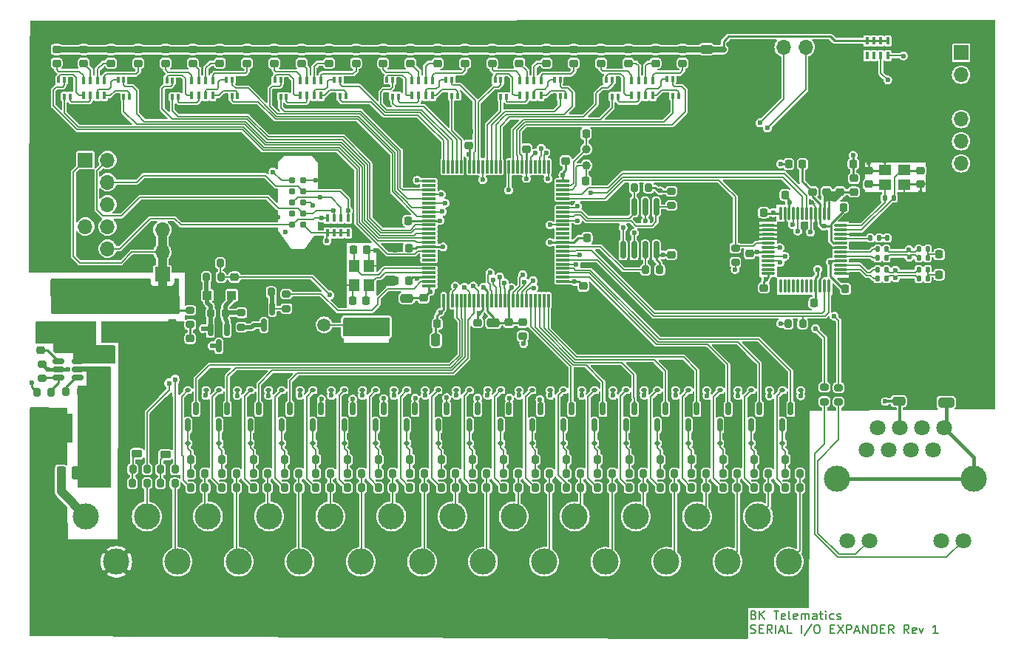
<source format=gbr>
%TF.GenerationSoftware,KiCad,Pcbnew,7.0.6-rc1-28-g32930319ea*%
%TF.CreationDate,2023-06-30T09:32:51+03:00*%
%TF.ProjectId,serial_io_expander,73657269-616c-45f6-996f-5f657870616e,rev?*%
%TF.SameCoordinates,Original*%
%TF.FileFunction,Copper,L1,Top*%
%TF.FilePolarity,Positive*%
%FSLAX46Y46*%
G04 Gerber Fmt 4.6, Leading zero omitted, Abs format (unit mm)*
G04 Created by KiCad (PCBNEW 7.0.6-rc1-28-g32930319ea) date 2023-06-30 09:32:51*
%MOMM*%
%LPD*%
G01*
G04 APERTURE LIST*
G04 Aperture macros list*
%AMRoundRect*
0 Rectangle with rounded corners*
0 $1 Rounding radius*
0 $2 $3 $4 $5 $6 $7 $8 $9 X,Y pos of 4 corners*
0 Add a 4 corners polygon primitive as box body*
4,1,4,$2,$3,$4,$5,$6,$7,$8,$9,$2,$3,0*
0 Add four circle primitives for the rounded corners*
1,1,$1+$1,$2,$3*
1,1,$1+$1,$4,$5*
1,1,$1+$1,$6,$7*
1,1,$1+$1,$8,$9*
0 Add four rect primitives between the rounded corners*
20,1,$1+$1,$2,$3,$4,$5,0*
20,1,$1+$1,$4,$5,$6,$7,0*
20,1,$1+$1,$6,$7,$8,$9,0*
20,1,$1+$1,$8,$9,$2,$3,0*%
G04 Aperture macros list end*
%ADD10C,0.200000*%
%TA.AperFunction,NonConductor*%
%ADD11C,0.200000*%
%TD*%
%TA.AperFunction,SMDPad,CuDef*%
%ADD12RoundRect,0.200000X-0.275000X0.200000X-0.275000X-0.200000X0.275000X-0.200000X0.275000X0.200000X0*%
%TD*%
%TA.AperFunction,SMDPad,CuDef*%
%ADD13RoundRect,0.200000X0.200000X0.275000X-0.200000X0.275000X-0.200000X-0.275000X0.200000X-0.275000X0*%
%TD*%
%TA.AperFunction,SMDPad,CuDef*%
%ADD14RoundRect,0.218750X0.256250X-0.218750X0.256250X0.218750X-0.256250X0.218750X-0.256250X-0.218750X0*%
%TD*%
%TA.AperFunction,SMDPad,CuDef*%
%ADD15R,1.400000X1.200000*%
%TD*%
%TA.AperFunction,SMDPad,CuDef*%
%ADD16RoundRect,0.135000X-0.135000X-0.185000X0.135000X-0.185000X0.135000X0.185000X-0.135000X0.185000X0*%
%TD*%
%TA.AperFunction,SMDPad,CuDef*%
%ADD17RoundRect,0.225000X0.225000X0.250000X-0.225000X0.250000X-0.225000X-0.250000X0.225000X-0.250000X0*%
%TD*%
%TA.AperFunction,SMDPad,CuDef*%
%ADD18RoundRect,0.112500X-0.187500X-0.112500X0.187500X-0.112500X0.187500X0.112500X-0.187500X0.112500X0*%
%TD*%
%TA.AperFunction,SMDPad,CuDef*%
%ADD19RoundRect,0.150000X-0.150000X0.825000X-0.150000X-0.825000X0.150000X-0.825000X0.150000X0.825000X0*%
%TD*%
%TA.AperFunction,SMDPad,CuDef*%
%ADD20RoundRect,0.225000X0.250000X-0.225000X0.250000X0.225000X-0.250000X0.225000X-0.250000X-0.225000X0*%
%TD*%
%TA.AperFunction,SMDPad,CuDef*%
%ADD21R,0.400000X0.650000*%
%TD*%
%TA.AperFunction,SMDPad,CuDef*%
%ADD22RoundRect,0.150000X0.150000X-0.587500X0.150000X0.587500X-0.150000X0.587500X-0.150000X-0.587500X0*%
%TD*%
%TA.AperFunction,SMDPad,CuDef*%
%ADD23RoundRect,0.225000X-0.225000X-0.250000X0.225000X-0.250000X0.225000X0.250000X-0.225000X0.250000X0*%
%TD*%
%TA.AperFunction,SMDPad,CuDef*%
%ADD24RoundRect,0.200000X-0.200000X-0.275000X0.200000X-0.275000X0.200000X0.275000X-0.200000X0.275000X0*%
%TD*%
%TA.AperFunction,SMDPad,CuDef*%
%ADD25RoundRect,0.250000X0.650000X-0.325000X0.650000X0.325000X-0.650000X0.325000X-0.650000X-0.325000X0*%
%TD*%
%TA.AperFunction,ComponentPad*%
%ADD26C,1.800000*%
%TD*%
%TA.AperFunction,ComponentPad*%
%ADD27C,3.000000*%
%TD*%
%TA.AperFunction,SMDPad,CuDef*%
%ADD28RoundRect,0.135000X0.135000X0.185000X-0.135000X0.185000X-0.135000X-0.185000X0.135000X-0.185000X0*%
%TD*%
%TA.AperFunction,SMDPad,CuDef*%
%ADD29RoundRect,0.225000X0.375000X-0.225000X0.375000X0.225000X-0.375000X0.225000X-0.375000X-0.225000X0*%
%TD*%
%TA.AperFunction,SMDPad,CuDef*%
%ADD30R,0.400000X0.900000*%
%TD*%
%TA.AperFunction,SMDPad,CuDef*%
%ADD31RoundRect,0.250000X-0.475000X0.250000X-0.475000X-0.250000X0.475000X-0.250000X0.475000X0.250000X0*%
%TD*%
%TA.AperFunction,SMDPad,CuDef*%
%ADD32RoundRect,0.225000X-0.250000X0.225000X-0.250000X-0.225000X0.250000X-0.225000X0.250000X0.225000X0*%
%TD*%
%TA.AperFunction,SMDPad,CuDef*%
%ADD33RoundRect,0.250000X-0.950000X-0.500000X0.950000X-0.500000X0.950000X0.500000X-0.950000X0.500000X0*%
%TD*%
%TA.AperFunction,SMDPad,CuDef*%
%ADD34RoundRect,0.250000X-0.275000X-0.500000X0.275000X-0.500000X0.275000X0.500000X-0.275000X0.500000X0*%
%TD*%
%TA.AperFunction,ComponentPad*%
%ADD35R,1.700000X1.700000*%
%TD*%
%TA.AperFunction,ComponentPad*%
%ADD36O,1.700000X1.700000*%
%TD*%
%TA.AperFunction,SMDPad,CuDef*%
%ADD37RoundRect,0.250000X0.950000X0.500000X-0.950000X0.500000X-0.950000X-0.500000X0.950000X-0.500000X0*%
%TD*%
%TA.AperFunction,SMDPad,CuDef*%
%ADD38RoundRect,0.250000X0.275000X0.500000X-0.275000X0.500000X-0.275000X-0.500000X0.275000X-0.500000X0*%
%TD*%
%TA.AperFunction,SMDPad,CuDef*%
%ADD39RoundRect,0.200000X0.275000X-0.200000X0.275000X0.200000X-0.275000X0.200000X-0.275000X-0.200000X0*%
%TD*%
%TA.AperFunction,SMDPad,CuDef*%
%ADD40RoundRect,0.250000X-1.100000X0.325000X-1.100000X-0.325000X1.100000X-0.325000X1.100000X0.325000X0*%
%TD*%
%TA.AperFunction,SMDPad,CuDef*%
%ADD41RoundRect,0.218750X0.218750X0.256250X-0.218750X0.256250X-0.218750X-0.256250X0.218750X-0.256250X0*%
%TD*%
%TA.AperFunction,SMDPad,CuDef*%
%ADD42RoundRect,0.250000X-0.300000X-0.300000X0.300000X-0.300000X0.300000X0.300000X-0.300000X0.300000X0*%
%TD*%
%TA.AperFunction,SMDPad,CuDef*%
%ADD43RoundRect,0.250000X0.475000X-0.250000X0.475000X0.250000X-0.475000X0.250000X-0.475000X-0.250000X0*%
%TD*%
%TA.AperFunction,SMDPad,CuDef*%
%ADD44RoundRect,0.250000X1.250000X0.550000X-1.250000X0.550000X-1.250000X-0.550000X1.250000X-0.550000X0*%
%TD*%
%TA.AperFunction,SMDPad,CuDef*%
%ADD45RoundRect,0.150000X-0.150000X0.587500X-0.150000X-0.587500X0.150000X-0.587500X0.150000X0.587500X0*%
%TD*%
%TA.AperFunction,SMDPad,CuDef*%
%ADD46R,1.200000X1.400000*%
%TD*%
%TA.AperFunction,SMDPad,CuDef*%
%ADD47C,1.500000*%
%TD*%
%TA.AperFunction,SMDPad,CuDef*%
%ADD48RoundRect,0.250000X-0.325000X-1.100000X0.325000X-1.100000X0.325000X1.100000X-0.325000X1.100000X0*%
%TD*%
%TA.AperFunction,SMDPad,CuDef*%
%ADD49RoundRect,0.075000X0.075000X-0.725000X0.075000X0.725000X-0.075000X0.725000X-0.075000X-0.725000X0*%
%TD*%
%TA.AperFunction,SMDPad,CuDef*%
%ADD50RoundRect,0.075000X0.725000X-0.075000X0.725000X0.075000X-0.725000X0.075000X-0.725000X-0.075000X0*%
%TD*%
%TA.AperFunction,SMDPad,CuDef*%
%ADD51R,4.000000X1.500000*%
%TD*%
%TA.AperFunction,ConnectorPad*%
%ADD52C,0.787400*%
%TD*%
%TA.AperFunction,ComponentPad*%
%ADD53C,1.000000*%
%TD*%
%TA.AperFunction,SMDPad,CuDef*%
%ADD54RoundRect,0.075000X0.662500X0.075000X-0.662500X0.075000X-0.662500X-0.075000X0.662500X-0.075000X0*%
%TD*%
%TA.AperFunction,SMDPad,CuDef*%
%ADD55RoundRect,0.075000X0.075000X0.662500X-0.075000X0.662500X-0.075000X-0.662500X0.075000X-0.662500X0*%
%TD*%
%TA.AperFunction,SMDPad,CuDef*%
%ADD56RoundRect,0.250000X-0.250000X-0.475000X0.250000X-0.475000X0.250000X0.475000X-0.250000X0.475000X0*%
%TD*%
%TA.AperFunction,SMDPad,CuDef*%
%ADD57RoundRect,0.150000X-0.512500X-0.150000X0.512500X-0.150000X0.512500X0.150000X-0.512500X0.150000X0*%
%TD*%
%TA.AperFunction,ViaPad*%
%ADD58C,0.600000*%
%TD*%
%TA.AperFunction,Conductor*%
%ADD59C,0.254000*%
%TD*%
%TA.AperFunction,Conductor*%
%ADD60C,0.200000*%
%TD*%
%TA.AperFunction,Conductor*%
%ADD61C,0.300000*%
%TD*%
%TA.AperFunction,Conductor*%
%ADD62C,0.150000*%
%TD*%
%TA.AperFunction,Conductor*%
%ADD63C,0.500000*%
%TD*%
%TA.AperFunction,Conductor*%
%ADD64C,0.400000*%
%TD*%
%TA.AperFunction,Conductor*%
%ADD65C,0.700000*%
%TD*%
%TA.AperFunction,Conductor*%
%ADD66C,1.000000*%
%TD*%
G04 APERTURE END LIST*
D10*
D11*
X149833006Y-139393409D02*
X149975863Y-139441028D01*
X149975863Y-139441028D02*
X150023482Y-139488647D01*
X150023482Y-139488647D02*
X150071101Y-139583885D01*
X150071101Y-139583885D02*
X150071101Y-139726742D01*
X150071101Y-139726742D02*
X150023482Y-139821980D01*
X150023482Y-139821980D02*
X149975863Y-139869600D01*
X149975863Y-139869600D02*
X149880625Y-139917219D01*
X149880625Y-139917219D02*
X149499673Y-139917219D01*
X149499673Y-139917219D02*
X149499673Y-138917219D01*
X149499673Y-138917219D02*
X149833006Y-138917219D01*
X149833006Y-138917219D02*
X149928244Y-138964838D01*
X149928244Y-138964838D02*
X149975863Y-139012457D01*
X149975863Y-139012457D02*
X150023482Y-139107695D01*
X150023482Y-139107695D02*
X150023482Y-139202933D01*
X150023482Y-139202933D02*
X149975863Y-139298171D01*
X149975863Y-139298171D02*
X149928244Y-139345790D01*
X149928244Y-139345790D02*
X149833006Y-139393409D01*
X149833006Y-139393409D02*
X149499673Y-139393409D01*
X150499673Y-139917219D02*
X150499673Y-138917219D01*
X151071101Y-139917219D02*
X150642530Y-139345790D01*
X151071101Y-138917219D02*
X150499673Y-139488647D01*
X152118721Y-138917219D02*
X152690149Y-138917219D01*
X152404435Y-139917219D02*
X152404435Y-138917219D01*
X153404435Y-139869600D02*
X153309197Y-139917219D01*
X153309197Y-139917219D02*
X153118721Y-139917219D01*
X153118721Y-139917219D02*
X153023483Y-139869600D01*
X153023483Y-139869600D02*
X152975864Y-139774361D01*
X152975864Y-139774361D02*
X152975864Y-139393409D01*
X152975864Y-139393409D02*
X153023483Y-139298171D01*
X153023483Y-139298171D02*
X153118721Y-139250552D01*
X153118721Y-139250552D02*
X153309197Y-139250552D01*
X153309197Y-139250552D02*
X153404435Y-139298171D01*
X153404435Y-139298171D02*
X153452054Y-139393409D01*
X153452054Y-139393409D02*
X153452054Y-139488647D01*
X153452054Y-139488647D02*
X152975864Y-139583885D01*
X154023483Y-139917219D02*
X153928245Y-139869600D01*
X153928245Y-139869600D02*
X153880626Y-139774361D01*
X153880626Y-139774361D02*
X153880626Y-138917219D01*
X154785388Y-139869600D02*
X154690150Y-139917219D01*
X154690150Y-139917219D02*
X154499674Y-139917219D01*
X154499674Y-139917219D02*
X154404436Y-139869600D01*
X154404436Y-139869600D02*
X154356817Y-139774361D01*
X154356817Y-139774361D02*
X154356817Y-139393409D01*
X154356817Y-139393409D02*
X154404436Y-139298171D01*
X154404436Y-139298171D02*
X154499674Y-139250552D01*
X154499674Y-139250552D02*
X154690150Y-139250552D01*
X154690150Y-139250552D02*
X154785388Y-139298171D01*
X154785388Y-139298171D02*
X154833007Y-139393409D01*
X154833007Y-139393409D02*
X154833007Y-139488647D01*
X154833007Y-139488647D02*
X154356817Y-139583885D01*
X155261579Y-139917219D02*
X155261579Y-139250552D01*
X155261579Y-139345790D02*
X155309198Y-139298171D01*
X155309198Y-139298171D02*
X155404436Y-139250552D01*
X155404436Y-139250552D02*
X155547293Y-139250552D01*
X155547293Y-139250552D02*
X155642531Y-139298171D01*
X155642531Y-139298171D02*
X155690150Y-139393409D01*
X155690150Y-139393409D02*
X155690150Y-139917219D01*
X155690150Y-139393409D02*
X155737769Y-139298171D01*
X155737769Y-139298171D02*
X155833007Y-139250552D01*
X155833007Y-139250552D02*
X155975864Y-139250552D01*
X155975864Y-139250552D02*
X156071103Y-139298171D01*
X156071103Y-139298171D02*
X156118722Y-139393409D01*
X156118722Y-139393409D02*
X156118722Y-139917219D01*
X157023483Y-139917219D02*
X157023483Y-139393409D01*
X157023483Y-139393409D02*
X156975864Y-139298171D01*
X156975864Y-139298171D02*
X156880626Y-139250552D01*
X156880626Y-139250552D02*
X156690150Y-139250552D01*
X156690150Y-139250552D02*
X156594912Y-139298171D01*
X157023483Y-139869600D02*
X156928245Y-139917219D01*
X156928245Y-139917219D02*
X156690150Y-139917219D01*
X156690150Y-139917219D02*
X156594912Y-139869600D01*
X156594912Y-139869600D02*
X156547293Y-139774361D01*
X156547293Y-139774361D02*
X156547293Y-139679123D01*
X156547293Y-139679123D02*
X156594912Y-139583885D01*
X156594912Y-139583885D02*
X156690150Y-139536266D01*
X156690150Y-139536266D02*
X156928245Y-139536266D01*
X156928245Y-139536266D02*
X157023483Y-139488647D01*
X157356817Y-139250552D02*
X157737769Y-139250552D01*
X157499674Y-138917219D02*
X157499674Y-139774361D01*
X157499674Y-139774361D02*
X157547293Y-139869600D01*
X157547293Y-139869600D02*
X157642531Y-139917219D01*
X157642531Y-139917219D02*
X157737769Y-139917219D01*
X158071103Y-139917219D02*
X158071103Y-139250552D01*
X158071103Y-138917219D02*
X158023484Y-138964838D01*
X158023484Y-138964838D02*
X158071103Y-139012457D01*
X158071103Y-139012457D02*
X158118722Y-138964838D01*
X158118722Y-138964838D02*
X158071103Y-138917219D01*
X158071103Y-138917219D02*
X158071103Y-139012457D01*
X158975864Y-139869600D02*
X158880626Y-139917219D01*
X158880626Y-139917219D02*
X158690150Y-139917219D01*
X158690150Y-139917219D02*
X158594912Y-139869600D01*
X158594912Y-139869600D02*
X158547293Y-139821980D01*
X158547293Y-139821980D02*
X158499674Y-139726742D01*
X158499674Y-139726742D02*
X158499674Y-139441028D01*
X158499674Y-139441028D02*
X158547293Y-139345790D01*
X158547293Y-139345790D02*
X158594912Y-139298171D01*
X158594912Y-139298171D02*
X158690150Y-139250552D01*
X158690150Y-139250552D02*
X158880626Y-139250552D01*
X158880626Y-139250552D02*
X158975864Y-139298171D01*
X159356817Y-139869600D02*
X159452055Y-139917219D01*
X159452055Y-139917219D02*
X159642531Y-139917219D01*
X159642531Y-139917219D02*
X159737769Y-139869600D01*
X159737769Y-139869600D02*
X159785388Y-139774361D01*
X159785388Y-139774361D02*
X159785388Y-139726742D01*
X159785388Y-139726742D02*
X159737769Y-139631504D01*
X159737769Y-139631504D02*
X159642531Y-139583885D01*
X159642531Y-139583885D02*
X159499674Y-139583885D01*
X159499674Y-139583885D02*
X159404436Y-139536266D01*
X159404436Y-139536266D02*
X159356817Y-139441028D01*
X159356817Y-139441028D02*
X159356817Y-139393409D01*
X159356817Y-139393409D02*
X159404436Y-139298171D01*
X159404436Y-139298171D02*
X159499674Y-139250552D01*
X159499674Y-139250552D02*
X159642531Y-139250552D01*
X159642531Y-139250552D02*
X159737769Y-139298171D01*
X149452054Y-141479600D02*
X149594911Y-141527219D01*
X149594911Y-141527219D02*
X149833006Y-141527219D01*
X149833006Y-141527219D02*
X149928244Y-141479600D01*
X149928244Y-141479600D02*
X149975863Y-141431980D01*
X149975863Y-141431980D02*
X150023482Y-141336742D01*
X150023482Y-141336742D02*
X150023482Y-141241504D01*
X150023482Y-141241504D02*
X149975863Y-141146266D01*
X149975863Y-141146266D02*
X149928244Y-141098647D01*
X149928244Y-141098647D02*
X149833006Y-141051028D01*
X149833006Y-141051028D02*
X149642530Y-141003409D01*
X149642530Y-141003409D02*
X149547292Y-140955790D01*
X149547292Y-140955790D02*
X149499673Y-140908171D01*
X149499673Y-140908171D02*
X149452054Y-140812933D01*
X149452054Y-140812933D02*
X149452054Y-140717695D01*
X149452054Y-140717695D02*
X149499673Y-140622457D01*
X149499673Y-140622457D02*
X149547292Y-140574838D01*
X149547292Y-140574838D02*
X149642530Y-140527219D01*
X149642530Y-140527219D02*
X149880625Y-140527219D01*
X149880625Y-140527219D02*
X150023482Y-140574838D01*
X150452054Y-141003409D02*
X150785387Y-141003409D01*
X150928244Y-141527219D02*
X150452054Y-141527219D01*
X150452054Y-141527219D02*
X150452054Y-140527219D01*
X150452054Y-140527219D02*
X150928244Y-140527219D01*
X151928244Y-141527219D02*
X151594911Y-141051028D01*
X151356816Y-141527219D02*
X151356816Y-140527219D01*
X151356816Y-140527219D02*
X151737768Y-140527219D01*
X151737768Y-140527219D02*
X151833006Y-140574838D01*
X151833006Y-140574838D02*
X151880625Y-140622457D01*
X151880625Y-140622457D02*
X151928244Y-140717695D01*
X151928244Y-140717695D02*
X151928244Y-140860552D01*
X151928244Y-140860552D02*
X151880625Y-140955790D01*
X151880625Y-140955790D02*
X151833006Y-141003409D01*
X151833006Y-141003409D02*
X151737768Y-141051028D01*
X151737768Y-141051028D02*
X151356816Y-141051028D01*
X152356816Y-141527219D02*
X152356816Y-140527219D01*
X152785387Y-141241504D02*
X153261577Y-141241504D01*
X152690149Y-141527219D02*
X153023482Y-140527219D01*
X153023482Y-140527219D02*
X153356815Y-141527219D01*
X154166339Y-141527219D02*
X153690149Y-141527219D01*
X153690149Y-141527219D02*
X153690149Y-140527219D01*
X155261578Y-141527219D02*
X155261578Y-140527219D01*
X156452053Y-140479600D02*
X155594911Y-141765314D01*
X156975863Y-140527219D02*
X157166339Y-140527219D01*
X157166339Y-140527219D02*
X157261577Y-140574838D01*
X157261577Y-140574838D02*
X157356815Y-140670076D01*
X157356815Y-140670076D02*
X157404434Y-140860552D01*
X157404434Y-140860552D02*
X157404434Y-141193885D01*
X157404434Y-141193885D02*
X157356815Y-141384361D01*
X157356815Y-141384361D02*
X157261577Y-141479600D01*
X157261577Y-141479600D02*
X157166339Y-141527219D01*
X157166339Y-141527219D02*
X156975863Y-141527219D01*
X156975863Y-141527219D02*
X156880625Y-141479600D01*
X156880625Y-141479600D02*
X156785387Y-141384361D01*
X156785387Y-141384361D02*
X156737768Y-141193885D01*
X156737768Y-141193885D02*
X156737768Y-140860552D01*
X156737768Y-140860552D02*
X156785387Y-140670076D01*
X156785387Y-140670076D02*
X156880625Y-140574838D01*
X156880625Y-140574838D02*
X156975863Y-140527219D01*
X158594911Y-141003409D02*
X158928244Y-141003409D01*
X159071101Y-141527219D02*
X158594911Y-141527219D01*
X158594911Y-141527219D02*
X158594911Y-140527219D01*
X158594911Y-140527219D02*
X159071101Y-140527219D01*
X159404435Y-140527219D02*
X160071101Y-141527219D01*
X160071101Y-140527219D02*
X159404435Y-141527219D01*
X160452054Y-141527219D02*
X160452054Y-140527219D01*
X160452054Y-140527219D02*
X160833006Y-140527219D01*
X160833006Y-140527219D02*
X160928244Y-140574838D01*
X160928244Y-140574838D02*
X160975863Y-140622457D01*
X160975863Y-140622457D02*
X161023482Y-140717695D01*
X161023482Y-140717695D02*
X161023482Y-140860552D01*
X161023482Y-140860552D02*
X160975863Y-140955790D01*
X160975863Y-140955790D02*
X160928244Y-141003409D01*
X160928244Y-141003409D02*
X160833006Y-141051028D01*
X160833006Y-141051028D02*
X160452054Y-141051028D01*
X161404435Y-141241504D02*
X161880625Y-141241504D01*
X161309197Y-141527219D02*
X161642530Y-140527219D01*
X161642530Y-140527219D02*
X161975863Y-141527219D01*
X162309197Y-141527219D02*
X162309197Y-140527219D01*
X162309197Y-140527219D02*
X162880625Y-141527219D01*
X162880625Y-141527219D02*
X162880625Y-140527219D01*
X163356816Y-141527219D02*
X163356816Y-140527219D01*
X163356816Y-140527219D02*
X163594911Y-140527219D01*
X163594911Y-140527219D02*
X163737768Y-140574838D01*
X163737768Y-140574838D02*
X163833006Y-140670076D01*
X163833006Y-140670076D02*
X163880625Y-140765314D01*
X163880625Y-140765314D02*
X163928244Y-140955790D01*
X163928244Y-140955790D02*
X163928244Y-141098647D01*
X163928244Y-141098647D02*
X163880625Y-141289123D01*
X163880625Y-141289123D02*
X163833006Y-141384361D01*
X163833006Y-141384361D02*
X163737768Y-141479600D01*
X163737768Y-141479600D02*
X163594911Y-141527219D01*
X163594911Y-141527219D02*
X163356816Y-141527219D01*
X164356816Y-141003409D02*
X164690149Y-141003409D01*
X164833006Y-141527219D02*
X164356816Y-141527219D01*
X164356816Y-141527219D02*
X164356816Y-140527219D01*
X164356816Y-140527219D02*
X164833006Y-140527219D01*
X165833006Y-141527219D02*
X165499673Y-141051028D01*
X165261578Y-141527219D02*
X165261578Y-140527219D01*
X165261578Y-140527219D02*
X165642530Y-140527219D01*
X165642530Y-140527219D02*
X165737768Y-140574838D01*
X165737768Y-140574838D02*
X165785387Y-140622457D01*
X165785387Y-140622457D02*
X165833006Y-140717695D01*
X165833006Y-140717695D02*
X165833006Y-140860552D01*
X165833006Y-140860552D02*
X165785387Y-140955790D01*
X165785387Y-140955790D02*
X165737768Y-141003409D01*
X165737768Y-141003409D02*
X165642530Y-141051028D01*
X165642530Y-141051028D02*
X165261578Y-141051028D01*
X167594911Y-141527219D02*
X167261578Y-141051028D01*
X167023483Y-141527219D02*
X167023483Y-140527219D01*
X167023483Y-140527219D02*
X167404435Y-140527219D01*
X167404435Y-140527219D02*
X167499673Y-140574838D01*
X167499673Y-140574838D02*
X167547292Y-140622457D01*
X167547292Y-140622457D02*
X167594911Y-140717695D01*
X167594911Y-140717695D02*
X167594911Y-140860552D01*
X167594911Y-140860552D02*
X167547292Y-140955790D01*
X167547292Y-140955790D02*
X167499673Y-141003409D01*
X167499673Y-141003409D02*
X167404435Y-141051028D01*
X167404435Y-141051028D02*
X167023483Y-141051028D01*
X168404435Y-141479600D02*
X168309197Y-141527219D01*
X168309197Y-141527219D02*
X168118721Y-141527219D01*
X168118721Y-141527219D02*
X168023483Y-141479600D01*
X168023483Y-141479600D02*
X167975864Y-141384361D01*
X167975864Y-141384361D02*
X167975864Y-141003409D01*
X167975864Y-141003409D02*
X168023483Y-140908171D01*
X168023483Y-140908171D02*
X168118721Y-140860552D01*
X168118721Y-140860552D02*
X168309197Y-140860552D01*
X168309197Y-140860552D02*
X168404435Y-140908171D01*
X168404435Y-140908171D02*
X168452054Y-141003409D01*
X168452054Y-141003409D02*
X168452054Y-141098647D01*
X168452054Y-141098647D02*
X167975864Y-141193885D01*
X168785388Y-140860552D02*
X169023483Y-141527219D01*
X169023483Y-141527219D02*
X169261578Y-140860552D01*
X170928245Y-141527219D02*
X170356817Y-141527219D01*
X170642531Y-141527219D02*
X170642531Y-140527219D01*
X170642531Y-140527219D02*
X170547293Y-140670076D01*
X170547293Y-140670076D02*
X170452055Y-140765314D01*
X170452055Y-140765314D02*
X170356817Y-140812933D01*
D12*
%TO.P,R5,1*%
%TO.N,+3.3V*%
X140390000Y-90825000D03*
%TO.P,R5,2*%
%TO.N,/NOR Flash/FLASH_MEM_CS*%
X140390000Y-92475000D03*
%TD*%
D13*
%TO.P,R58,1*%
%TO.N,/digital_inputs/IN20*%
X155100000Y-123200000D03*
%TO.P,R58,2*%
%TO.N,Net-(D35-K)*%
X153450000Y-123200000D03*
%TD*%
D14*
%TO.P,D65,1,K*%
%TO.N,Net-(D65-K)*%
X122980736Y-76175000D03*
%TO.P,D65,2,A*%
%TO.N,+3.3V*%
X122980736Y-74600000D03*
%TD*%
D15*
%TO.P,Y3,1,1*%
%TO.N,Net-(U4-XSCO)*%
X167076250Y-88408750D03*
%TO.P,Y3,2,2*%
%TO.N,GND*%
X164876250Y-88408750D03*
%TO.P,Y3,3,3*%
%TO.N,Net-(U4-XSCI)*%
X164876250Y-90108750D03*
%TO.P,Y3,4,4*%
%TO.N,GND*%
X167076250Y-90108750D03*
%TD*%
D13*
%TO.P,R61,1*%
%TO.N,/digital_inputs/IN15*%
X137178940Y-123200000D03*
%TO.P,R61,2*%
%TO.N,Net-(D37-K)*%
X135528940Y-123200000D03*
%TD*%
D16*
%TO.P,R79,1*%
%TO.N,Net-(U4-XSCI)*%
X164841250Y-91608750D03*
%TO.P,R79,2*%
%TO.N,Net-(U4-XSCO)*%
X165861250Y-91608750D03*
%TD*%
D17*
%TO.P,C16,1*%
%TO.N,+3.3V*%
X110305000Y-97340000D03*
%TO.P,C16,2*%
%TO.N,GND*%
X108755000Y-97340000D03*
%TD*%
D13*
%TO.P,R34,1*%
%TO.N,/digital_inputs/IN19*%
X151515780Y-123200000D03*
%TO.P,R34,2*%
%TO.N,Net-(D19-K)*%
X149865780Y-123200000D03*
%TD*%
D18*
%TO.P,D43,1,K*%
%TO.N,Net-(D43-K)*%
X145936570Y-119700000D03*
%TO.P,D43,2,A*%
%TO.N,GND*%
X148036570Y-119700000D03*
%TD*%
D19*
%TO.P,U3,1,~{CS}*%
%TO.N,/NOR Flash/FLASH_MEM_CS*%
X138660000Y-92625000D03*
%TO.P,U3,2,SO/IO1*%
%TO.N,/Ethernet/WIZ_MISO*%
X137390000Y-92625000D03*
%TO.P,U3,3,~{WP}/IO2*%
%TO.N,/NOR Flash/FLASH_MEM_WP*%
X136120000Y-92625000D03*
%TO.P,U3,4,GND*%
%TO.N,GND*%
X134850000Y-92625000D03*
%TO.P,U3,5,SI/IO0*%
%TO.N,/Ethernet/WIZ_MOSI*%
X134850000Y-97575000D03*
%TO.P,U3,6,SCK*%
%TO.N,/Ethernet/WIZ_CLK*%
X136120000Y-97575000D03*
%TO.P,U3,7,~{HOLD}/IO3*%
%TO.N,/NOR Flash/FLASH_MEM_HOLD*%
X137390000Y-97575000D03*
%TO.P,U3,8,VCC*%
%TO.N,+3.3V*%
X138660000Y-97575000D03*
%TD*%
D20*
%TO.P,C8,1*%
%TO.N,Net-(U2-CB)*%
X68200000Y-109075000D03*
%TO.P,C8,2*%
%TO.N,/power supply/SW*%
X68200000Y-107525000D03*
%TD*%
D21*
%TO.P,Q25,1,E2*%
%TO.N,GND*%
X89425000Y-79950000D03*
%TO.P,Q25,2,B2*%
%TO.N,/LED indicators/LED18*%
X90075000Y-79950000D03*
%TO.P,Q25,3,C1*%
%TO.N,Net-(Q25A-C1)*%
X90725000Y-79950000D03*
%TO.P,Q25,4,E1*%
%TO.N,GND*%
X90725000Y-78050000D03*
%TO.P,Q25,5,B1*%
%TO.N,/LED indicators/LED17*%
X90075000Y-78050000D03*
%TO.P,Q25,6,C2*%
%TO.N,Net-(Q25B-C2)*%
X89425000Y-78050000D03*
%TD*%
D22*
%TO.P,Q7,1,B*%
%TO.N,Net-(D13-K)*%
X99341840Y-117639500D03*
%TO.P,Q7,2,E*%
%TO.N,GND*%
X101241840Y-117639500D03*
%TO.P,Q7,3,C*%
%TO.N,/digital_inputs/COLLECTOR5*%
X100291840Y-115764500D03*
%TD*%
D13*
%TO.P,R43,1*%
%TO.N,/digital_inputs/IN10*%
X119257890Y-123200000D03*
%TO.P,R43,2*%
%TO.N,Net-(D25-K)*%
X117607890Y-123200000D03*
%TD*%
D23*
%TO.P,C2,1*%
%TO.N,/mcu/XOUT32*%
X130600000Y-89650000D03*
%TO.P,C2,2*%
%TO.N,GND*%
X132150000Y-89650000D03*
%TD*%
D22*
%TO.P,Q1,1,B*%
%TO.N,Net-(D4-K)*%
X85005000Y-117639500D03*
%TO.P,Q1,2,E*%
%TO.N,GND*%
X86905000Y-117639500D03*
%TO.P,Q1,3,C*%
%TO.N,/digital_inputs/COLLECTOR1*%
X85955000Y-115764500D03*
%TD*%
D24*
%TO.P,R75,1*%
%TO.N,Net-(D45-K)*%
X78710000Y-122705000D03*
%TO.P,R75,2*%
%TO.N,/mcu/MCU_RX*%
X80360000Y-122705000D03*
%TD*%
D25*
%TO.P,C47,1*%
%TO.N,Net-(J5-SHIELD)*%
X171850000Y-115055000D03*
%TO.P,C47,2*%
%TO.N,GND*%
X171850000Y-112105000D03*
%TD*%
D13*
%TO.P,R19,1*%
%TO.N,/digital_inputs/IN3*%
X94168420Y-123200000D03*
%TO.P,R19,2*%
%TO.N,Net-(D9-K)*%
X92518420Y-123200000D03*
%TD*%
%TO.P,R33,1*%
%TO.N,/digital_inputs/IN19*%
X151515780Y-124800000D03*
%TO.P,R33,2*%
%TO.N,Net-(D18-K)*%
X149865780Y-124800000D03*
%TD*%
%TO.P,R26,1*%
%TO.N,GND*%
X101336840Y-121600000D03*
%TO.P,R26,2*%
%TO.N,Net-(D13-K)*%
X99686840Y-121600000D03*
%TD*%
D18*
%TO.P,D31,1,K*%
%TO.N,Net-(D31-K)*%
X128015520Y-119700000D03*
%TO.P,D31,2,A*%
%TO.N,GND*%
X130115520Y-119700000D03*
%TD*%
D26*
%TO.P,J5,1,TD+*%
%TO.N,/Ethernet/TX_P*%
X162730000Y-120450000D03*
%TO.P,J5,2,TD-*%
%TO.N,/Ethernet/TX_N*%
X164000000Y-117910000D03*
%TO.P,J5,3,RD+*%
%TO.N,/Ethernet/RX_P*%
X165270000Y-120450000D03*
%TO.P,J5,4,CT*%
%TO.N,/Ethernet/+W6100_3V3_A*%
X166540000Y-117910000D03*
%TO.P,J5,5,CT*%
X167810000Y-120450000D03*
%TO.P,J5,6,RD-*%
%TO.N,/Ethernet/RX_N*%
X169080000Y-117910000D03*
%TO.P,J5,7,NC*%
%TO.N,unconnected-(J5-NC-Pad7)*%
X170350000Y-120450000D03*
D27*
%TO.P,J5,8,SHIELD*%
%TO.N,Net-(J5-SHIELD)*%
X159325000Y-123750000D03*
D26*
X171620000Y-117910000D03*
D27*
X175025000Y-123750000D03*
D26*
%TO.P,J5,9*%
%TO.N,+3.3V*%
X160500000Y-130860000D03*
%TO.P,J5,10*%
%TO.N,Net-(J5-Pad10)*%
X163040000Y-130860000D03*
%TO.P,J5,11*%
%TO.N,+3.3V*%
X171310000Y-130860000D03*
%TO.P,J5,12*%
%TO.N,Net-(J5-Pad12)*%
X173850000Y-130860000D03*
%TD*%
D28*
%TO.P,R83,1*%
%TO.N,/Ethernet/TX_P*%
X165031250Y-99833750D03*
%TO.P,R83,2*%
%TO.N,Net-(U4-TXOP)*%
X164011250Y-99833750D03*
%TD*%
D22*
%TO.P,Q15,1,B*%
%TO.N,Net-(D29-K)*%
X124431310Y-117639500D03*
%TO.P,Q15,2,E*%
%TO.N,GND*%
X126331310Y-117639500D03*
%TO.P,Q15,3,C*%
%TO.N,/digital_inputs/COLLECTOR12*%
X125381310Y-115764500D03*
%TD*%
D28*
%TO.P,R89,1*%
%TO.N,Net-(C45-Pad1)*%
X169730000Y-97460000D03*
%TO.P,R89,2*%
%TO.N,/Ethernet/RX_P*%
X168710000Y-97460000D03*
%TD*%
D13*
%TO.P,R53,1*%
%TO.N,GND*%
X130010520Y-121600000D03*
%TO.P,R53,2*%
%TO.N,Net-(D31-K)*%
X128360520Y-121600000D03*
%TD*%
%TO.P,R64,1*%
%TO.N,/digital_inputs/IN16*%
X140763150Y-123200000D03*
%TO.P,R64,2*%
%TO.N,Net-(D39-K)*%
X139113150Y-123200000D03*
%TD*%
%TO.P,R63,1*%
%TO.N,/digital_inputs/IN16*%
X140763150Y-124800000D03*
%TO.P,R63,2*%
%TO.N,Net-(D38-K)*%
X139113150Y-124800000D03*
%TD*%
%TO.P,R24,1*%
%TO.N,/digital_inputs/IN5*%
X101336840Y-124800000D03*
%TO.P,R24,2*%
%TO.N,Net-(D12-K)*%
X99686840Y-124800000D03*
%TD*%
%TO.P,R47,1*%
%TO.N,GND*%
X122842100Y-121600000D03*
%TO.P,R47,2*%
%TO.N,Net-(D27-K)*%
X121192100Y-121600000D03*
%TD*%
D20*
%TO.P,C19,1*%
%TO.N,+3.3V*%
X128300000Y-87375000D03*
%TO.P,C19,2*%
%TO.N,GND*%
X128300000Y-85825000D03*
%TD*%
D17*
%TO.P,C37,1*%
%TO.N,/Ethernet/+W6100_1V2_D*%
X156726250Y-103658750D03*
%TO.P,C37,2*%
%TO.N,GND*%
X155176250Y-103658750D03*
%TD*%
D29*
%TO.P,D44,1,K*%
%TO.N,Net-(D44-K)*%
X82445000Y-121027500D03*
%TO.P,D44,2,A*%
%TO.N,GND*%
X82445000Y-117727500D03*
%TD*%
D28*
%TO.P,R87,1*%
%TO.N,Net-(C44-Pad1)*%
X169730000Y-99820000D03*
%TO.P,R87,2*%
%TO.N,/Ethernet/TX_P*%
X168710000Y-99820000D03*
%TD*%
D30*
%TO.P,RN4,1,R1.1*%
%TO.N,Net-(D48-K)*%
X113058240Y-78175000D03*
%TO.P,RN4,2,R2.1*%
%TO.N,Net-(D51-K)*%
X112258240Y-78175000D03*
%TO.P,RN4,3,R3.1*%
%TO.N,Net-(D54-K)*%
X111458240Y-78175000D03*
%TO.P,RN4,4,R4.1*%
%TO.N,Net-(D57-K)*%
X110658240Y-78175000D03*
%TO.P,RN4,5,R4.2*%
%TO.N,Net-(Q27B-C2)*%
X110658240Y-79875000D03*
%TO.P,RN4,6,R3.2*%
%TO.N,Net-(Q27A-C1)*%
X111458240Y-79875000D03*
%TO.P,RN4,7,R2.2*%
%TO.N,Net-(Q24B-C2)*%
X112258240Y-79875000D03*
%TO.P,RN4,8,R1.2*%
%TO.N,Net-(Q24A-C1)*%
X113058240Y-79875000D03*
%TD*%
D18*
%TO.P,D42,1,K*%
%TO.N,Net-(D42-K)*%
X145936570Y-113650000D03*
%TO.P,D42,2,A*%
%TO.N,/digital_inputs/input1/PULLUP*%
X148036570Y-113650000D03*
%TD*%
D22*
%TO.P,Q22,1,B*%
%TO.N,Net-(D43-K)*%
X145936570Y-117639500D03*
%TO.P,Q22,2,E*%
%TO.N,GND*%
X147836570Y-117639500D03*
%TO.P,Q22,3,C*%
%TO.N,/digital_inputs/COLLECTOR18*%
X146886570Y-115764500D03*
%TD*%
D13*
%TO.P,R29,1*%
%TO.N,GND*%
X104921050Y-121600000D03*
%TO.P,R29,2*%
%TO.N,Net-(D15-K)*%
X103271050Y-121600000D03*
%TD*%
%TO.P,R6,1*%
%TO.N,+3.3V*%
X139065000Y-99850000D03*
%TO.P,R6,2*%
%TO.N,/NOR Flash/FLASH_MEM_HOLD*%
X137415000Y-99850000D03*
%TD*%
D18*
%TO.P,D9,1,K*%
%TO.N,Net-(D9-K)*%
X92173420Y-119700000D03*
%TO.P,D9,2,A*%
%TO.N,GND*%
X94273420Y-119700000D03*
%TD*%
D21*
%TO.P,Q23,1,E2*%
%TO.N,GND*%
X139900000Y-79925000D03*
%TO.P,Q23,2,B2*%
%TO.N,/LED indicators/LED2*%
X140550000Y-79925000D03*
%TO.P,Q23,3,C1*%
%TO.N,Net-(Q23A-C1)*%
X141200000Y-79925000D03*
%TO.P,Q23,4,E1*%
%TO.N,GND*%
X141200000Y-78025000D03*
%TO.P,Q23,5,B1*%
%TO.N,/LED indicators/LED1*%
X140550000Y-78025000D03*
%TO.P,Q23,6,C2*%
%TO.N,Net-(Q23B-C2)*%
X139900000Y-78025000D03*
%TD*%
D13*
%TO.P,R49,1*%
%TO.N,/digital_inputs/IN12*%
X126426310Y-123200000D03*
%TO.P,R49,2*%
%TO.N,Net-(D29-K)*%
X124776310Y-123200000D03*
%TD*%
D18*
%TO.P,D16,1,K*%
%TO.N,Net-(D16-K)*%
X106510260Y-113650000D03*
%TO.P,D16,2,A*%
%TO.N,/digital_inputs/input1/PULLUP*%
X108610260Y-113650000D03*
%TD*%
D14*
%TO.P,D63,1,K*%
%TO.N,Net-(D63-K)*%
X101159524Y-76175000D03*
%TO.P,D63,2,A*%
%TO.N,+3.3V*%
X101159524Y-74600000D03*
%TD*%
%TO.P,D54,1,K*%
%TO.N,Net-(D54-K)*%
X110511472Y-76175000D03*
%TO.P,D54,2,A*%
%TO.N,+3.3V*%
X110511472Y-74600000D03*
%TD*%
D31*
%TO.P,C18,1*%
%TO.N,+3.3V*%
X104445000Y-106950000D03*
%TO.P,C18,2*%
%TO.N,GND*%
X104445000Y-108850000D03*
%TD*%
D32*
%TO.P,C38,1*%
%TO.N,/Ethernet/+W6100_1V2_D*%
X149330000Y-97985000D03*
%TO.P,C38,2*%
%TO.N,GND*%
X149330000Y-99535000D03*
%TD*%
D28*
%TO.P,R90,1*%
%TO.N,Net-(C45-Pad1)*%
X169730000Y-98490000D03*
%TO.P,R90,2*%
%TO.N,/Ethernet/RX_N*%
X168710000Y-98490000D03*
%TD*%
D24*
%TO.P,R74,1*%
%TO.N,Net-(D44-K)*%
X81910000Y-122730000D03*
%TO.P,R74,2*%
%TO.N,/mcu/MCU_TX*%
X83560000Y-122730000D03*
%TD*%
D13*
%TO.P,R25,1*%
%TO.N,/digital_inputs/IN5*%
X101336840Y-123200000D03*
%TO.P,R25,2*%
%TO.N,Net-(D13-K)*%
X99686840Y-123200000D03*
%TD*%
%TO.P,R35,1*%
%TO.N,GND*%
X151515780Y-121600000D03*
%TO.P,R35,2*%
%TO.N,Net-(D19-K)*%
X149865780Y-121600000D03*
%TD*%
D22*
%TO.P,Q13,1,B*%
%TO.N,Net-(D25-K)*%
X117262890Y-117639500D03*
%TO.P,Q13,2,E*%
%TO.N,GND*%
X119162890Y-117639500D03*
%TO.P,Q13,3,C*%
%TO.N,/digital_inputs/COLLECTOR10*%
X118212890Y-115764500D03*
%TD*%
D18*
%TO.P,D36,1,K*%
%TO.N,Net-(D36-K)*%
X135183940Y-113650000D03*
%TO.P,D36,2,A*%
%TO.N,/digital_inputs/input1/PULLUP*%
X137283940Y-113650000D03*
%TD*%
D33*
%TO.P,D1,1,K*%
%TO.N,+VIN*%
X72870000Y-123120000D03*
D34*
%TO.P,D1,2,A*%
%TO.N,/+PWR*%
X70495000Y-123120000D03*
%TD*%
D13*
%TO.P,R69,1*%
%TO.N,/digital_inputs/IN18*%
X147931570Y-124800000D03*
%TO.P,R69,2*%
%TO.N,Net-(D42-K)*%
X146281570Y-124800000D03*
%TD*%
D35*
%TO.P,J4,1,Pin_1*%
%TO.N,+3.3V*%
X82100000Y-100360000D03*
D36*
%TO.P,J4,2,Pin_2*%
X82100000Y-97820000D03*
%TO.P,J4,3,Pin_3*%
X82100000Y-95280000D03*
%TO.P,J4,4,Pin_4*%
%TO.N,GND*%
X82100000Y-92740000D03*
%TO.P,J4,5,Pin_5*%
X82100000Y-90200000D03*
%TO.P,J4,6,Pin_6*%
X82100000Y-87660000D03*
%TD*%
D13*
%TO.P,R20,1*%
%TO.N,GND*%
X94168420Y-121600000D03*
%TO.P,R20,2*%
%TO.N,Net-(D9-K)*%
X92518420Y-121600000D03*
%TD*%
D31*
%TO.P,C28,1*%
%TO.N,/mcu/MCU Supply/+VDDPLL*%
X110100000Y-103100000D03*
%TO.P,C28,2*%
%TO.N,GND*%
X110100000Y-105000000D03*
%TD*%
D22*
%TO.P,Q18,1,B*%
%TO.N,Net-(D35-K)*%
X153105000Y-117639500D03*
%TO.P,Q18,2,E*%
%TO.N,GND*%
X155005000Y-117639500D03*
%TO.P,Q18,3,C*%
%TO.N,/digital_inputs/COLLECTOR20*%
X154055000Y-115764500D03*
%TD*%
D37*
%TO.P,D46,1,K*%
%TO.N,/power supply/SW*%
X75350000Y-109500000D03*
D38*
%TO.P,D46,2,A*%
%TO.N,GND*%
X77725000Y-109500000D03*
%TD*%
D18*
%TO.P,D11,1,K*%
%TO.N,Net-(D11-K)*%
X95757630Y-119700000D03*
%TO.P,D11,2,A*%
%TO.N,GND*%
X97857630Y-119700000D03*
%TD*%
D30*
%TO.P,RN8,1,R1.1*%
%TO.N,Net-(D61-K)*%
X75467072Y-78175000D03*
%TO.P,RN8,2,R2.1*%
%TO.N,Net-(D64-K)*%
X74667072Y-78175000D03*
%TO.P,RN8,3,R3.1*%
%TO.N,Net-(D67-K)*%
X73867072Y-78175000D03*
%TO.P,RN8,4,R4.1*%
%TO.N,Net-(D70-K)*%
X73067072Y-78175000D03*
%TO.P,RN8,5,R4.2*%
%TO.N,Net-(Q34B-C2)*%
X73067072Y-79875000D03*
%TO.P,RN8,6,R3.2*%
%TO.N,Net-(Q34A-C1)*%
X73867072Y-79875000D03*
%TO.P,RN8,7,R2.2*%
%TO.N,Net-(Q31B-C2)*%
X74667072Y-79875000D03*
%TO.P,RN8,8,R1.2*%
%TO.N,Net-(Q31A-C1)*%
X75467072Y-79875000D03*
%TD*%
D13*
%TO.P,R50,1*%
%TO.N,GND*%
X126426310Y-121600000D03*
%TO.P,R50,2*%
%TO.N,Net-(D29-K)*%
X124776310Y-121600000D03*
%TD*%
%TO.P,R71,1*%
%TO.N,GND*%
X147931570Y-121600000D03*
%TO.P,R71,2*%
%TO.N,Net-(D43-K)*%
X146281570Y-121600000D03*
%TD*%
D39*
%TO.P,R4,1*%
%TO.N,+3.3V*%
X147710000Y-98995000D03*
%TO.P,R4,2*%
%TO.N,/Ethernet/WIZ_CS*%
X147710000Y-97345000D03*
%TD*%
D13*
%TO.P,R67,1*%
%TO.N,/digital_inputs/IN17*%
X144347360Y-123200000D03*
%TO.P,R67,2*%
%TO.N,Net-(D41-K)*%
X142697360Y-123200000D03*
%TD*%
%TO.P,R32,1*%
%TO.N,GND*%
X108505260Y-121600000D03*
%TO.P,R32,2*%
%TO.N,Net-(D17-K)*%
X106855260Y-121600000D03*
%TD*%
D14*
%TO.P,D60,1,K*%
%TO.N,Net-(D60-K)*%
X104276840Y-76175000D03*
%TO.P,D60,2,A*%
%TO.N,+3.3V*%
X104276840Y-74600000D03*
%TD*%
D18*
%TO.P,D15,1,K*%
%TO.N,Net-(D15-K)*%
X102926050Y-119700000D03*
%TO.P,D15,2,A*%
%TO.N,GND*%
X105026050Y-119700000D03*
%TD*%
D30*
%TO.P,RN2,1,R1.1*%
%TO.N,/mcu/SWCLK{slash}TCK*%
X103375000Y-93925000D03*
%TO.P,RN2,2,R2.1*%
%TO.N,/mcu/TDI*%
X102575000Y-93925000D03*
%TO.P,RN2,3,R3.1*%
%TO.N,/mcu/SWDIO{slash}TMS*%
X101775000Y-93925000D03*
%TO.P,RN2,4,R4.1*%
%TO.N,/mcu/RESET*%
X100975000Y-93925000D03*
%TO.P,RN2,5,R4.2*%
%TO.N,+3.3V*%
X100975000Y-95625000D03*
%TO.P,RN2,6,R3.2*%
X101775000Y-95625000D03*
%TO.P,RN2,7,R2.2*%
X102575000Y-95625000D03*
%TO.P,RN2,8,R1.2*%
X103375000Y-95625000D03*
%TD*%
D13*
%TO.P,R8,1*%
%TO.N,/digital_inputs/IN1*%
X87000000Y-124800000D03*
%TO.P,R8,2*%
%TO.N,Net-(D3-K)*%
X85350000Y-124800000D03*
%TD*%
D21*
%TO.P,Q28,1,E2*%
%TO.N,GND*%
X82600000Y-80025000D03*
%TO.P,Q28,2,B2*%
%TO.N,/LED indicators/LED20*%
X83250000Y-80025000D03*
%TO.P,Q28,3,C1*%
%TO.N,Net-(Q28A-C1)*%
X83900000Y-80025000D03*
%TO.P,Q28,4,E1*%
%TO.N,GND*%
X83900000Y-78125000D03*
%TO.P,Q28,5,B1*%
%TO.N,/LED indicators/LED19*%
X83250000Y-78125000D03*
%TO.P,Q28,6,C2*%
%TO.N,Net-(Q28B-C2)*%
X82600000Y-78125000D03*
%TD*%
D13*
%TO.P,R30,1*%
%TO.N,/digital_inputs/IN7*%
X108505260Y-124800000D03*
%TO.P,R30,2*%
%TO.N,Net-(D16-K)*%
X106855260Y-124800000D03*
%TD*%
D39*
%TO.P,R3,1*%
%TO.N,Net-(D2-A)*%
X85300000Y-106125000D03*
%TO.P,R3,2*%
%TO.N,+3.3V*%
X85300000Y-104475000D03*
%TD*%
D13*
%TO.P,R55,1*%
%TO.N,/digital_inputs/IN14*%
X133594730Y-123200000D03*
%TO.P,R55,2*%
%TO.N,Net-(D33-K)*%
X131944730Y-123200000D03*
%TD*%
D22*
%TO.P,Q10,1,B*%
%TO.N,Net-(D19-K)*%
X149520780Y-117639500D03*
%TO.P,Q10,2,E*%
%TO.N,GND*%
X151420780Y-117639500D03*
%TO.P,Q10,3,C*%
%TO.N,/digital_inputs/COLLECTOR19*%
X150470780Y-115764500D03*
%TD*%
%TO.P,Q8,1,B*%
%TO.N,Net-(D15-K)*%
X102926050Y-117639500D03*
%TO.P,Q8,2,E*%
%TO.N,GND*%
X104826050Y-117639500D03*
%TO.P,Q8,3,C*%
%TO.N,/digital_inputs/COLLECTOR6*%
X103876050Y-115764500D03*
%TD*%
D24*
%TO.P,R1,1*%
%TO.N,+VIN*%
X87150000Y-100675000D03*
%TO.P,R1,2*%
%TO.N,/VIN_MEAS*%
X88800000Y-100675000D03*
%TD*%
D40*
%TO.P,C9,1*%
%TO.N,+3.3V*%
X80400000Y-103925000D03*
%TO.P,C9,2*%
%TO.N,GND*%
X80400000Y-106875000D03*
%TD*%
D32*
%TO.P,C11,1*%
%TO.N,+3.3V*%
X83240000Y-104375000D03*
%TO.P,C11,2*%
%TO.N,GND*%
X83240000Y-105925000D03*
%TD*%
D13*
%TO.P,R16,1*%
%TO.N,/digital_inputs/IN2*%
X90584210Y-123200000D03*
%TO.P,R16,2*%
%TO.N,Net-(D7-K)*%
X88934210Y-123200000D03*
%TD*%
D18*
%TO.P,D35,1,K*%
%TO.N,Net-(D35-K)*%
X153105000Y-119700000D03*
%TO.P,D35,2,A*%
%TO.N,GND*%
X155205000Y-119700000D03*
%TD*%
%TO.P,D24,1,K*%
%TO.N,Net-(D24-K)*%
X117262890Y-113650000D03*
%TO.P,D24,2,A*%
%TO.N,/digital_inputs/input1/PULLUP*%
X119362890Y-113650000D03*
%TD*%
%TO.P,D6,1,K*%
%TO.N,Net-(D6-K)*%
X88589210Y-113650000D03*
%TO.P,D6,2,A*%
%TO.N,/digital_inputs/input1/PULLUP*%
X90689210Y-113650000D03*
%TD*%
D41*
%TO.P,L4,1*%
%TO.N,/Ethernet/+W6100_3V3_A*%
X155397500Y-87730000D03*
%TO.P,L4,2*%
%TO.N,+3.3V*%
X153822500Y-87730000D03*
%TD*%
D28*
%TO.P,R82,1*%
%TO.N,GND*%
X166141250Y-96203750D03*
%TO.P,R82,2*%
%TO.N,Net-(R81-Pad1)*%
X165121250Y-96203750D03*
%TD*%
D21*
%TO.P,Q26,1,E2*%
%TO.N,GND*%
X132950000Y-79975000D03*
%TO.P,Q26,2,B2*%
%TO.N,/LED indicators/LED4*%
X133600000Y-79975000D03*
%TO.P,Q26,3,C1*%
%TO.N,Net-(Q26A-C1)*%
X134250000Y-79975000D03*
%TO.P,Q26,4,E1*%
%TO.N,GND*%
X134250000Y-78075000D03*
%TO.P,Q26,5,B1*%
%TO.N,/LED indicators/LED3*%
X133600000Y-78075000D03*
%TO.P,Q26,6,C2*%
%TO.N,Net-(Q26B-C2)*%
X132950000Y-78075000D03*
%TD*%
D18*
%TO.P,D33,1,K*%
%TO.N,Net-(D33-K)*%
X131599730Y-119700000D03*
%TO.P,D33,2,A*%
%TO.N,GND*%
X133699730Y-119700000D03*
%TD*%
%TO.P,D12,1,K*%
%TO.N,Net-(D12-K)*%
X99341840Y-113650000D03*
%TO.P,D12,2,A*%
%TO.N,/digital_inputs/input1/PULLUP*%
X101441840Y-113650000D03*
%TD*%
%TO.P,D10,1,K*%
%TO.N,Net-(D10-K)*%
X95757630Y-113650000D03*
%TO.P,D10,2,A*%
%TO.N,/digital_inputs/input1/PULLUP*%
X97857630Y-113650000D03*
%TD*%
%TO.P,D39,1,K*%
%TO.N,Net-(D39-K)*%
X138768150Y-119700000D03*
%TO.P,D39,2,A*%
%TO.N,GND*%
X140868150Y-119700000D03*
%TD*%
%TO.P,D26,1,K*%
%TO.N,Net-(D26-K)*%
X120847100Y-113650000D03*
%TO.P,D26,2,A*%
%TO.N,/digital_inputs/input1/PULLUP*%
X122947100Y-113650000D03*
%TD*%
D14*
%TO.P,D52,1,K*%
%TO.N,Net-(D52-K)*%
X88690260Y-76175000D03*
%TO.P,D52,2,A*%
%TO.N,+3.3V*%
X88690260Y-74600000D03*
%TD*%
D13*
%TO.P,R56,1*%
%TO.N,GND*%
X133594730Y-121600000D03*
%TO.P,R56,2*%
%TO.N,Net-(D33-K)*%
X131944730Y-121600000D03*
%TD*%
D22*
%TO.P,Q17,1,B*%
%TO.N,Net-(D33-K)*%
X131599730Y-117639500D03*
%TO.P,Q17,2,E*%
%TO.N,GND*%
X133499730Y-117639500D03*
%TO.P,Q17,3,C*%
%TO.N,/digital_inputs/COLLECTOR14*%
X132549730Y-115764500D03*
%TD*%
D13*
%TO.P,R57,1*%
%TO.N,/digital_inputs/IN20*%
X155100000Y-124800000D03*
%TO.P,R57,2*%
%TO.N,Net-(D34-K)*%
X153450000Y-124800000D03*
%TD*%
D18*
%TO.P,D18,1,K*%
%TO.N,Net-(D18-K)*%
X149520780Y-113650000D03*
%TO.P,D18,2,A*%
%TO.N,/digital_inputs/input1/PULLUP*%
X151620780Y-113650000D03*
%TD*%
D14*
%TO.P,D55,1,K*%
%TO.N,Net-(D55-K)*%
X85572944Y-76175000D03*
%TO.P,D55,2,A*%
%TO.N,+3.3V*%
X85572944Y-74600000D03*
%TD*%
D22*
%TO.P,Q11,1,B*%
%TO.N,Net-(D21-K)*%
X110094470Y-117639500D03*
%TO.P,Q11,2,E*%
%TO.N,GND*%
X111994470Y-117639500D03*
%TO.P,Q11,3,C*%
%TO.N,/digital_inputs/COLLECTOR8*%
X111044470Y-115764500D03*
%TD*%
D21*
%TO.P,Q24,1,E2*%
%TO.N,GND*%
X114600000Y-79950000D03*
%TO.P,Q24,2,B2*%
%TO.N,/LED indicators/LED10*%
X115250000Y-79950000D03*
%TO.P,Q24,3,C1*%
%TO.N,Net-(Q24A-C1)*%
X115900000Y-79950000D03*
%TO.P,Q24,4,E1*%
%TO.N,GND*%
X115900000Y-78050000D03*
%TO.P,Q24,5,B1*%
%TO.N,/LED indicators/LED9*%
X115250000Y-78050000D03*
%TO.P,Q24,6,C2*%
%TO.N,Net-(Q24B-C2)*%
X114600000Y-78050000D03*
%TD*%
D13*
%TO.P,R38,1*%
%TO.N,GND*%
X112089470Y-121600000D03*
%TO.P,R38,2*%
%TO.N,Net-(D21-K)*%
X110439470Y-121600000D03*
%TD*%
D21*
%TO.P,Q30,1,E2*%
%TO.N,GND*%
X101800000Y-79950000D03*
%TO.P,Q30,2,B2*%
%TO.N,/LED indicators/LED14*%
X102450000Y-79950000D03*
%TO.P,Q30,3,C1*%
%TO.N,Net-(Q30A-C1)*%
X103100000Y-79950000D03*
%TO.P,Q30,4,E1*%
%TO.N,GND*%
X103100000Y-78050000D03*
%TO.P,Q30,5,B1*%
%TO.N,/LED indicators/LED13*%
X102450000Y-78050000D03*
%TO.P,Q30,6,C2*%
%TO.N,Net-(Q30B-C2)*%
X101800000Y-78050000D03*
%TD*%
D20*
%TO.P,C35,1*%
%TO.N,/Ethernet/+W6100_1V2_D*%
X159701250Y-90908750D03*
%TO.P,C35,2*%
%TO.N,GND*%
X159701250Y-89358750D03*
%TD*%
D28*
%TO.P,R84,1*%
%TO.N,/Ethernet/TX_N*%
X165041250Y-100873750D03*
%TO.P,R84,2*%
%TO.N,Net-(U4-TXON)*%
X164021250Y-100873750D03*
%TD*%
D14*
%TO.P,D70,1,K*%
%TO.N,Net-(D70-K)*%
X69986364Y-76175000D03*
%TO.P,D70,2,A*%
%TO.N,+3.3V*%
X69986364Y-74600000D03*
%TD*%
D42*
%TO.P,D5,1,K*%
%TO.N,+VIN*%
X87250000Y-102775000D03*
%TO.P,D5,2,A*%
%TO.N,Net-(D5-A)*%
X90050000Y-102775000D03*
%TD*%
D43*
%TO.P,C46,1*%
%TO.N,/Ethernet/+W6100_3V3_A*%
X166440000Y-114910000D03*
%TO.P,C46,2*%
%TO.N,GND*%
X166440000Y-113010000D03*
%TD*%
D28*
%TO.P,R81,1*%
%TO.N,Net-(R81-Pad1)*%
X164191250Y-96203750D03*
%TO.P,R81,2*%
%TO.N,Net-(U4-RSET_BG)*%
X163171250Y-96203750D03*
%TD*%
D44*
%TO.P,C6,1*%
%TO.N,+VIN*%
X74400000Y-118000000D03*
%TO.P,C6,2*%
%TO.N,GND*%
X70000000Y-118000000D03*
%TD*%
D23*
%TO.P,C45,1*%
%TO.N,Net-(C45-Pad1)*%
X171045000Y-98090000D03*
%TO.P,C45,2*%
%TO.N,GND*%
X172595000Y-98090000D03*
%TD*%
D27*
%TO.P,J1,1,Pin_1*%
%TO.N,/digital_inputs/IN20*%
X153825000Y-133300000D03*
%TO.P,J1,2,Pin_2*%
%TO.N,/digital_inputs/IN19*%
X150325000Y-128100000D03*
%TO.P,J1,3,Pin_3*%
%TO.N,/digital_inputs/IN18*%
X146825000Y-133300000D03*
%TO.P,J1,4,Pin_4*%
%TO.N,/digital_inputs/IN17*%
X143325000Y-128100000D03*
%TO.P,J1,5,Pin_5*%
%TO.N,/digital_inputs/IN16*%
X139825000Y-133300000D03*
%TO.P,J1,6,Pin_6*%
%TO.N,/digital_inputs/IN15*%
X136325000Y-128100000D03*
%TO.P,J1,7,Pin_7*%
%TO.N,/digital_inputs/IN14*%
X132825000Y-133300000D03*
%TO.P,J1,8,Pin_8*%
%TO.N,/digital_inputs/IN13*%
X129325000Y-128100000D03*
%TO.P,J1,9,Pin_9*%
%TO.N,/digital_inputs/IN12*%
X125825000Y-133300000D03*
%TO.P,J1,10,Pin_10*%
%TO.N,/digital_inputs/IN11*%
X122325000Y-128100000D03*
%TO.P,J1,11,Pin_11*%
%TO.N,/digital_inputs/IN10*%
X118825000Y-133300000D03*
%TO.P,J1,12,Pin_12*%
%TO.N,/digital_inputs/IN9*%
X115325000Y-128100000D03*
%TO.P,J1,13,Pin_13*%
%TO.N,/digital_inputs/IN8*%
X111825000Y-133300000D03*
%TO.P,J1,14,Pin_14*%
%TO.N,/digital_inputs/IN7*%
X108325000Y-128100000D03*
%TO.P,J1,15,Pin_15*%
%TO.N,/digital_inputs/IN6*%
X104825000Y-133300000D03*
%TO.P,J1,16,Pin_16*%
%TO.N,/digital_inputs/IN5*%
X101325000Y-128100000D03*
%TO.P,J1,17,Pin_17*%
%TO.N,/digital_inputs/IN4*%
X97825000Y-133300000D03*
%TO.P,J1,18,Pin_18*%
%TO.N,/digital_inputs/IN3*%
X94325000Y-128100000D03*
%TO.P,J1,19,Pin_19*%
%TO.N,/digital_inputs/IN2*%
X90825000Y-133300000D03*
%TO.P,J1,20,Pin_20*%
%TO.N,/digital_inputs/IN1*%
X87325000Y-128100000D03*
%TO.P,J1,21,Pin_21*%
%TO.N,/SERIAL_TX*%
X83825000Y-133300000D03*
%TO.P,J1,22,Pin_22*%
%TO.N,/SERIAL_RX*%
X80325000Y-128100000D03*
%TO.P,J1,23,Pin_23*%
%TO.N,GND*%
X76825000Y-133300000D03*
%TO.P,J1,24,Pin_24*%
%TO.N,/+PWR*%
X73325000Y-128100000D03*
%TD*%
D29*
%TO.P,D45,1,K*%
%TO.N,Net-(D45-K)*%
X79175000Y-120920000D03*
%TO.P,D45,2,A*%
%TO.N,GND*%
X79175000Y-117620000D03*
%TD*%
D13*
%TO.P,R54,1*%
%TO.N,/digital_inputs/IN14*%
X133594730Y-124800000D03*
%TO.P,R54,2*%
%TO.N,Net-(D32-K)*%
X131944730Y-124800000D03*
%TD*%
D22*
%TO.P,Q16,1,B*%
%TO.N,Net-(D31-K)*%
X128015520Y-117639500D03*
%TO.P,Q16,2,E*%
%TO.N,GND*%
X129915520Y-117639500D03*
%TO.P,Q16,3,C*%
%TO.N,/digital_inputs/COLLECTOR13*%
X128965520Y-115764500D03*
%TD*%
D23*
%TO.P,C40,1*%
%TO.N,/Ethernet/+W6100_3V3_A*%
X160081250Y-92678750D03*
%TO.P,C40,2*%
%TO.N,GND*%
X161631250Y-92678750D03*
%TD*%
D13*
%TO.P,R60,1*%
%TO.N,/digital_inputs/IN15*%
X137178940Y-124800000D03*
%TO.P,R60,2*%
%TO.N,Net-(D36-K)*%
X135528940Y-124800000D03*
%TD*%
D45*
%TO.P,Q2,1,B*%
%TO.N,Net-(Q2-B)*%
X94700000Y-104300000D03*
%TO.P,Q2,2,E*%
%TO.N,GND*%
X92800000Y-104300000D03*
%TO.P,Q2,3,C*%
%TO.N,Net-(Q2-C)*%
X93750000Y-106175000D03*
%TD*%
D14*
%TO.P,D51,1,K*%
%TO.N,Net-(D51-K)*%
X113628788Y-76175000D03*
%TO.P,D51,2,A*%
%TO.N,+3.3V*%
X113628788Y-74600000D03*
%TD*%
D13*
%TO.P,R15,1*%
%TO.N,/digital_inputs/IN2*%
X90584210Y-124800000D03*
%TO.P,R15,2*%
%TO.N,Net-(D6-K)*%
X88934210Y-124800000D03*
%TD*%
D31*
%TO.P,C14,1*%
%TO.N,+3.3V*%
X106525000Y-106950000D03*
%TO.P,C14,2*%
%TO.N,GND*%
X106525000Y-108850000D03*
%TD*%
D24*
%TO.P,R76,1*%
%TO.N,Net-(U2-~{SHDN})*%
X71075000Y-113800000D03*
%TO.P,R76,2*%
%TO.N,+VIN*%
X72725000Y-113800000D03*
%TD*%
D14*
%TO.P,D59,1,K*%
%TO.N,Net-(D59-K)*%
X129215368Y-76175000D03*
%TO.P,D59,2,A*%
%TO.N,+3.3V*%
X129215368Y-74600000D03*
%TD*%
D23*
%TO.P,C3,1*%
%TO.N,/mcu/XOUT*%
X103975000Y-97550000D03*
%TO.P,C3,2*%
%TO.N,GND*%
X105525000Y-97550000D03*
%TD*%
D13*
%TO.P,R72,1*%
%TO.N,/SERIAL_TX*%
X83535000Y-124330000D03*
%TO.P,R72,2*%
%TO.N,Net-(D44-K)*%
X81885000Y-124330000D03*
%TD*%
D14*
%TO.P,D64,1,K*%
%TO.N,Net-(D64-K)*%
X76220996Y-76175000D03*
%TO.P,D64,2,A*%
%TO.N,+3.3V*%
X76220996Y-74600000D03*
%TD*%
D46*
%TO.P,Y2,1,1*%
%TO.N,/mcu/XOUT*%
X104050000Y-99400000D03*
%TO.P,Y2,2,2*%
%TO.N,GND*%
X104050000Y-101600000D03*
%TO.P,Y2,3,3*%
%TO.N,/mcu/XIN*%
X105750000Y-101600000D03*
%TO.P,Y2,4,4*%
%TO.N,GND*%
X105750000Y-99400000D03*
%TD*%
D17*
%TO.P,C5,1*%
%TO.N,/mcu/XIN*%
X105425000Y-103425000D03*
%TO.P,C5,2*%
%TO.N,GND*%
X103875000Y-103425000D03*
%TD*%
D18*
%TO.P,D8,1,K*%
%TO.N,Net-(D8-K)*%
X92173420Y-113650000D03*
%TO.P,D8,2,A*%
%TO.N,/digital_inputs/input1/PULLUP*%
X94273420Y-113650000D03*
%TD*%
D30*
%TO.P,RN6,1,R1.1*%
%TO.N,Net-(D59-K)*%
X125455296Y-78175000D03*
%TO.P,RN6,2,R2.1*%
%TO.N,Net-(D62-K)*%
X124655296Y-78175000D03*
%TO.P,RN6,3,R3.1*%
%TO.N,Net-(D65-K)*%
X123855296Y-78175000D03*
%TO.P,RN6,4,R4.1*%
%TO.N,Net-(D68-K)*%
X123055296Y-78175000D03*
%TO.P,RN6,5,R4.2*%
%TO.N,Net-(Q32B-C2)*%
X123055296Y-79875000D03*
%TO.P,RN6,6,R3.2*%
%TO.N,Net-(Q32A-C1)*%
X123855296Y-79875000D03*
%TO.P,RN6,7,R2.2*%
%TO.N,Net-(Q29B-C2)*%
X124655296Y-79875000D03*
%TO.P,RN6,8,R1.2*%
%TO.N,Net-(Q29A-C1)*%
X125455296Y-79875000D03*
%TD*%
D13*
%TO.P,R77,1*%
%TO.N,Net-(U2-FB)*%
X69350000Y-113850000D03*
%TO.P,R77,2*%
%TO.N,+3.3V*%
X67700000Y-113850000D03*
%TD*%
D14*
%TO.P,D67,1,K*%
%TO.N,Net-(D67-K)*%
X73103680Y-76175000D03*
%TO.P,D67,2,A*%
%TO.N,+3.3V*%
X73103680Y-74600000D03*
%TD*%
D22*
%TO.P,Q5,1,B*%
%TO.N,Net-(D9-K)*%
X92173420Y-117639500D03*
%TO.P,Q5,2,E*%
%TO.N,GND*%
X94073420Y-117639500D03*
%TO.P,Q5,3,C*%
%TO.N,/digital_inputs/COLLECTOR3*%
X93123420Y-115764500D03*
%TD*%
D17*
%TO.P,C34,1*%
%TO.N,/Ethernet/+W6100_1V2_D*%
X153425000Y-91270000D03*
%TO.P,C34,2*%
%TO.N,GND*%
X151875000Y-91270000D03*
%TD*%
D22*
%TO.P,Q14,1,B*%
%TO.N,Net-(D27-K)*%
X120847100Y-117639500D03*
%TO.P,Q14,2,E*%
%TO.N,GND*%
X122747100Y-117639500D03*
%TO.P,Q14,3,C*%
%TO.N,/digital_inputs/COLLECTOR11*%
X121797100Y-115764500D03*
%TD*%
D18*
%TO.P,D23,1,K*%
%TO.N,Net-(D23-K)*%
X113678680Y-119700000D03*
%TO.P,D23,2,A*%
%TO.N,GND*%
X115778680Y-119700000D03*
%TD*%
%TO.P,D34,1,K*%
%TO.N,Net-(D34-K)*%
X153105000Y-113650000D03*
%TO.P,D34,2,A*%
%TO.N,/digital_inputs/input1/PULLUP*%
X155205000Y-113650000D03*
%TD*%
D13*
%TO.P,R70,1*%
%TO.N,/digital_inputs/IN18*%
X147931570Y-123200000D03*
%TO.P,R70,2*%
%TO.N,Net-(D43-K)*%
X146281570Y-123200000D03*
%TD*%
D28*
%TO.P,R88,1*%
%TO.N,Net-(C44-Pad1)*%
X169730000Y-100860000D03*
%TO.P,R88,2*%
%TO.N,/Ethernet/TX_N*%
X168710000Y-100860000D03*
%TD*%
D14*
%TO.P,D56,1,K*%
%TO.N,Net-(D56-K)*%
X132332684Y-76175000D03*
%TO.P,D56,2,A*%
%TO.N,+3.3V*%
X132332684Y-74600000D03*
%TD*%
D17*
%TO.P,C24,1*%
%TO.N,/mcu/MCU Supply/+VDDCORE*%
X110245000Y-94210000D03*
%TO.P,C24,2*%
%TO.N,GND*%
X108695000Y-94210000D03*
%TD*%
D13*
%TO.P,R23,1*%
%TO.N,GND*%
X97752630Y-121600000D03*
%TO.P,R23,2*%
%TO.N,Net-(D11-K)*%
X96102630Y-121600000D03*
%TD*%
D20*
%TO.P,C39,1*%
%TO.N,/Ethernet/+W6100_1V2_D*%
X158131250Y-90908750D03*
%TO.P,C39,2*%
%TO.N,GND*%
X158131250Y-89358750D03*
%TD*%
D13*
%TO.P,R17,1*%
%TO.N,GND*%
X90584210Y-121600000D03*
%TO.P,R17,2*%
%TO.N,Net-(D7-K)*%
X88934210Y-121600000D03*
%TD*%
D14*
%TO.P,D57,1,K*%
%TO.N,Net-(D57-K)*%
X107394156Y-76175000D03*
%TO.P,D57,2,A*%
%TO.N,+3.3V*%
X107394156Y-74600000D03*
%TD*%
%TO.P,D58,1,K*%
%TO.N,Net-(D58-K)*%
X82455628Y-76175000D03*
%TO.P,D58,2,A*%
%TO.N,+3.3V*%
X82455628Y-74600000D03*
%TD*%
D13*
%TO.P,R52,1*%
%TO.N,/digital_inputs/IN13*%
X130010520Y-123200000D03*
%TO.P,R52,2*%
%TO.N,Net-(D31-K)*%
X128360520Y-123200000D03*
%TD*%
%TO.P,R48,1*%
%TO.N,/digital_inputs/IN12*%
X126426310Y-124800000D03*
%TO.P,R48,2*%
%TO.N,Net-(D28-K)*%
X124776310Y-124800000D03*
%TD*%
D47*
%TO.P,TP2,1,1*%
%TO.N,+3.3V*%
X100630000Y-106160000D03*
%TD*%
D13*
%TO.P,R2,1*%
%TO.N,/VIN_MEAS*%
X88750000Y-99075000D03*
%TO.P,R2,2*%
%TO.N,GND*%
X87100000Y-99075000D03*
%TD*%
%TO.P,R65,1*%
%TO.N,GND*%
X140763150Y-121600000D03*
%TO.P,R65,2*%
%TO.N,Net-(D39-K)*%
X139113150Y-121600000D03*
%TD*%
D45*
%TO.P,Q3,1,G*%
%TO.N,Net-(D5-A)*%
X89500000Y-106700000D03*
%TO.P,Q3,2,S*%
%TO.N,+VIN*%
X87600000Y-106700000D03*
%TO.P,Q3,3,D*%
%TO.N,/digital_inputs/input1/PULLUP*%
X88550000Y-108575000D03*
%TD*%
D28*
%TO.P,R85,1*%
%TO.N,/Ethernet/RX_P*%
X165011250Y-97473750D03*
%TO.P,R85,2*%
%TO.N,Net-(U4-RXIP)*%
X163991250Y-97473750D03*
%TD*%
D14*
%TO.P,D50,1,K*%
%TO.N,Net-(D50-K)*%
X138567316Y-76175000D03*
%TO.P,D50,2,A*%
%TO.N,+3.3V*%
X138567316Y-74600000D03*
%TD*%
D13*
%TO.P,R68,1*%
%TO.N,GND*%
X144347360Y-121600000D03*
%TO.P,R68,2*%
%TO.N,Net-(D41-K)*%
X142697360Y-121600000D03*
%TD*%
%TO.P,R40,1*%
%TO.N,/digital_inputs/IN9*%
X115673680Y-123200000D03*
%TO.P,R40,2*%
%TO.N,Net-(D23-K)*%
X114023680Y-123200000D03*
%TD*%
%TO.P,R18,1*%
%TO.N,/digital_inputs/IN3*%
X94168420Y-124800000D03*
%TO.P,R18,2*%
%TO.N,Net-(D8-K)*%
X92518420Y-124800000D03*
%TD*%
D23*
%TO.P,C44,1*%
%TO.N,Net-(C44-Pad1)*%
X171045000Y-100390000D03*
%TO.P,C44,2*%
%TO.N,GND*%
X172595000Y-100390000D03*
%TD*%
D22*
%TO.P,Q19,1,B*%
%TO.N,Net-(D37-K)*%
X135183940Y-117639500D03*
%TO.P,Q19,2,E*%
%TO.N,GND*%
X137083940Y-117639500D03*
%TO.P,Q19,3,C*%
%TO.N,/digital_inputs/COLLECTOR15*%
X136133940Y-115764500D03*
%TD*%
D48*
%TO.P,C7,1*%
%TO.N,+VIN*%
X75025000Y-112600000D03*
%TO.P,C7,2*%
%TO.N,GND*%
X77975000Y-112600000D03*
%TD*%
D18*
%TO.P,D40,1,K*%
%TO.N,Net-(D40-K)*%
X142352360Y-113650000D03*
%TO.P,D40,2,A*%
%TO.N,/digital_inputs/input1/PULLUP*%
X144452360Y-113650000D03*
%TD*%
D14*
%TO.P,D48,1,K*%
%TO.N,Net-(D48-K)*%
X116746104Y-76175000D03*
%TO.P,D48,2,A*%
%TO.N,+3.3V*%
X116746104Y-74600000D03*
%TD*%
D20*
%TO.P,C27,1*%
%TO.N,/mcu/MCU Supply/+VDDCORE*%
X123800000Y-86025000D03*
%TO.P,C27,2*%
%TO.N,GND*%
X123800000Y-84475000D03*
%TD*%
D14*
%TO.P,D69,1,K*%
%TO.N,Net-(D69-K)*%
X94924892Y-76175000D03*
%TO.P,D69,2,A*%
%TO.N,+3.3V*%
X94924892Y-74600000D03*
%TD*%
D20*
%TO.P,C41,1*%
%TO.N,/Ethernet/+W6100_3V3_A*%
X156561250Y-90908750D03*
%TO.P,C41,2*%
%TO.N,GND*%
X156561250Y-89358750D03*
%TD*%
D13*
%TO.P,R37,1*%
%TO.N,/digital_inputs/IN8*%
X112089470Y-123200000D03*
%TO.P,R37,2*%
%TO.N,Net-(D21-K)*%
X110439470Y-123200000D03*
%TD*%
D14*
%TO.P,D2,1,K*%
%TO.N,GND*%
X85300000Y-109287500D03*
%TO.P,D2,2,A*%
%TO.N,Net-(D2-A)*%
X85300000Y-107712500D03*
%TD*%
D18*
%TO.P,D7,1,K*%
%TO.N,Net-(D7-K)*%
X88589210Y-119700000D03*
%TO.P,D7,2,A*%
%TO.N,GND*%
X90689210Y-119700000D03*
%TD*%
D13*
%TO.P,R66,1*%
%TO.N,/digital_inputs/IN17*%
X144347360Y-124800000D03*
%TO.P,R66,2*%
%TO.N,Net-(D40-K)*%
X142697360Y-124800000D03*
%TD*%
D31*
%TO.P,C26,1*%
%TO.N,/mcu/MCU Supply/+VDDCORE*%
X120000000Y-105910000D03*
%TO.P,C26,2*%
%TO.N,GND*%
X120000000Y-107810000D03*
%TD*%
D13*
%TO.P,R9,1*%
%TO.N,/digital_inputs/IN1*%
X87000000Y-123200000D03*
%TO.P,R9,2*%
%TO.N,Net-(D4-K)*%
X85350000Y-123200000D03*
%TD*%
D22*
%TO.P,Q6,1,B*%
%TO.N,Net-(D11-K)*%
X95757630Y-117639500D03*
%TO.P,Q6,2,E*%
%TO.N,GND*%
X97657630Y-117639500D03*
%TO.P,Q6,3,C*%
%TO.N,/digital_inputs/COLLECTOR4*%
X96707630Y-115764500D03*
%TD*%
D13*
%TO.P,R59,1*%
%TO.N,GND*%
X155100000Y-121600000D03*
%TO.P,R59,2*%
%TO.N,Net-(D35-K)*%
X153450000Y-121600000D03*
%TD*%
D21*
%TO.P,Q27,1,E2*%
%TO.N,GND*%
X107825000Y-79975000D03*
%TO.P,Q27,2,B2*%
%TO.N,/LED indicators/LED12*%
X108475000Y-79975000D03*
%TO.P,Q27,3,C1*%
%TO.N,Net-(Q27A-C1)*%
X109125000Y-79975000D03*
%TO.P,Q27,4,E1*%
%TO.N,GND*%
X109125000Y-78075000D03*
%TO.P,Q27,5,B1*%
%TO.N,/LED indicators/LED11*%
X108475000Y-78075000D03*
%TO.P,Q27,6,C2*%
%TO.N,Net-(Q27B-C2)*%
X107825000Y-78075000D03*
%TD*%
D22*
%TO.P,Q9,1,B*%
%TO.N,Net-(D17-K)*%
X106510260Y-117639500D03*
%TO.P,Q9,2,E*%
%TO.N,GND*%
X108410260Y-117639500D03*
%TO.P,Q9,3,C*%
%TO.N,/digital_inputs/COLLECTOR7*%
X107460260Y-115764500D03*
%TD*%
D17*
%TO.P,C32,1*%
%TO.N,/Ethernet/+W6100_1V2_A*%
X161226250Y-87708750D03*
%TO.P,C32,2*%
%TO.N,GND*%
X159676250Y-87708750D03*
%TD*%
D13*
%TO.P,R39,1*%
%TO.N,/digital_inputs/IN9*%
X115673680Y-124800000D03*
%TO.P,R39,2*%
%TO.N,Net-(D22-K)*%
X114023680Y-124800000D03*
%TD*%
D18*
%TO.P,D32,1,K*%
%TO.N,Net-(D32-K)*%
X131599730Y-113650000D03*
%TO.P,D32,2,A*%
%TO.N,/digital_inputs/input1/PULLUP*%
X133699730Y-113650000D03*
%TD*%
%TO.P,D20,1,K*%
%TO.N,Net-(D20-K)*%
X110094470Y-113650000D03*
%TO.P,D20,2,A*%
%TO.N,/digital_inputs/input1/PULLUP*%
X112194470Y-113650000D03*
%TD*%
D32*
%TO.P,C25,1*%
%TO.N,/mcu/MCU Supply/+VDDPLL*%
X112000000Y-103075000D03*
%TO.P,C25,2*%
%TO.N,GND*%
X112000000Y-104625000D03*
%TD*%
D14*
%TO.P,L2,1*%
%TO.N,/mcu/MCU Supply/+VDDPLL*%
X123360000Y-107447500D03*
%TO.P,L2,2*%
%TO.N,/mcu/MCU Supply/+VDDCORE*%
X123360000Y-105872500D03*
%TD*%
D20*
%TO.P,C1,1*%
%TO.N,/VIN_MEAS*%
X90360000Y-100685000D03*
%TO.P,C1,2*%
%TO.N,GND*%
X90360000Y-99135000D03*
%TD*%
D49*
%TO.P,U1,1,ADVREF*%
%TO.N,+3.3V*%
X114300000Y-103375000D03*
%TO.P,U1,2,GND*%
%TO.N,GND*%
X114800000Y-103375000D03*
%TO.P,U1,3,PB0/AD4*%
%TO.N,/VIN_MEAS*%
X115300000Y-103375000D03*
%TO.P,U1,4,PC29/AD13*%
%TO.N,/digital_inputs/COLLECTOR1*%
X115800000Y-103375000D03*
%TO.P,U1,5,PB1/AD5*%
%TO.N,/digital_inputs/COLLECTOR2*%
X116300000Y-103375000D03*
%TO.P,U1,6,PC30/AD14*%
%TO.N,/digital_inputs/COLLECTOR3*%
X116800000Y-103375000D03*
%TO.P,U1,7,PB2/AD6*%
%TO.N,/mcu/MCU_RX*%
X117300000Y-103375000D03*
%TO.P,U1,8,PC31*%
%TO.N,/digital_inputs/COLLECTOR4*%
X117800000Y-103375000D03*
%TO.P,U1,9,PB3/AD7*%
%TO.N,/mcu/MCU_TX*%
X118300000Y-103375000D03*
%TO.P,U1,10,VDDIN*%
%TO.N,+3.3V*%
X118800000Y-103375000D03*
%TO.P,U1,11,VDDOUT*%
%TO.N,/mcu/MCU Supply/+VDDCORE*%
X119300000Y-103375000D03*
%TO.P,U1,12,PA17/AD0*%
%TO.N,/digital_inputs/COLLECTOR5*%
X119800000Y-103375000D03*
%TO.P,U1,13,PC26*%
%TO.N,/digital_inputs/COLLECTOR6*%
X120300000Y-103375000D03*
%TO.P,U1,14,PA18/AD1*%
%TO.N,/digital_inputs/COLLECTOR7*%
X120800000Y-103375000D03*
%TO.P,U1,15,PA21/AD8*%
%TO.N,/digital_inputs/COLLECTOR8*%
X121300000Y-103375000D03*
%TO.P,U1,16,VDDCORE*%
%TO.N,/mcu/MCU Supply/+VDDCORE*%
X121800000Y-103375000D03*
%TO.P,U1,17,PC27*%
%TO.N,/digital_inputs/COLLECTOR9*%
X122300000Y-103375000D03*
%TO.P,U1,18,PA19/AD2*%
%TO.N,/digital_inputs/COLLECTOR10*%
X122800000Y-103375000D03*
%TO.P,U1,19,PC15/AD11*%
%TO.N,/digital_inputs/COLLECTOR11*%
X123300000Y-103375000D03*
%TO.P,U1,20,PA22/AD9*%
%TO.N,/digital_inputs/COLLECTOR12*%
X123800000Y-103375000D03*
%TO.P,U1,21,PC13/AD10*%
%TO.N,/digital_inputs/COLLECTOR13*%
X124300000Y-103375000D03*
%TO.P,U1,22,PA23*%
%TO.N,/digital_inputs/COLLECTOR14*%
X124800000Y-103375000D03*
%TO.P,U1,23,PC12/AD12*%
%TO.N,/digital_inputs/COLLECTOR15*%
X125300000Y-103375000D03*
%TO.P,U1,24,PA20/AD3*%
%TO.N,/digital_inputs/COLLECTOR16*%
X125800000Y-103375000D03*
%TO.P,U1,25,PC0*%
%TO.N,/digital_inputs/COLLECTOR17*%
X126300000Y-103375000D03*
D50*
%TO.P,U1,26,GND*%
%TO.N,GND*%
X127975000Y-101700000D03*
%TO.P,U1,27,VDDIO*%
%TO.N,+3.3V*%
X127975000Y-101200000D03*
%TO.P,U1,28,PA16*%
%TO.N,/digital_inputs/COLLECTOR18*%
X127975000Y-100700000D03*
%TO.P,U1,29,PC7*%
%TO.N,/digital_inputs/COLLECTOR19*%
X127975000Y-100200000D03*
%TO.P,U1,30,PA15*%
%TO.N,/digital_inputs/COLLECTOR20*%
X127975000Y-99700000D03*
%TO.P,U1,31,PA14*%
%TO.N,/Ethernet/WIZ_CLK*%
X127975000Y-99200000D03*
%TO.P,U1,32,PC6*%
%TO.N,/Ethernet/WIZ_RST*%
X127975000Y-98700000D03*
%TO.P,U1,33,PA13*%
%TO.N,/Ethernet/WIZ_MOSI*%
X127975000Y-98200000D03*
%TO.P,U1,34,PA24*%
%TO.N,/Ethernet/WIZ_INT*%
X127975000Y-97700000D03*
%TO.P,U1,35,PC5*%
%TO.N,/NOR Flash/FLASH_MEM_HOLD*%
X127975000Y-97200000D03*
%TO.P,U1,36,VDDCORE*%
%TO.N,/mcu/MCU Supply/+VDDCORE*%
X127975000Y-96700000D03*
%TO.P,U1,37,PC4*%
%TO.N,unconnected-(U1B-PC4-Pad37)*%
X127975000Y-96200000D03*
%TO.P,U1,38,PA25*%
%TO.N,unconnected-(U1B-PA25-Pad38)*%
X127975000Y-95700000D03*
%TO.P,U1,39,PA26*%
%TO.N,unconnected-(U1B-PA26-Pad39)*%
X127975000Y-95200000D03*
%TO.P,U1,40,PC3*%
%TO.N,/Ethernet/WIZ_COL_DET*%
X127975000Y-94700000D03*
%TO.P,U1,41,PA12*%
%TO.N,/Ethernet/WIZ_MISO*%
X127975000Y-94200000D03*
%TO.P,U1,42,PA11*%
%TO.N,/NOR Flash/FLASH_MEM_CS*%
X127975000Y-93700000D03*
%TO.P,U1,43,PC2*%
%TO.N,/NOR Flash/FLASH_MEM_WP*%
X127975000Y-93200000D03*
%TO.P,U1,44,PA10*%
%TO.N,/Ethernet/WIZ_DUPLEX_MODE*%
X127975000Y-92700000D03*
%TO.P,U1,45,GND*%
%TO.N,GND*%
X127975000Y-92200000D03*
%TO.P,U1,46,PA9*%
%TO.N,/Ethernet/WIZ_CS*%
X127975000Y-91700000D03*
%TO.P,U1,47,PC1*%
%TO.N,/Ethernet/WIZ_LNK_SPEED*%
X127975000Y-91200000D03*
%TO.P,U1,48,PA8/XOUT32*%
%TO.N,/mcu/XOUT32*%
X127975000Y-90700000D03*
%TO.P,U1,49,PA7/XIN32*%
%TO.N,/mcu/XIN32*%
X127975000Y-90200000D03*
%TO.P,U1,50,VDDIO*%
%TO.N,+3.3V*%
X127975000Y-89700000D03*
D49*
%TO.P,U1,51,TDI/PB4*%
%TO.N,/mcu/TDI*%
X126300000Y-88025000D03*
%TO.P,U1,52,PA6*%
%TO.N,/mcu/DEBUG_TX*%
X125800000Y-88025000D03*
%TO.P,U1,53,PA5*%
%TO.N,/mcu/DEBUG_RX*%
X125300000Y-88025000D03*
%TO.P,U1,54,PC28*%
%TO.N,unconnected-(U1B-PC28-Pad54)*%
X124800000Y-88025000D03*
%TO.P,U1,55,PA4*%
%TO.N,/mcu/TWI_SCL*%
X124300000Y-88025000D03*
%TO.P,U1,56,VDDCORE*%
%TO.N,/mcu/MCU Supply/+VDDCORE*%
X123800000Y-88025000D03*
%TO.P,U1,57,PA27*%
%TO.N,/LED indicators/LED1*%
X123300000Y-88025000D03*
%TO.P,U1,58,PC8*%
%TO.N,/LED indicators/LED2*%
X122800000Y-88025000D03*
%TO.P,U1,59,PA28*%
%TO.N,/LED indicators/LED4*%
X122300000Y-88025000D03*
%TO.P,U1,60,NRST*%
%TO.N,/mcu/RESET*%
X121800000Y-88025000D03*
%TO.P,U1,61,TST*%
%TO.N,GND*%
X121300000Y-88025000D03*
%TO.P,U1,62,PC9*%
%TO.N,/LED indicators/LED3*%
X120800000Y-88025000D03*
%TO.P,U1,63,PA29*%
%TO.N,/LED indicators/LED5*%
X120300000Y-88025000D03*
%TO.P,U1,64,PA30*%
%TO.N,/LED indicators/LED6*%
X119800000Y-88025000D03*
%TO.P,U1,65,PC10*%
%TO.N,/LED indicators/LED8*%
X119300000Y-88025000D03*
%TO.P,U1,66,PA3*%
%TO.N,/mcu/TWI_SDA*%
X118800000Y-88025000D03*
%TO.P,U1,67,PA2*%
%TO.N,/LED indicators/LED7*%
X118300000Y-88025000D03*
%TO.P,U1,68,PC11*%
%TO.N,/LED indicators/LED9*%
X117800000Y-88025000D03*
%TO.P,U1,69,VDDIO*%
%TO.N,+3.3V*%
X117300000Y-88025000D03*
%TO.P,U1,70,GND*%
%TO.N,GND*%
X116800000Y-88025000D03*
%TO.P,U1,71,PC14*%
%TO.N,/LED indicators/LED10*%
X116300000Y-88025000D03*
%TO.P,U1,72,PA1*%
%TO.N,/LED indicators/LED12*%
X115800000Y-88025000D03*
%TO.P,U1,73,PC16*%
%TO.N,/LED indicators/LED11*%
X115300000Y-88025000D03*
%TO.P,U1,74,PA0*%
%TO.N,/LED indicators/LED13*%
X114800000Y-88025000D03*
%TO.P,U1,75,PC17*%
%TO.N,/LED indicators/LED14*%
X114300000Y-88025000D03*
D50*
%TO.P,U1,76,PB5/TDO/TRACESWO*%
%TO.N,/mcu/SWO{slash}TDO*%
X112625000Y-89700000D03*
%TO.P,U1,77,JTAGSEL*%
%TO.N,unconnected-(U1B-JTAGSEL-Pad77)*%
X112625000Y-90200000D03*
%TO.P,U1,78,PC18*%
%TO.N,/LED indicators/LED16*%
X112625000Y-90700000D03*
%TO.P,U1,79,PB6/TMS/SWDIO*%
%TO.N,/mcu/SWDIO{slash}TMS*%
X112625000Y-91200000D03*
%TO.P,U1,80,PC19*%
%TO.N,/LED indicators/LED15*%
X112625000Y-91700000D03*
%TO.P,U1,81,PA31*%
%TO.N,/mcu/ERASE*%
X112625000Y-92200000D03*
%TO.P,U1,82,PC20*%
%TO.N,/LED indicators/LED17*%
X112625000Y-92700000D03*
%TO.P,U1,83,PB7/TCK/SWCLK*%
%TO.N,/mcu/SWCLK{slash}TCK*%
X112625000Y-93200000D03*
%TO.P,U1,84,PC21*%
%TO.N,/LED indicators/LED18*%
X112625000Y-93700000D03*
%TO.P,U1,85,VDDCORE*%
%TO.N,/mcu/MCU Supply/+VDDCORE*%
X112625000Y-94200000D03*
%TO.P,U1,86,PC22*%
%TO.N,/LED indicators/LED20*%
X112625000Y-94700000D03*
%TO.P,U1,87,PB12/ERASE*%
%TO.N,/LED indicators/LED19*%
X112625000Y-95200000D03*
%TO.P,U1,88,PB10/DDM*%
%TO.N,/LED indicators/LED21*%
X112625000Y-95700000D03*
%TO.P,U1,89,PB11/DDP*%
%TO.N,/LED indicators/LED22*%
X112625000Y-96200000D03*
%TO.P,U1,90,PC23*%
%TO.N,/LED indicators/LED24*%
X112625000Y-96700000D03*
%TO.P,U1,91,VDDIO*%
%TO.N,+3.3V*%
X112625000Y-97200000D03*
%TO.P,U1,92,PC24*%
%TO.N,/LED indicators/LED23*%
X112625000Y-97700000D03*
%TO.P,U1,93,PB13/DAC0*%
%TO.N,unconnected-(U1B-PB13{slash}DAC0-Pad93)*%
X112625000Y-98200000D03*
%TO.P,U1,94,PC25*%
%TO.N,unconnected-(U1B-PC25-Pad94)*%
X112625000Y-98700000D03*
%TO.P,U1,95,GND*%
%TO.N,GND*%
X112625000Y-99200000D03*
%TO.P,U1,96,PB8/XOUT*%
%TO.N,/mcu/XOUT*%
X112625000Y-99700000D03*
%TO.P,U1,97,PB9/PGMCK/XIN*%
%TO.N,/mcu/XIN*%
X112625000Y-100200000D03*
%TO.P,U1,98,VDDIO*%
%TO.N,+3.3V*%
X112625000Y-100700000D03*
%TO.P,U1,99,PB14/DAC1*%
%TO.N,/digital_inputs/PULLUP_EN*%
X112625000Y-101200000D03*
%TO.P,U1,100,VDDPLL*%
%TO.N,/mcu/MCU Supply/+VDDPLL*%
X112625000Y-101700000D03*
%TD*%
D31*
%TO.P,C13,1*%
%TO.N,+3.3V*%
X144425000Y-74575000D03*
%TO.P,C13,2*%
%TO.N,GND*%
X144425000Y-76475000D03*
%TD*%
D21*
%TO.P,Q32,1,E2*%
%TO.N,GND*%
X120200000Y-80000000D03*
%TO.P,Q32,2,B2*%
%TO.N,/LED indicators/LED8*%
X120850000Y-80000000D03*
%TO.P,Q32,3,C1*%
%TO.N,Net-(Q32A-C1)*%
X121500000Y-80000000D03*
%TO.P,Q32,4,E1*%
%TO.N,GND*%
X121500000Y-78100000D03*
%TO.P,Q32,5,B1*%
%TO.N,/LED indicators/LED7*%
X120850000Y-78100000D03*
%TO.P,Q32,6,C2*%
%TO.N,Net-(Q32B-C2)*%
X120200000Y-78100000D03*
%TD*%
D20*
%TO.P,C17,1*%
%TO.N,+3.3V*%
X117175000Y-85575000D03*
%TO.P,C17,2*%
%TO.N,GND*%
X117175000Y-84025000D03*
%TD*%
D35*
%TO.P,J6,1,VTref*%
%TO.N,+3.3V*%
X73285000Y-87270000D03*
D36*
%TO.P,J6,2,SWDIO/TMS*%
%TO.N,/mcu/SWDIO{slash}TMS*%
X75825000Y-87270000D03*
%TO.P,J6,3,GND*%
%TO.N,GND*%
X73285000Y-89810000D03*
%TO.P,J6,4,SWDCLK/TCK*%
%TO.N,/mcu/SWCLK{slash}TCK*%
X75825000Y-89810000D03*
%TO.P,J6,5,GND*%
%TO.N,GND*%
X73285000Y-92350000D03*
%TO.P,J6,6,SWO/TDO*%
%TO.N,/mcu/SWO{slash}TDO*%
X75825000Y-92350000D03*
%TO.P,J6,7,KEY*%
%TO.N,unconnected-(J6-KEY-Pad7)*%
X73285000Y-94890000D03*
%TO.P,J6,8,NC/TDI*%
%TO.N,/mcu/TDI*%
X75825000Y-94890000D03*
%TO.P,J6,9,GNDDetect*%
%TO.N,GND*%
X73285000Y-97430000D03*
%TO.P,J6,10,~{RESET}*%
%TO.N,/mcu/RESET*%
X75825000Y-97430000D03*
%TD*%
D13*
%TO.P,R22,1*%
%TO.N,/digital_inputs/IN4*%
X97752630Y-123200000D03*
%TO.P,R22,2*%
%TO.N,Net-(D11-K)*%
X96102630Y-123200000D03*
%TD*%
%TO.P,R62,1*%
%TO.N,GND*%
X137178940Y-121600000D03*
%TO.P,R62,2*%
%TO.N,Net-(D37-K)*%
X135528940Y-121600000D03*
%TD*%
D18*
%TO.P,D38,1,K*%
%TO.N,Net-(D38-K)*%
X138768150Y-113650000D03*
%TO.P,D38,2,A*%
%TO.N,/digital_inputs/input1/PULLUP*%
X140868150Y-113650000D03*
%TD*%
D17*
%TO.P,C15,1*%
%TO.N,+3.3V*%
X110300000Y-101125000D03*
%TO.P,C15,2*%
%TO.N,GND*%
X108750000Y-101125000D03*
%TD*%
D24*
%TO.P,R12,1*%
%TO.N,GND*%
X92900000Y-102400000D03*
%TO.P,R12,2*%
%TO.N,Net-(Q2-B)*%
X94550000Y-102400000D03*
%TD*%
D14*
%TO.P,D61,1,K*%
%TO.N,Net-(D61-K)*%
X79338312Y-76175000D03*
%TO.P,D61,2,A*%
%TO.N,+3.3V*%
X79338312Y-74600000D03*
%TD*%
%TO.P,D66,1,K*%
%TO.N,Net-(D66-K)*%
X98042208Y-76175000D03*
%TO.P,D66,2,A*%
%TO.N,+3.3V*%
X98042208Y-74600000D03*
%TD*%
D30*
%TO.P,RN5,1,R1.1*%
%TO.N,Net-(D49-K)*%
X87864128Y-78175000D03*
%TO.P,RN5,2,R2.1*%
%TO.N,Net-(D52-K)*%
X87064128Y-78175000D03*
%TO.P,RN5,3,R3.1*%
%TO.N,Net-(D55-K)*%
X86264128Y-78175000D03*
%TO.P,RN5,4,R4.1*%
%TO.N,Net-(D58-K)*%
X85464128Y-78175000D03*
%TO.P,RN5,5,R4.2*%
%TO.N,Net-(Q28B-C2)*%
X85464128Y-79875000D03*
%TO.P,RN5,6,R3.2*%
%TO.N,Net-(Q28A-C1)*%
X86264128Y-79875000D03*
%TO.P,RN5,7,R2.2*%
%TO.N,Net-(Q25B-C2)*%
X87064128Y-79875000D03*
%TO.P,RN5,8,R1.2*%
%TO.N,Net-(Q25A-C1)*%
X87864128Y-79875000D03*
%TD*%
D12*
%TO.P,R91,1*%
%TO.N,/Ethernet/ETH_LNK*%
X159550000Y-113350000D03*
%TO.P,R91,2*%
%TO.N,Net-(J5-Pad10)*%
X159550000Y-115000000D03*
%TD*%
D17*
%TO.P,C43,1*%
%TO.N,+3.3V*%
X150966250Y-93273750D03*
%TO.P,C43,2*%
%TO.N,GND*%
X149416250Y-93273750D03*
%TD*%
D32*
%TO.P,C30,1*%
%TO.N,/mcu/MCU Supply/+VDDCORE*%
X121790000Y-105875000D03*
%TO.P,C30,2*%
%TO.N,GND*%
X121790000Y-107425000D03*
%TD*%
D18*
%TO.P,D19,1,K*%
%TO.N,Net-(D19-K)*%
X149520780Y-119700000D03*
%TO.P,D19,2,A*%
%TO.N,GND*%
X151620780Y-119700000D03*
%TD*%
D39*
%TO.P,R11,1*%
%TO.N,Net-(Q2-B)*%
X96310000Y-104285000D03*
%TO.P,R11,2*%
%TO.N,/digital_inputs/PULLUP_EN*%
X96310000Y-102635000D03*
%TD*%
D13*
%TO.P,R7,1*%
%TO.N,+3.3V*%
X137790000Y-90450000D03*
%TO.P,R7,2*%
%TO.N,/NOR Flash/FLASH_MEM_WP*%
X136140000Y-90450000D03*
%TD*%
D18*
%TO.P,D25,1,K*%
%TO.N,Net-(D25-K)*%
X117262890Y-119700000D03*
%TO.P,D25,2,A*%
%TO.N,GND*%
X119362890Y-119700000D03*
%TD*%
D30*
%TO.P,RN7,1,R1.1*%
%TO.N,Net-(D60-K)*%
X100261184Y-78175000D03*
%TO.P,RN7,2,R2.1*%
%TO.N,Net-(D63-K)*%
X99461184Y-78175000D03*
%TO.P,RN7,3,R3.1*%
%TO.N,Net-(D66-K)*%
X98661184Y-78175000D03*
%TO.P,RN7,4,R4.1*%
%TO.N,Net-(D69-K)*%
X97861184Y-78175000D03*
%TO.P,RN7,5,R4.2*%
%TO.N,Net-(Q33B-C2)*%
X97861184Y-79875000D03*
%TO.P,RN7,6,R3.2*%
%TO.N,Net-(Q33A-C1)*%
X98661184Y-79875000D03*
%TO.P,RN7,7,R2.2*%
%TO.N,Net-(Q30B-C2)*%
X99461184Y-79875000D03*
%TO.P,RN7,8,R1.2*%
%TO.N,Net-(Q30A-C1)*%
X100261184Y-79875000D03*
%TD*%
D13*
%TO.P,R41,1*%
%TO.N,GND*%
X115673680Y-121600000D03*
%TO.P,R41,2*%
%TO.N,Net-(D23-K)*%
X114023680Y-121600000D03*
%TD*%
D14*
%TO.P,D47,1,K*%
%TO.N,Net-(D47-K)*%
X141684633Y-76175000D03*
%TO.P,D47,2,A*%
%TO.N,+3.3V*%
X141684633Y-74600000D03*
%TD*%
D51*
%TO.P,L1,1*%
%TO.N,/power supply/SW*%
X72100000Y-107000000D03*
%TO.P,L1,2*%
%TO.N,+3.3V*%
X72100000Y-103400000D03*
%TD*%
D13*
%TO.P,R27,1*%
%TO.N,/digital_inputs/IN6*%
X104921050Y-124800000D03*
%TO.P,R27,2*%
%TO.N,Net-(D14-K)*%
X103271050Y-124800000D03*
%TD*%
D28*
%TO.P,R86,1*%
%TO.N,/Ethernet/RX_N*%
X165011250Y-98503750D03*
%TO.P,R86,2*%
%TO.N,Net-(U4-RXIN)*%
X163991250Y-98503750D03*
%TD*%
D22*
%TO.P,Q12,1,B*%
%TO.N,Net-(D23-K)*%
X113678680Y-117639500D03*
%TO.P,Q12,2,E*%
%TO.N,GND*%
X115578680Y-117639500D03*
%TO.P,Q12,3,C*%
%TO.N,/digital_inputs/COLLECTOR9*%
X114628680Y-115764500D03*
%TD*%
D13*
%TO.P,R28,1*%
%TO.N,/digital_inputs/IN6*%
X104921050Y-123200000D03*
%TO.P,R28,2*%
%TO.N,Net-(D15-K)*%
X103271050Y-123200000D03*
%TD*%
D52*
%TO.P,J7,1,VCC*%
%TO.N,+3.3V*%
X98245000Y-94690000D03*
%TO.P,J7,2,SWDIO/TMS*%
%TO.N,/mcu/SWDIO{slash}TMS*%
X98245000Y-93420000D03*
%TO.P,J7,3,GND*%
%TO.N,GND*%
X98245000Y-92150000D03*
%TO.P,J7,4,SWCLK/TCK*%
%TO.N,/mcu/SWCLK{slash}TCK*%
X98245000Y-90880000D03*
%TO.P,J7,5,GND*%
%TO.N,GND*%
X98245000Y-89610000D03*
%TO.P,J7,6,SWO/TDO*%
%TO.N,/mcu/SWO{slash}TDO*%
X96975000Y-89610000D03*
%TO.P,J7,7,NC*%
%TO.N,unconnected-(J7-NC-Pad7)*%
X96975000Y-90880000D03*
%TO.P,J7,8,TDI*%
%TO.N,/mcu/TDI*%
X96975000Y-92150000D03*
%TO.P,J7,9,NC*%
%TO.N,unconnected-(J7-NC-Pad9)*%
X96975000Y-93420000D03*
%TO.P,J7,10,RST*%
%TO.N,/mcu/RESET*%
X96975000Y-94690000D03*
%TD*%
D40*
%TO.P,C10,1*%
%TO.N,+3.3V*%
X76900000Y-103925000D03*
%TO.P,C10,2*%
%TO.N,GND*%
X76900000Y-106875000D03*
%TD*%
D53*
%TO.P,Y1,1,1*%
%TO.N,/mcu/XOUT32*%
X130650000Y-87900000D03*
%TO.P,Y1,2,2*%
%TO.N,/mcu/XIN32*%
X130650000Y-86000000D03*
%TD*%
D18*
%TO.P,D41,1,K*%
%TO.N,Net-(D41-K)*%
X142352360Y-119700000D03*
%TO.P,D41,2,A*%
%TO.N,GND*%
X144452360Y-119700000D03*
%TD*%
D21*
%TO.P,Q33,1,E2*%
%TO.N,GND*%
X95000000Y-80000000D03*
%TO.P,Q33,2,B2*%
%TO.N,/LED indicators/LED16*%
X95650000Y-80000000D03*
%TO.P,Q33,3,C1*%
%TO.N,Net-(Q33A-C1)*%
X96300000Y-80000000D03*
%TO.P,Q33,4,E1*%
%TO.N,GND*%
X96300000Y-78100000D03*
%TO.P,Q33,5,B1*%
%TO.N,/LED indicators/LED15*%
X95650000Y-78100000D03*
%TO.P,Q33,6,C2*%
%TO.N,Net-(Q33B-C2)*%
X95000000Y-78100000D03*
%TD*%
D18*
%TO.P,D13,1,K*%
%TO.N,Net-(D13-K)*%
X99341840Y-119700000D03*
%TO.P,D13,2,A*%
%TO.N,GND*%
X101441840Y-119700000D03*
%TD*%
D22*
%TO.P,Q21,1,B*%
%TO.N,Net-(D41-K)*%
X142352360Y-117639500D03*
%TO.P,Q21,2,E*%
%TO.N,GND*%
X144252360Y-117639500D03*
%TO.P,Q21,3,C*%
%TO.N,/digital_inputs/COLLECTOR17*%
X143302360Y-115764500D03*
%TD*%
D13*
%TO.P,R46,1*%
%TO.N,/digital_inputs/IN11*%
X122842100Y-123200000D03*
%TO.P,R46,2*%
%TO.N,Net-(D27-K)*%
X121192100Y-123200000D03*
%TD*%
D14*
%TO.P,D62,1,K*%
%TO.N,Net-(D62-K)*%
X126098052Y-76175000D03*
%TO.P,D62,2,A*%
%TO.N,+3.3V*%
X126098052Y-74600000D03*
%TD*%
%TO.P,D53,1,K*%
%TO.N,Net-(D53-K)*%
X135450000Y-76175000D03*
%TO.P,D53,2,A*%
%TO.N,+3.3V*%
X135450000Y-74600000D03*
%TD*%
D18*
%TO.P,D3,1,K*%
%TO.N,Net-(D3-K)*%
X85005000Y-113650000D03*
%TO.P,D3,2,A*%
%TO.N,/digital_inputs/input1/PULLUP*%
X87105000Y-113650000D03*
%TD*%
D21*
%TO.P,Q31,1,E2*%
%TO.N,GND*%
X77025000Y-79975000D03*
%TO.P,Q31,2,B2*%
%TO.N,/LED indicators/LED22*%
X77675000Y-79975000D03*
%TO.P,Q31,3,C1*%
%TO.N,Net-(Q31A-C1)*%
X78325000Y-79975000D03*
%TO.P,Q31,4,E1*%
%TO.N,GND*%
X78325000Y-78075000D03*
%TO.P,Q31,5,B1*%
%TO.N,/LED indicators/LED21*%
X77675000Y-78075000D03*
%TO.P,Q31,6,C2*%
%TO.N,Net-(Q31B-C2)*%
X77025000Y-78075000D03*
%TD*%
D14*
%TO.P,D49,1,K*%
%TO.N,Net-(D49-K)*%
X91807576Y-76175000D03*
%TO.P,D49,2,A*%
%TO.N,+3.3V*%
X91807576Y-74600000D03*
%TD*%
D18*
%TO.P,D17,1,K*%
%TO.N,Net-(D17-K)*%
X106510260Y-119700000D03*
%TO.P,D17,2,A*%
%TO.N,GND*%
X108610260Y-119700000D03*
%TD*%
D14*
%TO.P,L3,1*%
%TO.N,/Ethernet/+W6100_1V2_D*%
X161301250Y-90933750D03*
%TO.P,L3,2*%
%TO.N,/Ethernet/+W6100_1V2_A*%
X161301250Y-89358750D03*
%TD*%
D13*
%TO.P,R42,1*%
%TO.N,/digital_inputs/IN10*%
X119257890Y-124800000D03*
%TO.P,R42,2*%
%TO.N,Net-(D24-K)*%
X117607890Y-124800000D03*
%TD*%
D18*
%TO.P,D29,1,K*%
%TO.N,Net-(D29-K)*%
X124431310Y-119700000D03*
%TO.P,D29,2,A*%
%TO.N,GND*%
X126531310Y-119700000D03*
%TD*%
D54*
%TO.P,U4,1,GNDA*%
%TO.N,GND*%
X159793750Y-100291250D03*
%TO.P,U4,2,TXON*%
%TO.N,Net-(U4-TXON)*%
X159793750Y-99791250D03*
%TO.P,U4,3,TXOP*%
%TO.N,Net-(U4-TXOP)*%
X159793750Y-99291250D03*
%TO.P,U4,4,1V2A*%
%TO.N,/Ethernet/+W6100_1V2_A*%
X159793750Y-98791250D03*
%TO.P,U4,5,RXIN*%
%TO.N,Net-(U4-RXIN)*%
X159793750Y-98291250D03*
%TO.P,U4,6,RXIP*%
%TO.N,Net-(U4-RXIP)*%
X159793750Y-97791250D03*
%TO.P,U4,7,GNDA*%
%TO.N,GND*%
X159793750Y-97291250D03*
%TO.P,U4,8,3V3A*%
%TO.N,/Ethernet/+W6100_3V3_A*%
X159793750Y-96791250D03*
%TO.P,U4,9,RSET_BG*%
%TO.N,Net-(U4-RSET_BG)*%
X159793750Y-96291250D03*
%TO.P,U4,10,GND*%
%TO.N,GND*%
X159793750Y-95791250D03*
%TO.P,U4,11,XSCO*%
%TO.N,Net-(U4-XSCO)*%
X159793750Y-95291250D03*
%TO.P,U4,12,XSCI*%
%TO.N,Net-(U4-XSCI)*%
X159793750Y-94791250D03*
D55*
%TO.P,U4,13,1V2D*%
%TO.N,/Ethernet/+W6100_1V2_D*%
X158381250Y-93378750D03*
%TO.P,U4,14,1V2O*%
X157881250Y-93378750D03*
%TO.P,U4,15,3V3A*%
%TO.N,/Ethernet/+W6100_3V3_A*%
X157381250Y-93378750D03*
%TO.P,U4,16,GNDA*%
%TO.N,GND*%
X156881250Y-93378750D03*
%TO.P,U4,17,LNKn*%
%TO.N,/Ethernet/ETH_LNK*%
X156381250Y-93378750D03*
%TO.P,U4,18,SPDn*%
%TO.N,/Ethernet/WIZ_LNK_SPEED*%
X155881250Y-93378750D03*
%TO.P,U4,19,DPXn*%
%TO.N,/Ethernet/WIZ_DUPLEX_MODE*%
X155381250Y-93378750D03*
%TO.P,U4,20,ACTn*%
%TO.N,/Ethernet/ETH_ACT*%
X154881250Y-93378750D03*
%TO.P,U4,21,COLn*%
%TO.N,/Ethernet/WIZ_COL_DET*%
X154381250Y-93378750D03*
%TO.P,U4,22,1V2D*%
%TO.N,/Ethernet/+W6100_1V2_D*%
X153881250Y-93378750D03*
%TO.P,U4,23,GND*%
%TO.N,GND*%
X153381250Y-93378750D03*
%TO.P,U4,24,3V3D*%
%TO.N,+3.3V*%
X152881250Y-93378750D03*
D54*
%TO.P,U4,25,MOD[0]*%
%TO.N,GND*%
X151468750Y-94791250D03*
%TO.P,U4,26,MOD[1]*%
X151468750Y-95291250D03*
%TO.P,U4,27,MOD[2]*%
X151468750Y-95791250D03*
%TO.P,U4,28,MOD[3]*%
X151468750Y-96291250D03*
%TO.P,U4,29,CSn*%
%TO.N,/Ethernet/WIZ_CS*%
X151468750Y-96791250D03*
%TO.P,U4,30,SCLK*%
%TO.N,/Ethernet/WIZ_CLK*%
X151468750Y-97291250D03*
%TO.P,U4,31,1V2D*%
%TO.N,/Ethernet/+W6100_1V2_D*%
X151468750Y-97791250D03*
%TO.P,U4,32,MOSI/ADDR0*%
%TO.N,/Ethernet/WIZ_MOSI*%
X151468750Y-98291250D03*
%TO.P,U4,33,MISO/ADDR1*%
%TO.N,/Ethernet/WIZ_MISO*%
X151468750Y-98791250D03*
%TO.P,U4,34,RDn*%
%TO.N,unconnected-(U4-RDn-Pad34)*%
X151468750Y-99291250D03*
%TO.P,U4,35,WRn*%
%TO.N,unconnected-(U4-WRn-Pad35)*%
X151468750Y-99791250D03*
%TO.P,U4,36,3V3D*%
%TO.N,+3.3V*%
X151468750Y-100291250D03*
D55*
%TO.P,U4,37,DAT0*%
%TO.N,unconnected-(U4-DAT0-Pad37)*%
X152881250Y-101703750D03*
%TO.P,U4,38,DAT1*%
%TO.N,unconnected-(U4-DAT1-Pad38)*%
X153381250Y-101703750D03*
%TO.P,U4,39,DAT2*%
%TO.N,unconnected-(U4-DAT2-Pad39)*%
X153881250Y-101703750D03*
%TO.P,U4,40,DAT3*%
%TO.N,unconnected-(U4-DAT3-Pad40)*%
X154381250Y-101703750D03*
%TO.P,U4,41,DAT4*%
%TO.N,unconnected-(U4-DAT4-Pad41)*%
X154881250Y-101703750D03*
%TO.P,U4,42,DAT5*%
%TO.N,unconnected-(U4-DAT5-Pad42)*%
X155381250Y-101703750D03*
%TO.P,U4,43,DAT6*%
%TO.N,unconnected-(U4-DAT6-Pad43)*%
X155881250Y-101703750D03*
%TO.P,U4,44,DAT7*%
%TO.N,unconnected-(U4-DAT7-Pad44)*%
X156381250Y-101703750D03*
%TO.P,U4,45,1V2D*%
%TO.N,/Ethernet/+W6100_1V2_D*%
X156881250Y-101703750D03*
%TO.P,U4,46,GND*%
%TO.N,GND*%
X157381250Y-101703750D03*
%TO.P,U4,47,INTn*%
%TO.N,/Ethernet/WIZ_INT*%
X157881250Y-101703750D03*
%TO.P,U4,48,RSTn*%
%TO.N,/Ethernet/WIZ_RST*%
X158381250Y-101703750D03*
%TD*%
D13*
%TO.P,R31,1*%
%TO.N,/digital_inputs/IN7*%
X108505260Y-123200000D03*
%TO.P,R31,2*%
%TO.N,Net-(D17-K)*%
X106855260Y-123200000D03*
%TD*%
%TO.P,R80,1*%
%TO.N,/Ethernet/WIZ_RST*%
X155415000Y-106040000D03*
%TO.P,R80,2*%
%TO.N,+3.3V*%
X153765000Y-106040000D03*
%TD*%
%TO.P,R36,1*%
%TO.N,/digital_inputs/IN8*%
X112089470Y-124800000D03*
%TO.P,R36,2*%
%TO.N,Net-(D20-K)*%
X110439470Y-124800000D03*
%TD*%
D32*
%TO.P,C21,1*%
%TO.N,+3.3V*%
X118170000Y-105885000D03*
%TO.P,C21,2*%
%TO.N,GND*%
X118170000Y-107435000D03*
%TD*%
D20*
%TO.P,C36,1*%
%TO.N,Net-(U4-XSCI)*%
X162976250Y-90033750D03*
%TO.P,C36,2*%
%TO.N,GND*%
X162976250Y-88483750D03*
%TD*%
D13*
%TO.P,R10,1*%
%TO.N,GND*%
X87000000Y-121600000D03*
%TO.P,R10,2*%
%TO.N,Net-(D4-K)*%
X85350000Y-121600000D03*
%TD*%
%TO.P,R51,1*%
%TO.N,/digital_inputs/IN13*%
X130010520Y-124800000D03*
%TO.P,R51,2*%
%TO.N,Net-(D30-K)*%
X128360520Y-124800000D03*
%TD*%
D35*
%TO.P,J2,1,Pin_1*%
%TO.N,GND*%
X150700000Y-74350000D03*
D36*
%TO.P,J2,2,Pin_2*%
%TO.N,/mcu/DEBUG_RX*%
X153240000Y-74350000D03*
%TO.P,J2,3,Pin_3*%
%TO.N,/mcu/DEBUG_TX*%
X155780000Y-74350000D03*
%TD*%
D23*
%TO.P,C23,1*%
%TO.N,+3.3V*%
X113575000Y-106050000D03*
%TO.P,C23,2*%
%TO.N,GND*%
X115125000Y-106050000D03*
%TD*%
D56*
%TO.P,C20,1*%
%TO.N,+3.3V*%
X113400000Y-107900000D03*
%TO.P,C20,2*%
%TO.N,GND*%
X115300000Y-107900000D03*
%TD*%
D18*
%TO.P,D30,1,K*%
%TO.N,Net-(D30-K)*%
X128015520Y-113650000D03*
%TO.P,D30,2,A*%
%TO.N,/digital_inputs/input1/PULLUP*%
X130115520Y-113650000D03*
%TD*%
D39*
%TO.P,R14,1*%
%TO.N,Net-(Q2-C)*%
X91150000Y-106425000D03*
%TO.P,R14,2*%
%TO.N,Net-(D5-A)*%
X91150000Y-104775000D03*
%TD*%
D12*
%TO.P,R92,1*%
%TO.N,/Ethernet/ETH_ACT*%
X157925000Y-113300000D03*
%TO.P,R92,2*%
%TO.N,Net-(J5-Pad12)*%
X157925000Y-114950000D03*
%TD*%
%TO.P,R78,1*%
%TO.N,GND*%
X68300000Y-110650000D03*
%TO.P,R78,2*%
%TO.N,Net-(U2-FB)*%
X68300000Y-112300000D03*
%TD*%
D22*
%TO.P,Q20,1,B*%
%TO.N,Net-(D39-K)*%
X138768150Y-117639500D03*
%TO.P,Q20,2,E*%
%TO.N,GND*%
X140668150Y-117639500D03*
%TO.P,Q20,3,C*%
%TO.N,/digital_inputs/COLLECTOR16*%
X139718150Y-115764500D03*
%TD*%
D14*
%TO.P,D68,1,K*%
%TO.N,Net-(D68-K)*%
X119863420Y-76175000D03*
%TO.P,D68,2,A*%
%TO.N,+3.3V*%
X119863420Y-74600000D03*
%TD*%
D13*
%TO.P,R73,1*%
%TO.N,/SERIAL_RX*%
X80335000Y-124280000D03*
%TO.P,R73,2*%
%TO.N,Net-(D45-K)*%
X78685000Y-124280000D03*
%TD*%
D18*
%TO.P,D28,1,K*%
%TO.N,Net-(D28-K)*%
X124431310Y-113650000D03*
%TO.P,D28,2,A*%
%TO.N,/digital_inputs/input1/PULLUP*%
X126531310Y-113650000D03*
%TD*%
D23*
%TO.P,C4,1*%
%TO.N,/mcu/XIN32*%
X130625000Y-84250000D03*
%TO.P,C4,2*%
%TO.N,GND*%
X132175000Y-84250000D03*
%TD*%
D21*
%TO.P,Q29,1,E2*%
%TO.N,GND*%
X127000000Y-79950000D03*
%TO.P,Q29,2,B2*%
%TO.N,/LED indicators/LED6*%
X127650000Y-79950000D03*
%TO.P,Q29,3,C1*%
%TO.N,Net-(Q29A-C1)*%
X128300000Y-79950000D03*
%TO.P,Q29,4,E1*%
%TO.N,GND*%
X128300000Y-78050000D03*
%TO.P,Q29,5,B1*%
%TO.N,/LED indicators/LED5*%
X127650000Y-78050000D03*
%TO.P,Q29,6,C2*%
%TO.N,Net-(Q29B-C2)*%
X127000000Y-78050000D03*
%TD*%
%TO.P,Q34,1,E2*%
%TO.N,GND*%
X70225000Y-79975000D03*
%TO.P,Q34,2,B2*%
%TO.N,/LED indicators/LED24*%
X70875000Y-79975000D03*
%TO.P,Q34,3,C1*%
%TO.N,Net-(Q34A-C1)*%
X71525000Y-79975000D03*
%TO.P,Q34,4,E1*%
%TO.N,GND*%
X71525000Y-78075000D03*
%TO.P,Q34,5,B1*%
%TO.N,/LED indicators/LED23*%
X70875000Y-78075000D03*
%TO.P,Q34,6,C2*%
%TO.N,Net-(Q34B-C2)*%
X70225000Y-78075000D03*
%TD*%
D22*
%TO.P,Q4,1,B*%
%TO.N,Net-(D7-K)*%
X88589210Y-117639500D03*
%TO.P,Q4,2,E*%
%TO.N,GND*%
X90489210Y-117639500D03*
%TO.P,Q4,3,C*%
%TO.N,/digital_inputs/COLLECTOR2*%
X89539210Y-115764500D03*
%TD*%
D23*
%TO.P,C29,1*%
%TO.N,/mcu/MCU Supply/+VDDCORE*%
X130725000Y-96200000D03*
%TO.P,C29,2*%
%TO.N,GND*%
X132275000Y-96200000D03*
%TD*%
D32*
%TO.P,C42,1*%
%TO.N,+3.3V*%
X151001250Y-101908750D03*
%TO.P,C42,2*%
%TO.N,GND*%
X151001250Y-103458750D03*
%TD*%
D18*
%TO.P,D37,1,K*%
%TO.N,Net-(D37-K)*%
X135183940Y-119700000D03*
%TO.P,D37,2,A*%
%TO.N,GND*%
X137283940Y-119700000D03*
%TD*%
D30*
%TO.P,RN1,1,R1.1*%
%TO.N,unconnected-(RN1-R1.1-Pad1)*%
X162780000Y-75310000D03*
%TO.P,RN1,2,R2.1*%
%TO.N,unconnected-(RN1-R2.1-Pad2)*%
X163580000Y-75310000D03*
%TO.P,RN1,3,R3.1*%
%TO.N,/mcu/TWI_SCL*%
X164380000Y-75310000D03*
%TO.P,RN1,4,R4.1*%
%TO.N,/mcu/TWI_SDA*%
X165180000Y-75310000D03*
%TO.P,RN1,5,R4.2*%
%TO.N,+3.3V*%
X165180000Y-73610000D03*
%TO.P,RN1,6,R3.2*%
X164380000Y-73610000D03*
%TO.P,RN1,7,R2.2*%
X163580000Y-73610000D03*
%TO.P,RN1,8,R1.2*%
X162780000Y-73610000D03*
%TD*%
D32*
%TO.P,C33,1*%
%TO.N,Net-(U4-XSCO)*%
X168950000Y-88455000D03*
%TO.P,C33,2*%
%TO.N,GND*%
X168950000Y-90005000D03*
%TD*%
D18*
%TO.P,D4,1,K*%
%TO.N,Net-(D4-K)*%
X85005000Y-119700000D03*
%TO.P,D4,2,A*%
%TO.N,GND*%
X87105000Y-119700000D03*
%TD*%
D20*
%TO.P,C12,1*%
%TO.N,+3.3V*%
X140380000Y-98100000D03*
%TO.P,C12,2*%
%TO.N,GND*%
X140380000Y-96550000D03*
%TD*%
D18*
%TO.P,D14,1,K*%
%TO.N,Net-(D14-K)*%
X102926050Y-113650000D03*
%TO.P,D14,2,A*%
%TO.N,/digital_inputs/input1/PULLUP*%
X105026050Y-113650000D03*
%TD*%
%TO.P,D21,1,K*%
%TO.N,Net-(D21-K)*%
X110094470Y-119700000D03*
%TO.P,D21,2,A*%
%TO.N,GND*%
X112194470Y-119700000D03*
%TD*%
D13*
%TO.P,R13,1*%
%TO.N,Net-(D5-A)*%
X89300000Y-104800000D03*
%TO.P,R13,2*%
%TO.N,+VIN*%
X87650000Y-104800000D03*
%TD*%
D35*
%TO.P,J3,1,Pin_1*%
%TO.N,/mcu/TWI_SDA*%
X173570000Y-74960000D03*
D36*
%TO.P,J3,2,Pin_2*%
%TO.N,/mcu/TWI_SCL*%
X173570000Y-77500000D03*
%TO.P,J3,3,Pin_3*%
%TO.N,GND*%
X173570000Y-80040000D03*
%TO.P,J3,4,Pin_4*%
%TO.N,unconnected-(J3-Pin_4-Pad4)*%
X173570000Y-82580000D03*
%TO.P,J3,5,Pin_5*%
%TO.N,unconnected-(J3-Pin_5-Pad5)*%
X173570000Y-85120000D03*
%TO.P,J3,6,Pin_6*%
%TO.N,unconnected-(J3-Pin_6-Pad6)*%
X173570000Y-87660000D03*
%TD*%
D23*
%TO.P,C31,1*%
%TO.N,/Ethernet/+W6100_1V2_A*%
X160306250Y-102028750D03*
%TO.P,C31,2*%
%TO.N,GND*%
X161856250Y-102028750D03*
%TD*%
D13*
%TO.P,R44,1*%
%TO.N,GND*%
X119257890Y-121600000D03*
%TO.P,R44,2*%
%TO.N,Net-(D25-K)*%
X117607890Y-121600000D03*
%TD*%
D32*
%TO.P,C22,1*%
%TO.N,+3.3V*%
X130295000Y-101700000D03*
%TO.P,C22,2*%
%TO.N,GND*%
X130295000Y-103250000D03*
%TD*%
D18*
%TO.P,D22,1,K*%
%TO.N,Net-(D22-K)*%
X113678680Y-113650000D03*
%TO.P,D22,2,A*%
%TO.N,/digital_inputs/input1/PULLUP*%
X115778680Y-113650000D03*
%TD*%
D30*
%TO.P,RN3,1,R1.1*%
%TO.N,Net-(D47-K)*%
X138252352Y-78175000D03*
%TO.P,RN3,2,R2.1*%
%TO.N,Net-(D50-K)*%
X137452352Y-78175000D03*
%TO.P,RN3,3,R3.1*%
%TO.N,Net-(D53-K)*%
X136652352Y-78175000D03*
%TO.P,RN3,4,R4.1*%
%TO.N,Net-(D56-K)*%
X135852352Y-78175000D03*
%TO.P,RN3,5,R4.2*%
%TO.N,Net-(Q26B-C2)*%
X135852352Y-79875000D03*
%TO.P,RN3,6,R3.2*%
%TO.N,Net-(Q26A-C1)*%
X136652352Y-79875000D03*
%TO.P,RN3,7,R2.2*%
%TO.N,Net-(Q23B-C2)*%
X137452352Y-79875000D03*
%TO.P,RN3,8,R1.2*%
%TO.N,Net-(Q23A-C1)*%
X138252352Y-79875000D03*
%TD*%
D57*
%TO.P,U2,1,CB*%
%TO.N,Net-(U2-CB)*%
X70162500Y-110300000D03*
%TO.P,U2,2,GND*%
%TO.N,GND*%
X70162500Y-111250000D03*
%TO.P,U2,3,FB*%
%TO.N,Net-(U2-FB)*%
X70162500Y-112200000D03*
%TO.P,U2,4,~{SHDN}*%
%TO.N,Net-(U2-~{SHDN})*%
X72437500Y-112200000D03*
%TO.P,U2,5,VIN*%
%TO.N,+VIN*%
X72437500Y-111250000D03*
%TO.P,U2,6,SW*%
%TO.N,/power supply/SW*%
X72437500Y-110300000D03*
%TD*%
D18*
%TO.P,D27,1,K*%
%TO.N,Net-(D27-K)*%
X120847100Y-119700000D03*
%TO.P,D27,2,A*%
%TO.N,GND*%
X122947100Y-119700000D03*
%TD*%
D13*
%TO.P,R21,1*%
%TO.N,/digital_inputs/IN4*%
X97752630Y-124800000D03*
%TO.P,R21,2*%
%TO.N,Net-(D10-K)*%
X96102630Y-124800000D03*
%TD*%
%TO.P,R45,1*%
%TO.N,/digital_inputs/IN11*%
X122842100Y-124800000D03*
%TO.P,R45,2*%
%TO.N,Net-(D26-K)*%
X121192100Y-124800000D03*
%TD*%
D58*
%TO.N,GND*%
X91705000Y-100010000D03*
X136380000Y-101110000D03*
X129930000Y-116335000D03*
X67380000Y-79635000D03*
X82455000Y-141460000D03*
X101005000Y-98660000D03*
X83805000Y-109235000D03*
X119175000Y-118900000D03*
X147105000Y-109060000D03*
X67380000Y-74635000D03*
X67555000Y-138285000D03*
X129180000Y-85860000D03*
X99905000Y-141435000D03*
X97330000Y-71835000D03*
X159690000Y-86850000D03*
X126325000Y-120550000D03*
X161800000Y-101040000D03*
X143405000Y-88160000D03*
X144180000Y-116335000D03*
X88980000Y-90385000D03*
X104905000Y-141435000D03*
X133500000Y-118900000D03*
X152430000Y-112310000D03*
X153130000Y-86660000D03*
X113455000Y-112335000D03*
X95380000Y-93785000D03*
X115905000Y-96435000D03*
X174980000Y-71835000D03*
X167480000Y-71835000D03*
X90230000Y-75910000D03*
X127980000Y-112360000D03*
X177130000Y-80160000D03*
X69830000Y-71835000D03*
X101250000Y-120525000D03*
X84905000Y-141435000D03*
X127080000Y-86385000D03*
X67380000Y-87135000D03*
X114830000Y-101890000D03*
X92105000Y-95460000D03*
X81780000Y-137035000D03*
X111730000Y-137010000D03*
X126350000Y-118975000D03*
X129230000Y-102510000D03*
X125480000Y-84210000D03*
X177130000Y-100160000D03*
X78940000Y-113490000D03*
X122750000Y-118950000D03*
X92105000Y-102385000D03*
X122800000Y-120525000D03*
X92055000Y-87785000D03*
X149630000Y-84160000D03*
X117405000Y-141435000D03*
X160430000Y-107060000D03*
X112405000Y-141435000D03*
X105805000Y-112385000D03*
X71580000Y-81385000D03*
X124405000Y-96635000D03*
X158140000Y-88520000D03*
X67555000Y-123285000D03*
X166440000Y-111990000D03*
X128630000Y-107610000D03*
X79200000Y-116725000D03*
X130305000Y-104435000D03*
X101205000Y-104685000D03*
X83220000Y-106810000D03*
X165830000Y-95500000D03*
X110060000Y-105870000D03*
X171330000Y-93635000D03*
X77455000Y-141460000D03*
X134780000Y-71810000D03*
X177130000Y-75160000D03*
X107940000Y-101120000D03*
X156960000Y-95050000D03*
X82450000Y-116900000D03*
X155630000Y-97235000D03*
X119230000Y-78560000D03*
X138530000Y-111960000D03*
X138505000Y-88060000D03*
X103870000Y-78030000D03*
X114905000Y-141435000D03*
X138730000Y-103760000D03*
X104830000Y-116260000D03*
X67380000Y-72135000D03*
X144440000Y-77350000D03*
X157480000Y-71835000D03*
X132280000Y-71810000D03*
X104425000Y-109775000D03*
X156570000Y-88460000D03*
X144780000Y-71810000D03*
X173930000Y-104260000D03*
X94100000Y-119000000D03*
X144830000Y-103860000D03*
X129780000Y-71810000D03*
X141530000Y-98260000D03*
X151425000Y-118900000D03*
X100255000Y-83510000D03*
X115600000Y-120500000D03*
X119905000Y-141435000D03*
X117155000Y-100435000D03*
X103250000Y-108825000D03*
X69990000Y-116770000D03*
X127000000Y-80720000D03*
X77020000Y-80690000D03*
X99320000Y-92430000D03*
X173490000Y-98110000D03*
X110630000Y-82810000D03*
X121730000Y-137010000D03*
X107205000Y-87410000D03*
X124905000Y-141435000D03*
X95555000Y-109835000D03*
X136280000Y-110960000D03*
X89905000Y-141435000D03*
X68730000Y-116780000D03*
X94830000Y-71835000D03*
X109905000Y-141435000D03*
X127755000Y-103585000D03*
X74955000Y-141460000D03*
X114000000Y-99240000D03*
X133980000Y-105610000D03*
X150030000Y-106985000D03*
X83805000Y-99685000D03*
X162530000Y-92720000D03*
X126730000Y-137010000D03*
X67380000Y-82135000D03*
X104830000Y-71835000D03*
X143555000Y-109110000D03*
X86880000Y-116310000D03*
X69970000Y-119270000D03*
X162955000Y-109635000D03*
X152800000Y-100330000D03*
X140080000Y-75860000D03*
X143005000Y-84310000D03*
X112025000Y-118850000D03*
X132280000Y-86935000D03*
X108425000Y-120525000D03*
X147280000Y-71810000D03*
X149780000Y-103510000D03*
X95055000Y-105885000D03*
X124480000Y-75510000D03*
X157455000Y-79210000D03*
X119230000Y-116335000D03*
X94055000Y-116310000D03*
X114105000Y-89485000D03*
X156990000Y-98740000D03*
X143180000Y-81310000D03*
X72455000Y-141460000D03*
X125455000Y-108610000D03*
X67555000Y-128285000D03*
X136930000Y-137035000D03*
X149348750Y-100421250D03*
X137280000Y-71810000D03*
X114780000Y-71810000D03*
X128830000Y-84610000D03*
X115600000Y-118975000D03*
X78000000Y-107820000D03*
X102580000Y-75860000D03*
X136830000Y-96235000D03*
X90500000Y-118975000D03*
X127080000Y-105160000D03*
X135105000Y-141460000D03*
X134040000Y-92590000D03*
X115580000Y-116310000D03*
X67555000Y-135785000D03*
X86925000Y-118975000D03*
X102855000Y-101560000D03*
X155030000Y-116310000D03*
X92330000Y-71835000D03*
X145255000Y-112460000D03*
X144380000Y-106410000D03*
X77855000Y-91410000D03*
X92880000Y-101310000D03*
X142605000Y-141460000D03*
X110955000Y-99060000D03*
X115330000Y-75910000D03*
X129900000Y-120550000D03*
X140280000Y-110560000D03*
X95980000Y-83535000D03*
X109580000Y-84935000D03*
X96730000Y-137010000D03*
X87555000Y-97210000D03*
X90480000Y-116335000D03*
X117730000Y-98385000D03*
X132605000Y-141460000D03*
X83980000Y-84510000D03*
X158755000Y-111860000D03*
X147605000Y-141460000D03*
X142280000Y-71810000D03*
X134955000Y-88085000D03*
X160505000Y-111410000D03*
X159180000Y-102510000D03*
X67380000Y-94635000D03*
X152105000Y-76210000D03*
X106480000Y-97660000D03*
X79830000Y-71835000D03*
X129925000Y-118950000D03*
X136955000Y-84085000D03*
X91400000Y-78040000D03*
X71300000Y-111250000D03*
X151940000Y-103490000D03*
X75280000Y-82710000D03*
X177130000Y-97660000D03*
X150900000Y-91270000D03*
X137075000Y-120500000D03*
X126155000Y-90885000D03*
X89830000Y-71835000D03*
X118170000Y-108370000D03*
X124905000Y-94585000D03*
X124780000Y-71810000D03*
X67380000Y-97135000D03*
X139780000Y-71810000D03*
X67380000Y-99635000D03*
X104825000Y-120550000D03*
X177130000Y-102660000D03*
X164980000Y-71835000D03*
X160805000Y-114085000D03*
X130830000Y-108860000D03*
X162480000Y-71835000D03*
X151930000Y-137035000D03*
X67555000Y-133285000D03*
X83705000Y-96535000D03*
X139430000Y-137035000D03*
X82330000Y-71835000D03*
X167080000Y-91160000D03*
X112005000Y-116310000D03*
X87105000Y-95410000D03*
X126230000Y-98110000D03*
X95555000Y-112460000D03*
X104230000Y-137010000D03*
X71530000Y-78830000D03*
X86900000Y-120450000D03*
X159230000Y-104135000D03*
X98130000Y-112435000D03*
X158755000Y-84085000D03*
X134355000Y-81560000D03*
X137080000Y-116335000D03*
X74830000Y-71835000D03*
X78980000Y-78070000D03*
X105230000Y-96360000D03*
X177130000Y-90160000D03*
X144080000Y-97160000D03*
X69955000Y-141460000D03*
X157150000Y-96470000D03*
X177130000Y-92660000D03*
X145705000Y-81385000D03*
X97650000Y-120475000D03*
X97405000Y-141435000D03*
X114590000Y-80810000D03*
X93630000Y-79560000D03*
X176930000Y-72535000D03*
X144430000Y-137035000D03*
X165430000Y-79085000D03*
X119780000Y-71810000D03*
X78940000Y-111630000D03*
X118930000Y-82510000D03*
X114055000Y-96135000D03*
X81420000Y-107840000D03*
X107330000Y-71835000D03*
X86780000Y-137035000D03*
X101730000Y-137010000D03*
X139890000Y-80660000D03*
X165280000Y-84285000D03*
X98530000Y-107310000D03*
X76860000Y-107800000D03*
X89420000Y-80680000D03*
X114605000Y-82710000D03*
X140675000Y-120475000D03*
X109230000Y-137010000D03*
X149505000Y-96185000D03*
X87330000Y-71835000D03*
X159655000Y-88535000D03*
X107675000Y-108925000D03*
X141780000Y-92710000D03*
X119175000Y-120575000D03*
X152580000Y-83410000D03*
X131530000Y-99385000D03*
X101250000Y-118950000D03*
X156436102Y-92153898D03*
X77780000Y-75910000D03*
X125130000Y-92360000D03*
X106550000Y-109825000D03*
X162880000Y-102035000D03*
X130830000Y-75760000D03*
X166530000Y-104010000D03*
X169980000Y-71835000D03*
X148180000Y-75235000D03*
X157020000Y-97740000D03*
X119855000Y-112260000D03*
X101230000Y-116260000D03*
X174055000Y-108560000D03*
X126620000Y-92180000D03*
X67380000Y-84635000D03*
X81030000Y-82060000D03*
X99805000Y-96535000D03*
X153855000Y-110210000D03*
X148630000Y-78760000D03*
X139630000Y-106910000D03*
X78660000Y-108950000D03*
X86505000Y-93060000D03*
X83890000Y-78890000D03*
X67380000Y-77135000D03*
X67380000Y-92135000D03*
X93955000Y-97685000D03*
X107405000Y-141435000D03*
X92405000Y-141435000D03*
X94230000Y-137010000D03*
X119230000Y-137010000D03*
X171870000Y-111080000D03*
X126330000Y-116310000D03*
X109705000Y-112335000D03*
X133755000Y-97560000D03*
X121780000Y-81160000D03*
X86180000Y-99060000D03*
X67555000Y-125785000D03*
X120005000Y-92435000D03*
X87405000Y-141435000D03*
X79360000Y-107840000D03*
X67380000Y-89635000D03*
X117230000Y-111610000D03*
X101430000Y-101760000D03*
X95055000Y-99985000D03*
X154300000Y-103630000D03*
X116730000Y-137010000D03*
X157130000Y-108035000D03*
X146580000Y-92760000D03*
X129730000Y-95210000D03*
X91780000Y-137035000D03*
X82670000Y-80720000D03*
X72280000Y-84510000D03*
X155000000Y-118925000D03*
X155640000Y-94750000D03*
X87955000Y-112210000D03*
X84830000Y-71835000D03*
X155580000Y-100230000D03*
X90380000Y-98310000D03*
X106880000Y-99335000D03*
X141780000Y-90660000D03*
X112000000Y-120550000D03*
X96005000Y-101385000D03*
X144250000Y-118975000D03*
X129830000Y-81560000D03*
X151430000Y-116335000D03*
X79780000Y-99510000D03*
X78930000Y-112480000D03*
X102730000Y-102960000D03*
X109830000Y-71835000D03*
X120155000Y-98560000D03*
X131730000Y-137010000D03*
X177130000Y-105160000D03*
X177130000Y-107660000D03*
X163030000Y-87520000D03*
X130105000Y-141460000D03*
X127605000Y-141460000D03*
X89680000Y-109835000D03*
X90780000Y-84560000D03*
X143930000Y-100560000D03*
X174480000Y-113810000D03*
X149430000Y-137035000D03*
X168950000Y-90990000D03*
X101955000Y-87135000D03*
X133060000Y-84240000D03*
X99660000Y-89580000D03*
X145755000Y-76510000D03*
X149705000Y-108510000D03*
X149400000Y-92440000D03*
X148480000Y-96235000D03*
X146930000Y-137035000D03*
X172480000Y-71835000D03*
X123805000Y-90835000D03*
X112280000Y-71810000D03*
X92480000Y-109835000D03*
X167980000Y-75585000D03*
X140605000Y-116335000D03*
X112010000Y-105490000D03*
X124680000Y-84460000D03*
X101605000Y-112385000D03*
X97680000Y-116310000D03*
X141290000Y-96530000D03*
X68540000Y-119250000D03*
X102405000Y-141435000D03*
X177130000Y-87660000D03*
X118805000Y-94585000D03*
X134230000Y-137010000D03*
X162880000Y-105460000D03*
X135480000Y-103210000D03*
X109190000Y-78980000D03*
X141930000Y-137035000D03*
X77330000Y-71835000D03*
X80390000Y-107830000D03*
X115705000Y-94610000D03*
X99480000Y-101935000D03*
X134830000Y-112210000D03*
X107890000Y-94170000D03*
X113380000Y-85385000D03*
X88680000Y-102060000D03*
X70220000Y-80770000D03*
X172555000Y-96935000D03*
X147825000Y-118900000D03*
X67555000Y-130785000D03*
X152105000Y-79785000D03*
X170080000Y-103010000D03*
X99830000Y-71835000D03*
X148705000Y-112010000D03*
X142280000Y-112010000D03*
X99655000Y-110135000D03*
X153920000Y-100420000D03*
X124230000Y-137010000D03*
X169830000Y-90035000D03*
X144250000Y-120500000D03*
X68990000Y-111260000D03*
X133170000Y-96190000D03*
X115030000Y-104910000D03*
X128970000Y-78060000D03*
X122205000Y-94585000D03*
X155620000Y-96280000D03*
X124255000Y-112260000D03*
X90500000Y-120450000D03*
X152280000Y-71810000D03*
X177130000Y-110160000D03*
X140650000Y-118925000D03*
X164830000Y-87360000D03*
X84355000Y-81410000D03*
X133100000Y-89620000D03*
X173470000Y-100380000D03*
X96180000Y-95535000D03*
X132930000Y-80770000D03*
X177130000Y-95160000D03*
X94905000Y-141435000D03*
X170405000Y-83985000D03*
X93830000Y-104335000D03*
X172605000Y-101585000D03*
X170130000Y-109260000D03*
X95110000Y-80860000D03*
X133455000Y-116310000D03*
X177130000Y-112660000D03*
X127280000Y-71810000D03*
X102330000Y-71835000D03*
X71290000Y-116770000D03*
X147825000Y-120500000D03*
X121920000Y-108350000D03*
X120200000Y-80770000D03*
X145105000Y-141460000D03*
X117180000Y-83160000D03*
X122405000Y-141435000D03*
X137605000Y-141460000D03*
X117280000Y-71810000D03*
X121490000Y-78950000D03*
X161830000Y-103060000D03*
X137100000Y-118975000D03*
X134230000Y-78880000D03*
X151425000Y-120525000D03*
X142955000Y-76435000D03*
X126570000Y-101600000D03*
X140105000Y-141460000D03*
X121200000Y-89375000D03*
X91105000Y-107485000D03*
X96300000Y-79010000D03*
X108480000Y-116285000D03*
X72330000Y-71835000D03*
X177130000Y-82660000D03*
X89280000Y-137035000D03*
X120080000Y-108750000D03*
X105730000Y-81460000D03*
X177130000Y-77660000D03*
X94075000Y-120500000D03*
X161040000Y-100390000D03*
X137305000Y-81460000D03*
X158130000Y-74560000D03*
X78650000Y-109830000D03*
X147830000Y-116335000D03*
X133500000Y-120525000D03*
X124680000Y-98485000D03*
X108425000Y-118900000D03*
X92805000Y-81735000D03*
X177130000Y-85160000D03*
X104850000Y-118950000D03*
X106730000Y-137010000D03*
X98730000Y-100010000D03*
X114230000Y-137010000D03*
X160430000Y-109110000D03*
X159980000Y-71835000D03*
X154980000Y-71835000D03*
X71150000Y-119270000D03*
X116550000Y-78060000D03*
X157130000Y-110460000D03*
X112455000Y-88485000D03*
X97650000Y-118950000D03*
X97605000Y-104185000D03*
X122755000Y-116335000D03*
X146980000Y-88060000D03*
X122280000Y-71810000D03*
X75880000Y-107790000D03*
X132630000Y-111310000D03*
X104430000Y-84360000D03*
X166505000Y-108685000D03*
X84280000Y-137035000D03*
X158855000Y-87660000D03*
X149605000Y-81460000D03*
X149780000Y-71810000D03*
X79955000Y-141460000D03*
X91705000Y-103810000D03*
X99230000Y-137010000D03*
X150780000Y-88060000D03*
X129230000Y-137010000D03*
X107880000Y-97310000D03*
X155025000Y-120500000D03*
X67680000Y-141060000D03*
X101820000Y-80650500D03*
X141810000Y-78010000D03*
X158705000Y-106360000D03*
X136280000Y-108960000D03*
X116790000Y-89360000D03*
X107880000Y-80820000D03*
X126130000Y-100210000D03*
X91780000Y-112235000D03*
X158705000Y-109285000D03*
X74705000Y-99785000D03*
X78380000Y-87735000D03*
%TO.N,+3.3V*%
X67170000Y-112800000D03*
X114260000Y-97230000D03*
X139120000Y-90780000D03*
X147700000Y-99820000D03*
X80425000Y-102950000D03*
X145630000Y-74610000D03*
X79550000Y-102950000D03*
X81300000Y-102950000D03*
X103205000Y-106910000D03*
X127970000Y-88990000D03*
X76925000Y-102950000D03*
X100950000Y-96550000D03*
X151190000Y-100950000D03*
X107805000Y-106960000D03*
X113930000Y-104710000D03*
X118360000Y-104850000D03*
X152060000Y-93280000D03*
X76050000Y-102950000D03*
X139440000Y-98130000D03*
X77800000Y-102950000D03*
X152930000Y-106010000D03*
X152900000Y-87710000D03*
X106545000Y-106000000D03*
X146360000Y-74600000D03*
X117180000Y-86620000D03*
X83300000Y-103400000D03*
X111250000Y-100830000D03*
X129330000Y-101200000D03*
X104465000Y-105980000D03*
%TO.N,+VIN*%
X73430000Y-116560000D03*
X73890000Y-111390000D03*
X73870000Y-113160000D03*
X73910000Y-112220000D03*
X75360000Y-116560000D03*
X75380000Y-119380000D03*
X74395000Y-116560000D03*
X73730000Y-121760000D03*
X73730000Y-124460000D03*
X72730000Y-121710000D03*
X74680000Y-124460000D03*
X74680000Y-123310000D03*
X74415000Y-119380000D03*
X74580000Y-122160000D03*
X72830000Y-124460000D03*
X86760000Y-106580000D03*
X73450000Y-119380000D03*
%TO.N,/mcu/TWI_SDA*%
X166955000Y-75335000D03*
X118780000Y-89510000D03*
%TO.N,/mcu/TWI_SCL*%
X124830000Y-86460000D03*
X165155000Y-78085000D03*
%TO.N,/mcu/TDI*%
X100175000Y-91525000D03*
X126270000Y-89400000D03*
%TO.N,/mcu/SWO{slash}TDO*%
X111290000Y-89585500D03*
X94772710Y-88636528D03*
%TO.N,/mcu/SWDIO{slash}TMS*%
X114050000Y-91220000D03*
X101725000Y-93050000D03*
%TO.N,/mcu/SWCLK{slash}TCK*%
X114150000Y-93170000D03*
X103400000Y-93075000D03*
%TO.N,/mcu/RESET*%
X121750000Y-90725000D03*
X100300000Y-93900000D03*
%TO.N,/mcu/MCU_TX*%
X117710000Y-101720000D03*
X83580000Y-112420000D03*
%TO.N,/mcu/MCU_RX*%
X116720000Y-101820000D03*
X82870000Y-112850000D03*
%TO.N,/mcu/MCU Supply/+VDDPLL*%
X112800000Y-102330000D03*
X123490000Y-108310000D03*
%TO.N,/mcu/MCU Supply/+VDDCORE*%
X113875000Y-94200000D03*
X123800000Y-89375000D03*
X118900000Y-101850000D03*
X122100000Y-101875000D03*
X126500000Y-96700000D03*
%TO.N,/mcu/ERASE*%
X114470000Y-92210000D03*
%TO.N,/mcu/DEBUG_TX*%
X126034587Y-86414170D03*
X151380000Y-83610000D03*
%TO.N,/mcu/DEBUG_RX*%
X150530000Y-83010000D03*
X125480000Y-85910000D03*
%TO.N,/digital_inputs/input1/PULLUP*%
X155220000Y-114290000D03*
X115760000Y-114230000D03*
X148020000Y-114270000D03*
X112170000Y-114230000D03*
X144480000Y-114270000D03*
X126520000Y-114230000D03*
X87080000Y-114260000D03*
X133710000Y-114230000D03*
X140870000Y-114250000D03*
X122920000Y-114230000D03*
X130100000Y-114240000D03*
X105010000Y-114250000D03*
X151620000Y-114290000D03*
X119340000Y-114230000D03*
X101440000Y-114250000D03*
X94250000Y-114270000D03*
X97850000Y-114260000D03*
X108610000Y-114250000D03*
X90660000Y-114270000D03*
X87770000Y-108560000D03*
X137280000Y-114230000D03*
%TO.N,/digital_inputs/COLLECTOR9*%
X114650000Y-114500000D03*
X123370000Y-100410000D03*
%TO.N,/digital_inputs/COLLECTOR8*%
X111050000Y-114550000D03*
X121280000Y-101340000D03*
%TO.N,/digital_inputs/COLLECTOR7*%
X120710000Y-100670000D03*
X107450000Y-114600000D03*
%TO.N,/digital_inputs/COLLECTOR6*%
X103900000Y-114650000D03*
X119975000Y-101050000D03*
%TO.N,/digital_inputs/COLLECTOR5*%
X119630000Y-100185000D03*
X100300000Y-114650000D03*
%TO.N,/digital_inputs/COLLECTOR12*%
X125350000Y-114700000D03*
X124650000Y-101910000D03*
%TO.N,/digital_inputs/COLLECTOR11*%
X121830000Y-114550000D03*
X124550000Y-101090000D03*
%TO.N,/digital_inputs/COLLECTOR10*%
X123570000Y-101250000D03*
X118200000Y-114550000D03*
%TO.N,/VIN_MEAS*%
X115650000Y-101710000D03*
X101290000Y-102740000D03*
%TO.N,/Ethernet/WIZ_MOSI*%
X134855000Y-95000000D03*
X129850000Y-98150000D03*
X153401250Y-98303750D03*
%TO.N,/Ethernet/WIZ_MISO*%
X137405000Y-94250000D03*
X152831250Y-99013750D03*
X129620000Y-94200000D03*
%TO.N,/Ethernet/WIZ_DUPLEX_MODE*%
X131150000Y-91050000D03*
X129650000Y-92550000D03*
%TO.N,/Ethernet/WIZ_COL_DET*%
X154251250Y-94658750D03*
X126500000Y-94700000D03*
%TO.N,/Ethernet/WIZ_CLK*%
X152811250Y-97293750D03*
X129500000Y-99250000D03*
X136155000Y-95600000D03*
%TO.N,/Ethernet/TX_P*%
X166060000Y-99880000D03*
%TO.N,/Ethernet/TX_N*%
X166060000Y-100790000D03*
%TO.N,/Ethernet/RX_P*%
X167600000Y-97530000D03*
%TO.N,/Ethernet/RX_N*%
X167610000Y-98410000D03*
%TO.N,/Ethernet/ETH_LNK*%
X159026250Y-105158750D03*
X156320000Y-95540000D03*
%TO.N,/Ethernet/ETH_ACT*%
X154860000Y-95420000D03*
X156890000Y-106580000D03*
%TO.N,/Ethernet/+W6100_3V3_A*%
X157870000Y-94850000D03*
X164890000Y-114940000D03*
%TO.N,/Ethernet/+W6100_1V2_D*%
X159080000Y-91760000D03*
X150220000Y-97800000D03*
X153890000Y-92130000D03*
X158040000Y-91760000D03*
X157130000Y-99800000D03*
%TO.N,/Ethernet/+W6100_1V2_A*%
X161210000Y-86740000D03*
X158581250Y-98978750D03*
%TD*%
D59*
%TO.N,GND*%
X163030000Y-88430000D02*
X162976250Y-88483750D01*
X151001250Y-103458750D02*
X151908750Y-103458750D01*
D60*
X140668150Y-117639500D02*
X140668150Y-116398150D01*
D59*
X151468750Y-96291250D02*
X152711250Y-96291250D01*
X162976250Y-88483750D02*
X164801250Y-88483750D01*
D60*
X164830000Y-88362500D02*
X164876250Y-88408750D01*
X94100000Y-119000000D02*
X94073420Y-119026580D01*
X129915520Y-117639500D02*
X129915520Y-116349480D01*
D61*
X94168420Y-121600000D02*
X94055000Y-121486580D01*
D59*
X127975000Y-101700000D02*
X127026002Y-101700000D01*
X161030000Y-100390000D02*
X161040000Y-100390000D01*
X156881250Y-95018750D02*
X156810000Y-95090000D01*
X134135000Y-92625000D02*
X134170000Y-92590000D01*
D61*
X104921050Y-121600000D02*
X104921050Y-116351050D01*
D60*
X79175000Y-116750000D02*
X79200000Y-116725000D01*
D61*
X94055000Y-121486580D02*
X94055000Y-116310000D01*
D59*
X156881250Y-93378750D02*
X156960000Y-95050000D01*
X121340000Y-89370000D02*
X121300000Y-89410000D01*
D60*
X115600000Y-120500000D02*
X115578680Y-120521320D01*
D59*
X158498750Y-97291250D02*
X158480000Y-97310000D01*
D60*
X147825000Y-120500000D02*
X147836570Y-120511570D01*
D61*
X126330000Y-121503690D02*
X126330000Y-116310000D01*
D60*
X106815000Y-99400000D02*
X106880000Y-99335000D01*
D59*
X157905000Y-100360000D02*
X157680000Y-100590000D01*
D61*
X97680000Y-121527370D02*
X97680000Y-116310000D01*
D59*
X107945000Y-101125000D02*
X107940000Y-101120000D01*
X151468750Y-94791250D02*
X150211250Y-94791250D01*
D60*
X147836570Y-121505000D02*
X147931570Y-121600000D01*
D61*
X112089470Y-121600000D02*
X112089470Y-116394470D01*
D60*
X95000000Y-80000000D02*
X95000000Y-80750000D01*
X101241840Y-117639500D02*
X101241840Y-118941840D01*
X140668150Y-120481850D02*
X140668150Y-121505000D01*
X115900000Y-78050000D02*
X116540000Y-78050000D01*
D62*
X87100000Y-99075000D02*
X86195000Y-99075000D01*
D59*
X121920000Y-107435000D02*
X121920000Y-108350000D01*
D60*
X86905000Y-120445000D02*
X86900000Y-120450000D01*
D62*
X132175000Y-84250000D02*
X133050000Y-84250000D01*
D60*
X144252360Y-121505000D02*
X144347360Y-121600000D01*
X155005000Y-118930000D02*
X155005000Y-120480000D01*
D59*
X158131250Y-89358750D02*
X158131250Y-88528750D01*
D60*
X133499730Y-116354730D02*
X133455000Y-116310000D01*
D61*
X166440000Y-113010000D02*
X166440000Y-111990000D01*
D63*
X144425000Y-76475000D02*
X144425000Y-77335000D01*
D60*
X104826050Y-117639500D02*
X104826050Y-118926050D01*
X132950000Y-80750000D02*
X132930000Y-80770000D01*
D59*
X151468750Y-95791250D02*
X150211250Y-95791250D01*
D60*
X128300000Y-78050000D02*
X128960000Y-78050000D01*
X101241840Y-120533160D02*
X101241840Y-121505000D01*
X156881250Y-93378750D02*
X156881250Y-92599046D01*
D61*
X144347360Y-121600000D02*
X144347360Y-116502360D01*
D60*
X90500000Y-118975000D02*
X90489210Y-118985790D01*
D59*
X120070000Y-107810000D02*
X120070000Y-108740000D01*
X114830000Y-101900000D02*
X114830000Y-101890000D01*
D60*
X90489210Y-118964210D02*
X90500000Y-118975000D01*
D61*
X137178940Y-121600000D02*
X137080000Y-121501060D01*
D59*
X168950000Y-90005000D02*
X167180000Y-90005000D01*
X123800000Y-84475000D02*
X124665000Y-84475000D01*
D60*
X165800000Y-95560000D02*
X162520000Y-95560000D01*
X151425000Y-118900000D02*
X151420780Y-118904220D01*
X137083940Y-117639500D02*
X137083940Y-118958940D01*
X137083940Y-120491060D02*
X137075000Y-120500000D01*
D59*
X127975000Y-101700000D02*
X126670000Y-101700000D01*
D60*
X82445000Y-116905000D02*
X82450000Y-116900000D01*
X122747100Y-120472100D02*
X122800000Y-120525000D01*
D59*
X112000000Y-105480000D02*
X112010000Y-105490000D01*
D60*
X101241840Y-121505000D02*
X101336840Y-121600000D01*
D64*
X68900000Y-111250000D02*
X68300000Y-110650000D01*
D60*
X104826050Y-118973950D02*
X104826050Y-120548950D01*
X115578680Y-116311320D02*
X115580000Y-116310000D01*
D59*
X129750000Y-103250000D02*
X129460000Y-102960000D01*
D60*
X151420780Y-118904220D02*
X151420780Y-120520780D01*
X95000000Y-80750000D02*
X95110000Y-80860000D01*
X111994470Y-121505000D02*
X112089470Y-121600000D01*
X129915520Y-116349480D02*
X129930000Y-116335000D01*
D59*
X113960000Y-99200000D02*
X114000000Y-99240000D01*
D60*
X156881250Y-92599046D02*
X156436102Y-92153898D01*
D59*
X120070000Y-108740000D02*
X120080000Y-108750000D01*
D60*
X90489210Y-116344210D02*
X90480000Y-116335000D01*
X111994470Y-117639500D02*
X111994470Y-118819470D01*
X86900000Y-120450000D02*
X86905000Y-120455000D01*
D59*
X114800000Y-104580000D02*
X115030000Y-104810000D01*
D61*
X133594730Y-121600000D02*
X133594730Y-116449730D01*
D59*
X160931250Y-100291250D02*
X161030000Y-100390000D01*
X128920000Y-101700000D02*
X127975000Y-101700000D01*
D60*
X114600000Y-79950000D02*
X114600000Y-80800000D01*
D61*
X97752630Y-121600000D02*
X97680000Y-121527370D01*
D60*
X162288750Y-95791250D02*
X159793750Y-95791250D01*
D61*
X86880000Y-121480000D02*
X86880000Y-116310000D01*
D60*
X90489210Y-120460790D02*
X90489210Y-121505000D01*
X101241840Y-118958160D02*
X101241840Y-120516840D01*
X71525000Y-78825000D02*
X71530000Y-78830000D01*
X86905000Y-121505000D02*
X87000000Y-121600000D01*
D59*
X159690000Y-86910000D02*
X159690000Y-86850000D01*
D60*
X97657630Y-117639500D02*
X97657630Y-118942370D01*
X134250000Y-78860000D02*
X134230000Y-78880000D01*
D59*
X116790000Y-89360000D02*
X116800000Y-89370000D01*
X121300000Y-89410000D02*
X121300000Y-89510000D01*
D61*
X119257890Y-116362890D02*
X119230000Y-116335000D01*
D60*
X111994470Y-118880530D02*
X111994470Y-120544470D01*
X166141250Y-96203750D02*
X166141250Y-95901250D01*
X119162890Y-118912110D02*
X119162890Y-120562890D01*
D59*
X129145000Y-85825000D02*
X129180000Y-85860000D01*
D60*
X151420780Y-117639500D02*
X151420780Y-116344220D01*
X151425000Y-120525000D02*
X151420780Y-120529220D01*
X90489210Y-117639500D02*
X90489210Y-116344210D01*
X97657630Y-116332370D02*
X97680000Y-116310000D01*
X122750000Y-118950000D02*
X122747100Y-118952900D01*
D59*
X155176250Y-103658750D02*
X154328750Y-103658750D01*
D60*
X115578680Y-117639500D02*
X115578680Y-118953680D01*
X77025000Y-80685000D02*
X77020000Y-80690000D01*
X167080000Y-91160000D02*
X167080000Y-90112500D01*
X119162890Y-116402110D02*
X119230000Y-116335000D01*
X165830000Y-95590000D02*
X165830000Y-95500000D01*
X119162890Y-117639500D02*
X119162890Y-118887890D01*
X104825000Y-120550000D02*
X104826050Y-120551050D01*
D59*
X141270000Y-96550000D02*
X141290000Y-96530000D01*
X108755000Y-97340000D02*
X107910000Y-97340000D01*
X129460000Y-102500000D02*
X129460000Y-102240000D01*
D62*
X173460000Y-100390000D02*
X173470000Y-100380000D01*
D59*
X158480000Y-97310000D02*
X158470000Y-97320000D01*
D60*
X133499730Y-120524730D02*
X133500000Y-120525000D01*
X96300000Y-78100000D02*
X96300000Y-79010000D01*
X122747100Y-118952900D02*
X122747100Y-120472100D01*
D61*
X101336840Y-121600000D02*
X101336840Y-116366840D01*
D60*
X139900000Y-79925000D02*
X139900000Y-80650000D01*
D59*
X154328750Y-103658750D02*
X154300000Y-103630000D01*
D60*
X147836570Y-118888430D02*
X147825000Y-118900000D01*
D62*
X162488750Y-92678750D02*
X162530000Y-92720000D01*
D60*
X137083940Y-120508940D02*
X137083940Y-121505000D01*
X126331310Y-116311310D02*
X126330000Y-116310000D01*
D59*
X115030000Y-105955000D02*
X115125000Y-106050000D01*
D60*
X126331310Y-117639500D02*
X126331310Y-116311310D01*
X129915520Y-118940520D02*
X129925000Y-118950000D01*
X86905000Y-117639500D02*
X86905000Y-116335000D01*
X122747100Y-117639500D02*
X122747100Y-118947100D01*
X97657630Y-120467370D02*
X97650000Y-120475000D01*
X144250000Y-120500000D02*
X144252360Y-120502360D01*
D61*
X112089470Y-116394470D02*
X112005000Y-116310000D01*
D60*
X140668150Y-116398150D02*
X140605000Y-116335000D01*
D59*
X112625000Y-99200000D02*
X113960000Y-99200000D01*
D60*
X108410260Y-118885260D02*
X108425000Y-118900000D01*
X147836570Y-117639500D02*
X147836570Y-116391570D01*
X94073420Y-116328420D02*
X94055000Y-116310000D01*
X140668150Y-120468150D02*
X140675000Y-120475000D01*
X133499730Y-118899730D02*
X133500000Y-118900000D01*
X94073420Y-117639500D02*
X94073420Y-118973420D01*
D59*
X140380000Y-96550000D02*
X141270000Y-96550000D01*
X124665000Y-84475000D02*
X124680000Y-84460000D01*
D60*
X104826050Y-116263950D02*
X104830000Y-116260000D01*
D59*
X159676250Y-88513750D02*
X159655000Y-88535000D01*
D60*
X147836570Y-116391570D02*
X147780000Y-116335000D01*
D59*
X107910000Y-97340000D02*
X107880000Y-97310000D01*
X161680000Y-101040000D02*
X161800000Y-101040000D01*
D60*
X104826050Y-120548950D02*
X104825000Y-120550000D01*
D62*
X86195000Y-99075000D02*
X86180000Y-99060000D01*
D60*
X111994470Y-120555530D02*
X111994470Y-121505000D01*
X104050000Y-101600000D02*
X102895000Y-101600000D01*
D59*
X114830000Y-101890000D02*
X114840000Y-101890000D01*
X151908750Y-103458750D02*
X151940000Y-103490000D01*
X110100000Y-105000000D02*
X110100000Y-105830000D01*
X126640000Y-92200000D02*
X126620000Y-92180000D01*
D60*
X122747100Y-120577900D02*
X122747100Y-121505000D01*
D61*
X140763150Y-121600000D02*
X140763150Y-116493150D01*
X115673680Y-116403680D02*
X115580000Y-116310000D01*
D62*
X173470000Y-98090000D02*
X173490000Y-98110000D01*
D59*
X156561250Y-88468750D02*
X156570000Y-88460000D01*
D60*
X140668150Y-118906850D02*
X140650000Y-118925000D01*
X129915520Y-118959480D02*
X129915520Y-120534480D01*
D59*
X85300000Y-109287500D02*
X83857500Y-109287500D01*
D63*
X92120000Y-102400000D02*
X92105000Y-102385000D01*
D59*
X129460000Y-102600000D02*
X129410000Y-102550000D01*
D60*
X108425000Y-120525000D02*
X108410260Y-120539740D01*
D59*
X112000000Y-104625000D02*
X112000000Y-105480000D01*
X156561250Y-89358750D02*
X156561250Y-88468750D01*
D61*
X147931570Y-116436570D02*
X147830000Y-116335000D01*
D60*
X155005000Y-116335000D02*
X155030000Y-116310000D01*
X121500000Y-78940000D02*
X121490000Y-78950000D01*
D59*
X116800000Y-88025000D02*
X116800000Y-89350000D01*
D60*
X155025000Y-120500000D02*
X155005000Y-120520000D01*
X111994470Y-116320530D02*
X112005000Y-116310000D01*
D61*
X140763150Y-116493150D02*
X140605000Y-116335000D01*
X122755000Y-121512900D02*
X122842100Y-121600000D01*
D59*
X69000000Y-111250000D02*
X68990000Y-111260000D01*
D60*
X126350000Y-118975000D02*
X126331310Y-118993690D01*
X133499730Y-117639500D02*
X133499730Y-118899730D01*
X94073420Y-119026580D02*
X94073420Y-120498420D01*
D59*
X159676250Y-88556250D02*
X159676250Y-89333750D01*
D60*
X101241840Y-117639500D02*
X101241840Y-116271840D01*
D59*
X159630000Y-86850000D02*
X159670000Y-86890000D01*
D62*
X99040000Y-92150000D02*
X99320000Y-92430000D01*
D60*
X140668150Y-117639500D02*
X140668150Y-118906850D01*
X133499730Y-121505000D02*
X133594730Y-121600000D01*
X90360000Y-98330000D02*
X90380000Y-98310000D01*
X133499730Y-120525270D02*
X133499730Y-121505000D01*
X90725000Y-78050000D02*
X91390000Y-78050000D01*
X168950000Y-90005000D02*
X169800000Y-90005000D01*
D61*
X126426310Y-121600000D02*
X126330000Y-121503690D01*
D59*
X134040000Y-92720000D02*
X134130000Y-92630000D01*
X114800000Y-101930000D02*
X114830000Y-101900000D01*
X159676250Y-87708750D02*
X159676250Y-88513750D01*
D60*
X86905000Y-116335000D02*
X86880000Y-116310000D01*
D59*
X129410000Y-102550000D02*
X129460000Y-102500000D01*
D60*
X97650000Y-120475000D02*
X97657630Y-120482630D01*
X78975000Y-78075000D02*
X78980000Y-78070000D01*
X140668150Y-121505000D02*
X140763150Y-121600000D01*
X127000000Y-79950000D02*
X127000000Y-80720000D01*
X83900000Y-78880000D02*
X83890000Y-78890000D01*
X97657630Y-118942370D02*
X97650000Y-118950000D01*
D59*
X161800000Y-101040000D02*
X161800000Y-101160000D01*
X83857500Y-109287500D02*
X83805000Y-109235000D01*
X161040000Y-100400000D02*
X161680000Y-101040000D01*
D61*
X108505260Y-121600000D02*
X108505260Y-116310260D01*
D60*
X90360000Y-99135000D02*
X90360000Y-98330000D01*
D59*
X126670000Y-101700000D02*
X126570000Y-101600000D01*
D63*
X144425000Y-77335000D02*
X144440000Y-77350000D01*
D60*
X151420780Y-118895780D02*
X151425000Y-118900000D01*
D59*
X115125000Y-106880000D02*
X115125000Y-106050000D01*
X164801250Y-88483750D02*
X164876250Y-88408750D01*
X134040000Y-92590000D02*
X134040000Y-92720000D01*
D60*
X133499730Y-117639500D02*
X133499730Y-116354730D01*
X115600000Y-118975000D02*
X115578680Y-118996320D01*
X70225000Y-80765000D02*
X70220000Y-80770000D01*
D59*
X151468750Y-95291250D02*
X150198750Y-95291250D01*
D60*
X147825000Y-118900000D02*
X147836570Y-118911570D01*
D61*
X137080000Y-121501060D02*
X137080000Y-116335000D01*
D60*
X103850000Y-78050000D02*
X103870000Y-78030000D01*
X90489210Y-121505000D02*
X90584210Y-121600000D01*
D59*
X161040000Y-100390000D02*
X161040000Y-100400000D01*
D60*
X94073420Y-117639500D02*
X94073420Y-116328420D01*
X82445000Y-117727500D02*
X82445000Y-116905000D01*
D61*
X144347360Y-116502360D02*
X144180000Y-116335000D01*
D60*
X108410260Y-118914740D02*
X108410260Y-120510260D01*
X112025000Y-118850000D02*
X111994470Y-118880530D01*
D61*
X110475000Y-104625000D02*
X110100000Y-105000000D01*
D60*
X119162890Y-118887890D02*
X119175000Y-118900000D01*
D59*
X121300000Y-89510000D02*
X121250000Y-89560000D01*
X134170000Y-92590000D02*
X134040000Y-92590000D01*
D64*
X70177500Y-111250000D02*
X69000000Y-111250000D01*
D59*
X161856250Y-101216250D02*
X161856250Y-102028750D01*
D60*
X86925000Y-118975000D02*
X86905000Y-118995000D01*
D61*
X151515780Y-121600000D02*
X151430000Y-121514220D01*
D60*
X122747100Y-117639500D02*
X122747100Y-116660000D01*
X90489210Y-117639500D02*
X90489210Y-118964210D01*
X102895000Y-101600000D02*
X102855000Y-101560000D01*
D59*
X114800000Y-103375000D02*
X114800000Y-101930000D01*
D60*
X147836570Y-118911570D02*
X147836570Y-120488430D01*
D61*
X155100000Y-121600000D02*
X155100000Y-116380000D01*
D59*
X158131250Y-88528750D02*
X158140000Y-88520000D01*
D60*
X115578680Y-118996320D02*
X115578680Y-120478680D01*
D59*
X68990000Y-111260000D02*
X68980000Y-111250000D01*
D60*
X122747100Y-118947100D02*
X122750000Y-118950000D01*
X162520000Y-95560000D02*
X162288750Y-95791250D01*
D61*
X171850000Y-111100000D02*
X171870000Y-111080000D01*
D60*
X104850000Y-118950000D02*
X104826050Y-118973950D01*
X137083940Y-118991060D02*
X137083940Y-120491060D01*
X144252360Y-117639500D02*
X144252360Y-116407360D01*
D61*
X130010520Y-121600000D02*
X130010520Y-116415520D01*
D60*
X119162890Y-117639500D02*
X119162890Y-116402110D01*
X90489210Y-120439210D02*
X90500000Y-120450000D01*
D59*
X156561250Y-89358750D02*
X159701250Y-89358750D01*
D61*
X133594730Y-116449730D02*
X133455000Y-116310000D01*
D60*
X111994470Y-120544470D02*
X112000000Y-120550000D01*
D61*
X119257890Y-121600000D02*
X119257890Y-116362890D01*
D60*
X94073420Y-121505000D02*
X94168420Y-121600000D01*
X129925000Y-118950000D02*
X129915520Y-118959480D01*
X108410260Y-117639500D02*
X108410260Y-118885260D01*
X108410260Y-117639500D02*
X108410260Y-116354740D01*
X79175000Y-117620000D02*
X79175000Y-116750000D01*
X111994470Y-118819470D02*
X112025000Y-118850000D01*
X151420780Y-120529220D02*
X151420780Y-121505000D01*
D59*
X159793750Y-100291250D02*
X160931250Y-100291250D01*
D60*
X167080000Y-90112500D02*
X167076250Y-90108750D01*
X164830000Y-87360000D02*
X164830000Y-88362500D01*
X149490000Y-92440000D02*
X149420000Y-92510000D01*
X89425000Y-79950000D02*
X89425000Y-80675000D01*
D64*
X70162500Y-111250000D02*
X71300000Y-111250000D01*
D60*
X77025000Y-79975000D02*
X77025000Y-80685000D01*
X151420780Y-117639500D02*
X151420780Y-118895780D01*
X144252360Y-118972640D02*
X144250000Y-118975000D01*
X90500000Y-120450000D02*
X90489210Y-120460790D01*
D62*
X98245000Y-92150000D02*
X99040000Y-92150000D01*
D60*
X128960000Y-78050000D02*
X128970000Y-78060000D01*
X97657630Y-120482630D02*
X97657630Y-121505000D01*
X97650000Y-118950000D02*
X97657630Y-118957630D01*
D59*
X159676250Y-86896250D02*
X159690000Y-86910000D01*
D60*
X97657630Y-117639500D02*
X97657630Y-116332370D01*
D59*
X161631250Y-92678750D02*
X162488750Y-92678750D01*
X132275000Y-96200000D02*
X133160000Y-96200000D01*
X168950000Y-90990000D02*
X168950000Y-90005000D01*
D60*
X86905000Y-120455000D02*
X86905000Y-121505000D01*
X121500000Y-78100000D02*
X121500000Y-78940000D01*
D59*
X150211250Y-95791250D02*
X150180000Y-95760000D01*
D60*
X151420780Y-120520780D02*
X151425000Y-120525000D01*
X114600000Y-80800000D02*
X114590000Y-80810000D01*
X147836570Y-120511570D02*
X147836570Y-121505000D01*
X103875000Y-103425000D02*
X103875000Y-101775000D01*
D61*
X151430000Y-121514220D02*
X151430000Y-116335000D01*
D60*
X101241840Y-116271840D02*
X101230000Y-116260000D01*
X149400000Y-92530000D02*
X149400000Y-92440000D01*
D59*
X149330000Y-100402500D02*
X149348750Y-100421250D01*
D60*
X147836570Y-117639500D02*
X147836570Y-118888430D01*
X155005000Y-117639500D02*
X155005000Y-118920000D01*
X104826050Y-118926050D02*
X104850000Y-118950000D01*
D59*
X159676250Y-87708750D02*
X159676250Y-86896250D01*
D61*
X90584210Y-116439210D02*
X90480000Y-116335000D01*
D63*
X92800000Y-104300000D02*
X92800000Y-102500000D01*
D60*
X133500000Y-120525000D02*
X133499730Y-120525270D01*
D59*
X172595000Y-98090000D02*
X173470000Y-98090000D01*
X153381250Y-94691250D02*
X153390000Y-94700000D01*
D60*
X115578680Y-120521320D02*
X115578680Y-121505000D01*
X149400000Y-92440000D02*
X149490000Y-92440000D01*
X82600000Y-80025000D02*
X82600000Y-80650000D01*
D62*
X133070000Y-89650000D02*
X133100000Y-89620000D01*
D59*
X68980000Y-111250000D02*
X68900000Y-111250000D01*
D60*
X149416250Y-92513750D02*
X149400000Y-92530000D01*
X115578680Y-121505000D02*
X115673680Y-121600000D01*
D59*
X115300000Y-107055000D02*
X115125000Y-106880000D01*
X149416250Y-93273750D02*
X149416250Y-92513750D01*
X126620000Y-92180000D02*
X126600000Y-92200000D01*
D61*
X103875000Y-101775000D02*
X104050000Y-101600000D01*
D60*
X101241840Y-118941840D02*
X101250000Y-118950000D01*
X111994470Y-117639500D02*
X111994470Y-116320530D01*
X94073420Y-120498420D02*
X94075000Y-120500000D01*
X144250000Y-118975000D02*
X144252360Y-118977360D01*
X71525000Y-78075000D02*
X71525000Y-78825000D01*
X129900000Y-120550000D02*
X129915520Y-120565520D01*
D59*
X115030000Y-104810000D02*
X115030000Y-104910000D01*
X157381250Y-101703750D02*
X157381250Y-100888750D01*
D60*
X108410260Y-120539740D02*
X108410260Y-121505000D01*
X103100000Y-78050000D02*
X103850000Y-78050000D01*
D59*
X129460000Y-102240000D02*
X128920000Y-101700000D01*
D60*
X78325000Y-78075000D02*
X78975000Y-78075000D01*
D59*
X108695000Y-94210000D02*
X107930000Y-94210000D01*
D64*
X171850000Y-112105000D02*
X171850000Y-111100000D01*
D60*
X101800000Y-79950000D02*
X101800000Y-80630500D01*
X105635000Y-97660000D02*
X105525000Y-97550000D01*
D61*
X122755000Y-116335000D02*
X122755000Y-121512900D01*
D59*
X110100000Y-105830000D02*
X110060000Y-105870000D01*
D60*
X101250000Y-120525000D02*
X101241840Y-120533160D01*
X144252360Y-120502360D02*
X144252360Y-121505000D01*
X105750000Y-99400000D02*
X106815000Y-99400000D01*
D61*
X87000000Y-121600000D02*
X86880000Y-121480000D01*
D60*
X147836570Y-120488430D02*
X147825000Y-120500000D01*
X109125000Y-78075000D02*
X109125000Y-78915000D01*
D59*
X116800000Y-89460000D02*
X116680000Y-89580000D01*
D60*
X129915520Y-120565520D02*
X129915520Y-121505000D01*
X169800000Y-90005000D02*
X169830000Y-90035000D01*
X115578680Y-117639500D02*
X115578680Y-116311320D01*
X82600000Y-80650000D02*
X82670000Y-80720000D01*
X119162890Y-120562890D02*
X119175000Y-120575000D01*
X140650000Y-118925000D02*
X140668150Y-118943150D01*
D59*
X150111250Y-96291250D02*
X150080000Y-96260000D01*
X151468750Y-95791250D02*
X152691250Y-95791250D01*
D60*
X144252360Y-118977360D02*
X144252360Y-120497640D01*
X119162890Y-120587110D02*
X119162890Y-121505000D01*
X126331310Y-117639500D02*
X126331310Y-118956310D01*
X116540000Y-78050000D02*
X116550000Y-78060000D01*
D59*
X129460000Y-102960000D02*
X129460000Y-102600000D01*
D62*
X133050000Y-84250000D02*
X133060000Y-84240000D01*
D60*
X151420780Y-121505000D02*
X151515780Y-121600000D01*
D59*
X151468750Y-96291250D02*
X150111250Y-96291250D01*
D60*
X165740000Y-95500000D02*
X165800000Y-95560000D01*
D63*
X92800000Y-102500000D02*
X92900000Y-102400000D01*
D59*
X115300000Y-107900000D02*
X115300000Y-107055000D01*
D60*
X126325000Y-120550000D02*
X126331310Y-120556310D01*
X132950000Y-79975000D02*
X132950000Y-80750000D01*
X137083940Y-117639500D02*
X137083940Y-116338940D01*
X115578680Y-120478680D02*
X115600000Y-120500000D01*
D59*
X121300000Y-88025000D02*
X121300000Y-89330000D01*
D60*
X86905000Y-118995000D02*
X86905000Y-120445000D01*
X119162890Y-121505000D02*
X119257890Y-121600000D01*
D59*
X159793750Y-97291250D02*
X158498750Y-97291250D01*
D60*
X155000000Y-118925000D02*
X155005000Y-118930000D01*
D59*
X134850000Y-92625000D02*
X134135000Y-92625000D01*
D60*
X83900000Y-78125000D02*
X83900000Y-78880000D01*
X101241840Y-120516840D02*
X101250000Y-120525000D01*
D59*
X130295000Y-103250000D02*
X129750000Y-103250000D01*
D60*
X126331310Y-120543690D02*
X126325000Y-120550000D01*
D62*
X132150000Y-89650000D02*
X133070000Y-89650000D01*
D60*
X97657630Y-121505000D02*
X97752630Y-121600000D01*
D59*
X172595000Y-100390000D02*
X173460000Y-100390000D01*
D61*
X155100000Y-116380000D02*
X155030000Y-116310000D01*
D59*
X149330000Y-99535000D02*
X149330000Y-100402500D01*
D60*
X115578680Y-118953680D02*
X115600000Y-118975000D01*
X151420780Y-116344220D02*
X151430000Y-116335000D01*
D59*
X116800000Y-89350000D02*
X116790000Y-89360000D01*
D61*
X122842100Y-116755000D02*
X122747100Y-116660000D01*
D60*
X94075000Y-120500000D02*
X94073420Y-120501580D01*
X104826050Y-120551050D02*
X104826050Y-121505000D01*
D61*
X101336840Y-116366840D02*
X101230000Y-116260000D01*
D60*
X120200000Y-80000000D02*
X120200000Y-80770000D01*
X155005000Y-117639500D02*
X155005000Y-116335000D01*
X108410260Y-120510260D02*
X108425000Y-120525000D01*
X106480000Y-97660000D02*
X105635000Y-97660000D01*
X141795000Y-78025000D02*
X141810000Y-78010000D01*
X109125000Y-78915000D02*
X109190000Y-78980000D01*
D62*
X105750000Y-97775000D02*
X105750000Y-99400000D01*
D59*
X114840000Y-101890000D02*
X114940000Y-101790000D01*
D60*
X108410260Y-121505000D02*
X108505260Y-121600000D01*
D59*
X157381250Y-100888750D02*
X157905000Y-100360000D01*
X151468750Y-94791250D02*
X152691250Y-94791250D01*
X128300000Y-85825000D02*
X129145000Y-85825000D01*
X133160000Y-96200000D02*
X133170000Y-96190000D01*
X163030000Y-87520000D02*
X163030000Y-88430000D01*
D60*
X155005000Y-120520000D02*
X155005000Y-121505000D01*
X101800000Y-80630500D02*
X101820000Y-80650500D01*
X133499730Y-118900270D02*
X133499730Y-120524730D01*
D59*
X117175000Y-84025000D02*
X117175000Y-83165000D01*
D60*
X122800000Y-120525000D02*
X122747100Y-120577900D01*
D61*
X90584210Y-121600000D02*
X90584210Y-116439210D01*
D60*
X97657630Y-118957630D02*
X97657630Y-120467370D01*
X122747100Y-121505000D02*
X122842100Y-121600000D01*
X86905000Y-118955000D02*
X86925000Y-118975000D01*
D59*
X159655000Y-88535000D02*
X159676250Y-88556250D01*
D60*
X122747100Y-116342900D02*
X122755000Y-116335000D01*
D61*
X112000000Y-104625000D02*
X110475000Y-104625000D01*
D59*
X118170000Y-107435000D02*
X118170000Y-108370000D01*
X116800000Y-89370000D02*
X116800000Y-89460000D01*
D60*
X144252360Y-116407360D02*
X144180000Y-116335000D01*
D59*
X115030000Y-104910000D02*
X115030000Y-105955000D01*
D60*
X144252360Y-120497640D02*
X144250000Y-120500000D01*
X104826050Y-117639500D02*
X104826050Y-116263950D01*
D62*
X99630000Y-89610000D02*
X99660000Y-89580000D01*
D60*
X91390000Y-78050000D02*
X91400000Y-78040000D01*
X129915520Y-121505000D02*
X130010520Y-121600000D01*
X155005000Y-121505000D02*
X155100000Y-121600000D01*
X101250000Y-118950000D02*
X101241840Y-118958160D01*
X137083940Y-118958940D02*
X137100000Y-118975000D01*
D61*
X130010520Y-116415520D02*
X129930000Y-116335000D01*
D60*
X126331310Y-118956310D02*
X126350000Y-118975000D01*
X126331310Y-120556310D02*
X126331310Y-121505000D01*
X140668150Y-118943150D02*
X140668150Y-120468150D01*
X133500000Y-118900000D02*
X133499730Y-118900270D01*
D59*
X107930000Y-94210000D02*
X107890000Y-94170000D01*
D60*
X155005000Y-118920000D02*
X155000000Y-118925000D01*
X129915520Y-120534480D02*
X129900000Y-120550000D01*
X166141250Y-95901250D02*
X165830000Y-95590000D01*
D59*
X167180000Y-90005000D02*
X167076250Y-90108750D01*
D60*
X137083940Y-121505000D02*
X137178940Y-121600000D01*
D59*
X151875000Y-91270000D02*
X150900000Y-91270000D01*
D60*
X86905000Y-117639500D02*
X86905000Y-118955000D01*
D59*
X117175000Y-83165000D02*
X117180000Y-83160000D01*
D60*
X89425000Y-80675000D02*
X89420000Y-80680000D01*
D59*
X114000000Y-99240000D02*
X114040000Y-99200000D01*
X159676250Y-89333750D02*
X159701250Y-89358750D01*
X161800000Y-101160000D02*
X161856250Y-101216250D01*
D60*
X94073420Y-120501580D02*
X94073420Y-121505000D01*
D59*
X153381250Y-93378750D02*
X153381250Y-94691250D01*
D61*
X115673680Y-121600000D02*
X115673680Y-116403680D01*
D63*
X92900000Y-102400000D02*
X92120000Y-102400000D01*
D60*
X137083940Y-116338940D02*
X137080000Y-116335000D01*
D59*
X156960000Y-95050000D02*
X156881250Y-95018750D01*
D60*
X119175000Y-120575000D02*
X119162890Y-120587110D01*
X70225000Y-79975000D02*
X70225000Y-80765000D01*
X112000000Y-120550000D02*
X111994470Y-120555530D01*
X122747100Y-116660000D02*
X122747100Y-116342900D01*
X139900000Y-80650000D02*
X139890000Y-80660000D01*
X104826050Y-121505000D02*
X104921050Y-121600000D01*
X108425000Y-118900000D02*
X108410260Y-118914740D01*
D61*
X108505260Y-116310260D02*
X108480000Y-116285000D01*
D60*
X165830000Y-95500000D02*
X165740000Y-95500000D01*
X107825000Y-80765000D02*
X107880000Y-80820000D01*
D62*
X98245000Y-89610000D02*
X99630000Y-89610000D01*
D59*
X114800000Y-103375000D02*
X114800000Y-104580000D01*
D60*
X134250000Y-78075000D02*
X134250000Y-78860000D01*
D59*
X108750000Y-101125000D02*
X107945000Y-101125000D01*
D60*
X141200000Y-78025000D02*
X141795000Y-78025000D01*
X155005000Y-120480000D02*
X155025000Y-120500000D01*
X140675000Y-120475000D02*
X140668150Y-120481850D01*
X90489210Y-118985790D02*
X90489210Y-120439210D01*
X126331310Y-121505000D02*
X126426310Y-121600000D01*
D62*
X105525000Y-97550000D02*
X105750000Y-97775000D01*
D59*
X151468750Y-95291250D02*
X152761250Y-95291250D01*
D60*
X94073420Y-118973420D02*
X94100000Y-119000000D01*
D59*
X121300000Y-89330000D02*
X121340000Y-89370000D01*
D60*
X144252360Y-117639500D02*
X144252360Y-118972640D01*
X126331310Y-118993690D02*
X126331310Y-120543690D01*
X108410260Y-116354740D02*
X108480000Y-116285000D01*
D59*
X159690000Y-86850000D02*
X159630000Y-86850000D01*
X127975000Y-92200000D02*
X126640000Y-92200000D01*
D60*
X107825000Y-79975000D02*
X107825000Y-80765000D01*
D61*
X104921050Y-116351050D02*
X104830000Y-116260000D01*
X147931570Y-121600000D02*
X147931570Y-116436570D01*
D60*
X129915520Y-117639500D02*
X129915520Y-118940520D01*
X137075000Y-120500000D02*
X137083940Y-120508940D01*
X119175000Y-118900000D02*
X119162890Y-118912110D01*
X137100000Y-118975000D02*
X137083940Y-118991060D01*
%TO.N,+3.3V*%
X100950000Y-96550000D02*
X100950000Y-95650000D01*
D59*
X113940000Y-104710000D02*
X113930000Y-104710000D01*
X139470000Y-98100000D02*
X139440000Y-98130000D01*
X112625000Y-97200000D02*
X111220000Y-97200000D01*
X138660000Y-97575000D02*
X138660000Y-98675000D01*
X113400000Y-106225000D02*
X113575000Y-106050000D01*
X118170000Y-105060000D02*
X118170000Y-105885000D01*
D62*
X99180000Y-95625000D02*
X98245000Y-94690000D01*
D59*
X151468750Y-100696250D02*
X151215000Y-100950000D01*
X127975000Y-88985000D02*
X127975000Y-88725000D01*
D62*
X72625000Y-99025000D02*
X77375000Y-99025000D01*
D59*
X151001250Y-101163750D02*
X151001250Y-101908750D01*
X111380000Y-100700000D02*
X111250000Y-100830000D01*
X67170000Y-113320000D02*
X67170000Y-112800000D01*
X151961250Y-93378750D02*
X151181250Y-93378750D01*
D62*
X100975000Y-95625000D02*
X99180000Y-95625000D01*
D59*
X151215000Y-100950000D02*
X151190000Y-100950000D01*
X151468750Y-100291250D02*
X151468750Y-100696250D01*
X146930000Y-73110000D02*
X146530000Y-73510000D01*
D62*
X71925000Y-98325000D02*
X72625000Y-99025000D01*
X158680000Y-73110000D02*
X159180000Y-73610000D01*
D59*
X114300000Y-103375000D02*
X114300000Y-104350000D01*
D62*
X100630000Y-106160000D02*
X103130000Y-106160000D01*
D59*
X127970000Y-88990000D02*
X127975000Y-88985000D01*
X127975000Y-89700000D02*
X127975000Y-88995000D01*
X138660000Y-98675000D02*
X139065000Y-99080000D01*
D60*
X100950000Y-95650000D02*
X100975000Y-95625000D01*
D59*
X165180000Y-73610000D02*
X159080000Y-73610000D01*
D62*
X78600000Y-97800000D02*
X82100000Y-97800000D01*
D59*
X112625000Y-100700000D02*
X111380000Y-100700000D01*
X110305000Y-97340000D02*
X111080000Y-97340000D01*
X152158750Y-93378750D02*
X152060000Y-93280000D01*
D60*
X147710000Y-99810000D02*
X147700000Y-99820000D01*
D59*
X113400000Y-107900000D02*
X113400000Y-106225000D01*
X118800000Y-103375000D02*
X118800000Y-104410000D01*
X151190000Y-100950000D02*
X151190000Y-100975000D01*
D63*
X145630000Y-74610000D02*
X145620000Y-74600000D01*
D62*
X165180000Y-73610000D02*
X162780000Y-73610000D01*
D59*
X138560000Y-90450000D02*
X138935000Y-90825000D01*
X113575000Y-105075000D02*
X113575000Y-106050000D01*
X114230000Y-97200000D02*
X114260000Y-97230000D01*
D63*
X145620000Y-74600000D02*
X69986364Y-74600000D01*
D59*
X140380000Y-98100000D02*
X139470000Y-98100000D01*
X158580000Y-73110000D02*
X146930000Y-73110000D01*
X128300000Y-88400000D02*
X128300000Y-87375000D01*
X112625000Y-97200000D02*
X114230000Y-97200000D01*
D65*
X146360000Y-74600000D02*
X69986364Y-74600000D01*
D59*
X113930000Y-104710000D02*
X113930000Y-104720000D01*
D62*
X159180000Y-73610000D02*
X163580000Y-73610000D01*
D59*
X151190000Y-100975000D02*
X151001250Y-101163750D01*
X152881250Y-93378750D02*
X152158750Y-93378750D01*
X146360000Y-73680000D02*
X146360000Y-74600000D01*
X127975000Y-88995000D02*
X127970000Y-88990000D01*
X152920000Y-87730000D02*
X152900000Y-87710000D01*
X111250000Y-100830000D02*
X111120000Y-100700000D01*
D62*
X71925000Y-88630000D02*
X71925000Y-98325000D01*
D59*
X114300000Y-104350000D02*
X113940000Y-104710000D01*
X152060000Y-93280000D02*
X151961250Y-93378750D01*
X139410000Y-98100000D02*
X138670000Y-98100000D01*
D62*
X77375000Y-99025000D02*
X78600000Y-97800000D01*
D59*
X138935000Y-90825000D02*
X139075000Y-90825000D01*
D62*
X152960000Y-106040000D02*
X152930000Y-106010000D01*
D66*
X82100000Y-95260000D02*
X82100000Y-102125000D01*
D59*
X127975000Y-101200000D02*
X129330000Y-101200000D01*
X129795000Y-101200000D02*
X130295000Y-101700000D01*
D62*
X158580000Y-73110000D02*
X158680000Y-73110000D01*
D59*
X118800000Y-104410000D02*
X118360000Y-104850000D01*
X139440000Y-98130000D02*
X139410000Y-98100000D01*
X151181250Y-93378750D02*
X150956250Y-93153750D01*
X110725000Y-100700000D02*
X110300000Y-101125000D01*
X83340000Y-104475000D02*
X83240000Y-104375000D01*
X159080000Y-73610000D02*
X158580000Y-73110000D01*
X117300000Y-86740000D02*
X117180000Y-86620000D01*
X153822500Y-87730000D02*
X152920000Y-87730000D01*
X127975000Y-88725000D02*
X128300000Y-88400000D01*
X137790000Y-90450000D02*
X138560000Y-90450000D01*
X117300000Y-88025000D02*
X117300000Y-86740000D01*
D60*
X147710000Y-98995000D02*
X147710000Y-99810000D01*
D62*
X73285000Y-87270000D02*
X71925000Y-88630000D01*
D59*
X85300000Y-104475000D02*
X83340000Y-104475000D01*
D62*
X153765000Y-106040000D02*
X152960000Y-106040000D01*
D59*
X146530000Y-73510000D02*
X146360000Y-73680000D01*
X139120000Y-90780000D02*
X139165000Y-90825000D01*
X113930000Y-104720000D02*
X113575000Y-105075000D01*
X118360000Y-104870000D02*
X118170000Y-105060000D01*
X117300000Y-86500000D02*
X117300000Y-85575000D01*
X117180000Y-86620000D02*
X117300000Y-86500000D01*
X111120000Y-100700000D02*
X110725000Y-100700000D01*
X111080000Y-97340000D02*
X111220000Y-97200000D01*
X129330000Y-101200000D02*
X129795000Y-101200000D01*
X139075000Y-90825000D02*
X139120000Y-90780000D01*
X139165000Y-90825000D02*
X140390000Y-90825000D01*
X67700000Y-113850000D02*
X67170000Y-113320000D01*
D60*
X103375000Y-95625000D02*
X100975000Y-95625000D01*
D59*
X139065000Y-99080000D02*
X139065000Y-99850000D01*
D63*
%TO.N,+VIN*%
X87600000Y-106700000D02*
X87600000Y-104850000D01*
X87150000Y-102675000D02*
X87250000Y-102775000D01*
X86760000Y-106580000D02*
X87480000Y-106580000D01*
X87600000Y-104850000D02*
X87650000Y-104800000D01*
X87480000Y-106580000D02*
X87600000Y-106700000D01*
X87250000Y-103620000D02*
X87650000Y-104020000D01*
X87250000Y-102775000D02*
X87250000Y-103620000D01*
X87650000Y-104800000D02*
X87650000Y-104020000D01*
X87150000Y-100675000D02*
X87150000Y-102675000D01*
D60*
%TO.N,Net-(D41-K)*%
X142697360Y-120577360D02*
X142697360Y-123200000D01*
X142352360Y-120232360D02*
X142697360Y-120577360D01*
X142352360Y-117639500D02*
X142352360Y-119700000D01*
X142352360Y-119700000D02*
X142352360Y-120232360D01*
%TO.N,Net-(D7-K)*%
X88589210Y-117639500D02*
X88589210Y-119700000D01*
X88934210Y-120584210D02*
X88934210Y-121600000D01*
X88589210Y-119700000D02*
X88589210Y-120239210D01*
X88934210Y-123200000D02*
X88934210Y-121600000D01*
X88589210Y-120239210D02*
X88934210Y-120584210D01*
%TO.N,Net-(D9-K)*%
X92518420Y-123200000D02*
X92518420Y-120598420D01*
X92173420Y-120253420D02*
X92173420Y-119700000D01*
X92173420Y-117639500D02*
X92173420Y-119700000D01*
X92518420Y-120598420D02*
X92173420Y-120253420D01*
%TO.N,Net-(D11-K)*%
X95757630Y-119700000D02*
X95757630Y-120287630D01*
X95757630Y-120287630D02*
X96102630Y-120632630D01*
X96102630Y-120632630D02*
X96102630Y-123200000D01*
X95757630Y-117639500D02*
X95757630Y-119700000D01*
%TO.N,Net-(D13-K)*%
X99341840Y-120151840D02*
X99686840Y-120496840D01*
X99686840Y-120496840D02*
X99686840Y-123200000D01*
X99341840Y-119700000D02*
X99341840Y-120151840D01*
X99341840Y-117639500D02*
X99341840Y-119700000D01*
%TO.N,Net-(D15-K)*%
X103271050Y-120661050D02*
X103271050Y-123200000D01*
X102926050Y-117639500D02*
X102926050Y-119700000D01*
X102926050Y-119700000D02*
X102926050Y-120316050D01*
X102926050Y-120316050D02*
X103271050Y-120661050D01*
%TO.N,Net-(D17-K)*%
X106510260Y-117639500D02*
X106510260Y-119700000D01*
X106510260Y-119700000D02*
X106510260Y-120180260D01*
X106855260Y-120525260D02*
X106855260Y-123200000D01*
X106510260Y-120180260D02*
X106855260Y-120525260D01*
%TO.N,Net-(D19-K)*%
X149520780Y-119700000D02*
X149520780Y-120280780D01*
X149520780Y-120280780D02*
X149865780Y-120625780D01*
X149520780Y-117639500D02*
X149520780Y-119700000D01*
X149865780Y-120625780D02*
X149865780Y-123200000D01*
%TO.N,Net-(D21-K)*%
X110439470Y-120469470D02*
X110439470Y-123200000D01*
X110094470Y-119700000D02*
X110094470Y-120124470D01*
X110094470Y-120124470D02*
X110439470Y-120469470D01*
X110094470Y-117639500D02*
X110094470Y-119700000D01*
%TO.N,Net-(D23-K)*%
X113678680Y-117639500D02*
X113678680Y-119700000D01*
X114023680Y-120613680D02*
X114023680Y-123200000D01*
X113678680Y-120268680D02*
X114023680Y-120613680D01*
X113678680Y-119700000D02*
X113678680Y-120268680D01*
%TO.N,Net-(D25-K)*%
X117262890Y-117639500D02*
X117262890Y-119700000D01*
X117262890Y-119700000D02*
X117262890Y-120212890D01*
X117262890Y-120212890D02*
X117610000Y-120560000D01*
X117607890Y-120562110D02*
X117607890Y-123200000D01*
X117610000Y-120560000D02*
X117607890Y-120562110D01*
%TO.N,Net-(D27-K)*%
X120847100Y-119700000D02*
X120847100Y-120217100D01*
X121192100Y-120562100D02*
X121192100Y-123200000D01*
X120847100Y-117639500D02*
X120847100Y-119700000D01*
X120847100Y-120217100D02*
X121192100Y-120562100D01*
%TO.N,Net-(D29-K)*%
X124776310Y-120536310D02*
X124776310Y-123200000D01*
X124431310Y-120191310D02*
X124776310Y-120536310D01*
X124431310Y-117639500D02*
X124431310Y-119700000D01*
X124431310Y-119700000D02*
X124431310Y-120191310D01*
%TO.N,Net-(D16-K)*%
X105800000Y-123744740D02*
X105800000Y-114360260D01*
X106855260Y-124800000D02*
X105800000Y-123744740D01*
X105800000Y-114360260D02*
X106510260Y-113650000D01*
%TO.N,Net-(D33-K)*%
X131599730Y-117639500D02*
X131599730Y-119700000D01*
X131944730Y-120604730D02*
X131944730Y-123200000D01*
X131599730Y-119700000D02*
X131599730Y-120259730D01*
X131599730Y-120259730D02*
X131944730Y-120604730D01*
%TO.N,Net-(D35-K)*%
X153105000Y-117639500D02*
X153105000Y-119700000D01*
X153105000Y-120285000D02*
X153450000Y-120630000D01*
X153450000Y-120630000D02*
X153450000Y-123200000D01*
X153105000Y-119700000D02*
X153105000Y-120285000D01*
%TO.N,Net-(D37-K)*%
X135528940Y-120518940D02*
X135528940Y-123200000D01*
X135183940Y-119700000D02*
X135183940Y-120173940D01*
X135183940Y-117639500D02*
X135183940Y-119700000D01*
X135183940Y-120173940D02*
X135528940Y-120518940D01*
%TO.N,Net-(D39-K)*%
X138768150Y-117639500D02*
X138768150Y-119700000D01*
X138768150Y-119700000D02*
X138768150Y-120218150D01*
X139113150Y-123200000D02*
X139113150Y-121600000D01*
X138768150Y-120218150D02*
X139113150Y-120563150D01*
X139113150Y-120563150D02*
X139113150Y-121600000D01*
%TO.N,Net-(D31-K)*%
X128370000Y-123190520D02*
X128360520Y-123200000D01*
X128015520Y-119700000D02*
X128015520Y-120255520D01*
X128015520Y-120255520D02*
X128370000Y-120610000D01*
X128370000Y-120610000D02*
X128370000Y-123190520D01*
X128015520Y-117639500D02*
X128015520Y-119700000D01*
%TO.N,Net-(D43-K)*%
X145936570Y-119700000D02*
X145936570Y-120156570D01*
X145936570Y-120156570D02*
X146281570Y-120501570D01*
X145936570Y-117639500D02*
X145936570Y-119700000D01*
X146281570Y-120501570D02*
X146281570Y-123200000D01*
%TO.N,Net-(D4-K)*%
X85350000Y-123200000D02*
X85350000Y-121600000D01*
X85005000Y-119700000D02*
X85005000Y-120305000D01*
X85005000Y-117639500D02*
X85005000Y-119700000D01*
X85350000Y-120650000D02*
X85350000Y-121600000D01*
X85005000Y-120305000D02*
X85350000Y-120650000D01*
%TO.N,Net-(D8-K)*%
X91520000Y-114303420D02*
X92173420Y-113650000D01*
X92518420Y-124800000D02*
X91520000Y-123801580D01*
X91520000Y-123801580D02*
X91520000Y-114303420D01*
%TO.N,Net-(D10-K)*%
X95000000Y-123697370D02*
X95000000Y-114407630D01*
X96102630Y-124800000D02*
X95000000Y-123697370D01*
X95000000Y-114407630D02*
X95757630Y-113650000D01*
%TO.N,Net-(D12-K)*%
X99686840Y-124800000D02*
X98640000Y-123753160D01*
X98640000Y-123753160D02*
X98640000Y-114351840D01*
X98640000Y-114351840D02*
X99341840Y-113650000D01*
%TO.N,Net-(D14-K)*%
X103271050Y-124800000D02*
X102330000Y-123858950D01*
X102330000Y-123858950D02*
X102330000Y-114246050D01*
X102330000Y-114246050D02*
X102926050Y-113650000D01*
%TO.N,Net-(D18-K)*%
X148780000Y-123714220D02*
X148780000Y-114390780D01*
X148780000Y-114390780D02*
X149520780Y-113650000D01*
X149865780Y-124800000D02*
X148780000Y-123714220D01*
%TO.N,Net-(D20-K)*%
X109380000Y-114364470D02*
X110094470Y-113650000D01*
X109380000Y-123740530D02*
X109380000Y-114364470D01*
X110439470Y-124800000D02*
X109380000Y-123740530D01*
%TO.N,Net-(D22-K)*%
X112950000Y-123726320D02*
X112950000Y-114378680D01*
X114023680Y-124800000D02*
X112950000Y-123726320D01*
X112950000Y-114378680D02*
X113678680Y-113650000D01*
%TO.N,Net-(D24-K)*%
X117607890Y-124800000D02*
X116640000Y-123832110D01*
X116640000Y-114272890D02*
X117262890Y-113650000D01*
X116640000Y-123832110D02*
X116640000Y-114272890D01*
%TO.N,Net-(D26-K)*%
X120120000Y-114377100D02*
X120847100Y-113650000D01*
X121192100Y-124800000D02*
X120120000Y-123727900D01*
X120120000Y-123727900D02*
X120120000Y-114377100D01*
%TO.N,Net-(D28-K)*%
X124776310Y-124800000D02*
X123670000Y-123693690D01*
X123670000Y-123693690D02*
X123670000Y-114411310D01*
X123670000Y-114411310D02*
X124431310Y-113650000D01*
%TO.N,Net-(D30-K)*%
X127410000Y-123360876D02*
X127410000Y-114255520D01*
X128360520Y-124800000D02*
X128360520Y-124311396D01*
X127410000Y-114255520D02*
X128015520Y-113650000D01*
X128360520Y-124311396D02*
X127410000Y-123360876D01*
%TO.N,Net-(D32-K)*%
X131944730Y-124800000D02*
X130840000Y-123695270D01*
X130840000Y-123695270D02*
X130840000Y-114409730D01*
X130840000Y-114409730D02*
X131599730Y-113650000D01*
%TO.N,Net-(D34-K)*%
X152460000Y-123810000D02*
X152460000Y-114295000D01*
X153450000Y-124800000D02*
X152460000Y-123810000D01*
X152460000Y-114295000D02*
X153105000Y-113650000D01*
%TO.N,Net-(D36-K)*%
X134550000Y-123821060D02*
X134550000Y-114283940D01*
X134550000Y-114283940D02*
X135183940Y-113650000D01*
X135528940Y-124800000D02*
X134550000Y-123821060D01*
%TO.N,Net-(D38-K)*%
X137990000Y-114428150D02*
X138768150Y-113650000D01*
X139113150Y-124800000D02*
X137990000Y-123676850D01*
X137990000Y-123676850D02*
X137990000Y-114428150D01*
%TO.N,Net-(D40-K)*%
X141630000Y-114372360D02*
X142352360Y-113650000D01*
X142697360Y-124800000D02*
X141630000Y-123732640D01*
X141630000Y-123732640D02*
X141630000Y-114372360D01*
%TO.N,Net-(D42-K)*%
X145180000Y-123698430D02*
X145180000Y-114406570D01*
X146281570Y-124800000D02*
X145180000Y-123698430D01*
X145180000Y-114406570D02*
X145936570Y-113650000D01*
%TO.N,Net-(D47-K)*%
X141684633Y-77005367D02*
X141684633Y-76175000D01*
X138252352Y-77547648D02*
X138490000Y-77310000D01*
X138252352Y-78175000D02*
X138252352Y-77547648D01*
X141380000Y-77310000D02*
X141684633Y-77005367D01*
X138490000Y-77310000D02*
X141380000Y-77310000D01*
%TO.N,Net-(D48-K)*%
X113058240Y-78175000D02*
X113058240Y-77561760D01*
X113320000Y-77300000D02*
X116450000Y-77300000D01*
X113058240Y-77561760D02*
X113320000Y-77300000D01*
X116450000Y-77300000D02*
X116746104Y-77003896D01*
X116746104Y-77003896D02*
X116746104Y-76175000D01*
%TO.N,Net-(D49-K)*%
X87864128Y-77555872D02*
X88090000Y-77330000D01*
X91580000Y-77330000D02*
X91807576Y-77102424D01*
X91807576Y-77102424D02*
X91807576Y-76175000D01*
X88090000Y-77330000D02*
X91580000Y-77330000D01*
X87864128Y-78175000D02*
X87864128Y-77555872D01*
%TO.N,Net-(D50-K)*%
X137452352Y-78175000D02*
X137452352Y-76477648D01*
X137755000Y-76175000D02*
X138567316Y-76175000D01*
X137452352Y-76477648D02*
X137755000Y-76175000D01*
%TO.N,Net-(D51-K)*%
X112595000Y-76175000D02*
X113628788Y-76175000D01*
X112258240Y-76511760D02*
X112595000Y-76175000D01*
X112258240Y-78175000D02*
X112258240Y-76511760D01*
%TO.N,Net-(D52-K)*%
X87064128Y-76745872D02*
X87635000Y-76175000D01*
X87635000Y-76175000D02*
X88690260Y-76175000D01*
X87064128Y-78175000D02*
X87064128Y-76745872D01*
%TO.N,Net-(D53-K)*%
X136652352Y-76502352D02*
X136325000Y-76175000D01*
X136325000Y-76175000D02*
X135450000Y-76175000D01*
X136652352Y-78175000D02*
X136652352Y-76502352D01*
%TO.N,Net-(D54-K)*%
X111458240Y-77121768D02*
X110511472Y-76175000D01*
X111458240Y-78175000D02*
X111458240Y-77121768D01*
%TO.N,Net-(D55-K)*%
X86264128Y-78175000D02*
X86264128Y-76866184D01*
X86264128Y-76866184D02*
X85572944Y-76175000D01*
%TO.N,Net-(D56-K)*%
X132545000Y-77075000D02*
X132332684Y-76862684D01*
X132332684Y-76862684D02*
X132332684Y-76175000D01*
X135852352Y-77522352D02*
X135405000Y-77075000D01*
X135405000Y-77075000D02*
X132545000Y-77075000D01*
X135852352Y-78175000D02*
X135852352Y-77522352D01*
%TO.N,Net-(D57-K)*%
X110658240Y-77598240D02*
X110260000Y-77200000D01*
X107710000Y-77200000D02*
X107394156Y-76884156D01*
X107394156Y-76884156D02*
X107394156Y-76175000D01*
X110658240Y-78175000D02*
X110658240Y-77598240D01*
X110260000Y-77200000D02*
X107710000Y-77200000D01*
%TO.N,Net-(D58-K)*%
X85060000Y-77200000D02*
X82730000Y-77200000D01*
X85464128Y-78175000D02*
X85464128Y-77604128D01*
X82455628Y-76925628D02*
X82455628Y-76175000D01*
X85464128Y-77604128D02*
X85060000Y-77200000D01*
X82730000Y-77200000D02*
X82455628Y-76925628D01*
%TO.N,Net-(D59-K)*%
X125650000Y-77420000D02*
X128840000Y-77420000D01*
X125455296Y-77614704D02*
X125650000Y-77420000D01*
X129215368Y-77044632D02*
X129215368Y-76175000D01*
X125455296Y-78175000D02*
X125455296Y-77614704D01*
X128840000Y-77420000D02*
X129215368Y-77044632D01*
%TO.N,Net-(D60-K)*%
X100440000Y-77360000D02*
X103930000Y-77360000D01*
X103930000Y-77360000D02*
X104276840Y-77013160D01*
X100261184Y-78175000D02*
X100261184Y-77538816D01*
X104276840Y-77013160D02*
X104276840Y-76175000D01*
X100261184Y-77538816D02*
X100440000Y-77360000D01*
%TO.N,Net-(D63-K)*%
X99865000Y-76175000D02*
X101159524Y-76175000D01*
X99461184Y-78175000D02*
X99461184Y-76578816D01*
X99461184Y-76578816D02*
X99865000Y-76175000D01*
%TO.N,Net-(D65-K)*%
X123855296Y-78175000D02*
X123855296Y-77049560D01*
X123855296Y-77049560D02*
X122980736Y-76175000D01*
%TO.N,Net-(D66-K)*%
X98661184Y-78175000D02*
X98661184Y-76793976D01*
X98661184Y-76793976D02*
X98042208Y-76175000D01*
%TO.N,Net-(D67-K)*%
X73867072Y-78175000D02*
X73867072Y-76938392D01*
X73867072Y-76938392D02*
X73103680Y-76175000D01*
%TO.N,Net-(D68-K)*%
X120075000Y-77075000D02*
X119863420Y-76863420D01*
X119863420Y-76863420D02*
X119863420Y-76175000D01*
X123055296Y-78175000D02*
X123055296Y-77535296D01*
X123055296Y-77535296D02*
X122595000Y-77075000D01*
X122595000Y-77075000D02*
X120075000Y-77075000D01*
%TO.N,Net-(D44-K)*%
X81885000Y-124330000D02*
X81885000Y-122755000D01*
X81910000Y-122730000D02*
X81910000Y-121562500D01*
X81885000Y-122755000D02*
X81910000Y-122730000D01*
X81910000Y-121562500D02*
X82445000Y-121027500D01*
%TO.N,Net-(D45-K)*%
X78685000Y-124280000D02*
X78685000Y-122730000D01*
X78710000Y-121385000D02*
X79175000Y-120920000D01*
X78710000Y-122705000D02*
X78710000Y-121385000D01*
X78685000Y-122730000D02*
X78710000Y-122705000D01*
D62*
%TO.N,Net-(C45-Pad1)*%
X169730000Y-98490000D02*
X169730000Y-98070000D01*
X169730000Y-98070000D02*
X169730000Y-97460000D01*
X169750000Y-98090000D02*
X169730000Y-98070000D01*
X171045000Y-98090000D02*
X169750000Y-98090000D01*
D60*
%TO.N,Net-(D6-K)*%
X87820000Y-114419210D02*
X88589210Y-113650000D01*
X87820000Y-123685790D02*
X87820000Y-114419210D01*
X88934210Y-124800000D02*
X87820000Y-123685790D01*
D63*
%TO.N,Net-(D5-A)*%
X90050000Y-103210000D02*
X89300000Y-103960000D01*
X89500000Y-105720000D02*
X89500000Y-106700000D01*
X89300000Y-105520000D02*
X89500000Y-105720000D01*
X89325000Y-104775000D02*
X89300000Y-104800000D01*
X91150000Y-104775000D02*
X89325000Y-104775000D01*
X89300000Y-103960000D02*
X89300000Y-104800000D01*
X90050000Y-102775000D02*
X90050000Y-103210000D01*
X89300000Y-104800000D02*
X89300000Y-105520000D01*
D60*
%TO.N,Net-(D3-K)*%
X84470000Y-121280000D02*
X84300000Y-121110000D01*
X84470000Y-123920000D02*
X84470000Y-121280000D01*
X84300000Y-121110000D02*
X84300000Y-114355000D01*
X85350000Y-124800000D02*
X84470000Y-123920000D01*
X84300000Y-114355000D02*
X85005000Y-113650000D01*
D62*
%TO.N,Net-(Q26B-C2)*%
X134925000Y-77750000D02*
X134925000Y-79600000D01*
X134575000Y-77400000D02*
X134925000Y-77750000D01*
X132950000Y-78075000D02*
X132950000Y-77675000D01*
X132950000Y-77675000D02*
X133225000Y-77400000D01*
X133225000Y-77400000D02*
X134575000Y-77400000D01*
X135200000Y-79875000D02*
X135852352Y-79875000D01*
X134925000Y-79600000D02*
X135200000Y-79875000D01*
%TO.N,Net-(Q26A-C1)*%
X134425000Y-80650000D02*
X136425000Y-80650000D01*
X134250000Y-80475000D02*
X134425000Y-80650000D01*
X134250000Y-79975000D02*
X134250000Y-80475000D01*
X136652352Y-79875000D02*
X136652352Y-80422648D01*
X136652352Y-80422648D02*
X136425000Y-80650000D01*
%TO.N,Net-(Q25B-C2)*%
X88525000Y-78300000D02*
X88775000Y-78050000D01*
X87064128Y-79875000D02*
X87064128Y-79285872D01*
X87064128Y-79285872D02*
X87200000Y-79150000D01*
X88375000Y-79150000D02*
X88525000Y-79000000D01*
X88775000Y-78050000D02*
X89425000Y-78050000D01*
X87200000Y-79150000D02*
X88375000Y-79150000D01*
X88525000Y-79000000D02*
X88525000Y-78300000D01*
%TO.N,Net-(Q25A-C1)*%
X90725000Y-79950000D02*
X90725000Y-79600000D01*
X90475000Y-79350000D02*
X89075000Y-79350000D01*
X88550000Y-79875000D02*
X87864128Y-79875000D01*
X89075000Y-79350000D02*
X88550000Y-79875000D01*
X90725000Y-79600000D02*
X90475000Y-79350000D01*
%TO.N,Net-(Q24B-C2)*%
X113475000Y-79125000D02*
X112425000Y-79125000D01*
X114600000Y-78050000D02*
X113975000Y-78050000D01*
X113975000Y-78050000D02*
X113775000Y-78250000D01*
X112258240Y-79291760D02*
X112258240Y-79875000D01*
X112425000Y-79125000D02*
X112258240Y-79291760D01*
X113775000Y-78250000D02*
X113775000Y-78825000D01*
X113775000Y-78825000D02*
X113475000Y-79125000D01*
%TO.N,Net-(Q24A-C1)*%
X115900000Y-79950000D02*
X115900000Y-79400000D01*
X115900000Y-79400000D02*
X115700000Y-79200000D01*
X115700000Y-79200000D02*
X114125000Y-79200000D01*
X113450000Y-79875000D02*
X113058240Y-79875000D01*
X114125000Y-79200000D02*
X113450000Y-79875000D01*
%TO.N,Net-(Q23B-C2)*%
X139400000Y-78025000D02*
X139900000Y-78025000D01*
X139187500Y-78237500D02*
X139400000Y-78025000D01*
X137452352Y-79272648D02*
X137675000Y-79050000D01*
X137452352Y-79875000D02*
X137452352Y-79272648D01*
X138875000Y-79050000D02*
X139187500Y-78737500D01*
X139187500Y-78737500D02*
X139187500Y-78237500D01*
X137675000Y-79050000D02*
X138875000Y-79050000D01*
%TO.N,Net-(Q23A-C1)*%
X139325000Y-79225000D02*
X138675000Y-79875000D01*
X140975000Y-79225000D02*
X139325000Y-79225000D01*
X138675000Y-79875000D02*
X138252352Y-79875000D01*
X141200000Y-79925000D02*
X141200000Y-79450000D01*
X141200000Y-79450000D02*
X140975000Y-79225000D01*
D60*
%TO.N,Net-(D62-K)*%
X124655296Y-76584704D02*
X125065000Y-76175000D01*
X125065000Y-76175000D02*
X126098052Y-76175000D01*
X124655296Y-78175000D02*
X124655296Y-76584704D01*
%TO.N,Net-(D61-K)*%
X79060000Y-77400000D02*
X79338312Y-77121688D01*
X75730000Y-77400000D02*
X79060000Y-77400000D01*
X79338312Y-77121688D02*
X79338312Y-76175000D01*
X75467072Y-77662928D02*
X75730000Y-77400000D01*
X75467072Y-78175000D02*
X75467072Y-77662928D01*
D63*
%TO.N,Net-(Q2-C)*%
X92585000Y-106175000D02*
X93750000Y-106175000D01*
X92335000Y-106425000D02*
X92585000Y-106175000D01*
X91150000Y-106425000D02*
X92335000Y-106425000D01*
D62*
%TO.N,Net-(U4-XSCO)*%
X165861250Y-91608750D02*
X162178750Y-95291250D01*
D59*
X168950000Y-88455000D02*
X167122500Y-88455000D01*
X167122500Y-88455000D02*
X167076250Y-88408750D01*
D62*
X166751250Y-88408750D02*
X165926250Y-89233750D01*
X162178750Y-95291250D02*
X159793750Y-95291250D01*
X165861250Y-91608750D02*
X165926250Y-91543750D01*
X167076250Y-88408750D02*
X166751250Y-88408750D01*
X165926250Y-91543750D02*
X165926250Y-89233750D01*
%TO.N,Net-(U4-XSCI)*%
X163051250Y-90108750D02*
X162976250Y-90033750D01*
X164876250Y-91573750D02*
X164876250Y-90108750D01*
D59*
X164876250Y-90108750D02*
X163051250Y-90108750D01*
D62*
X162168750Y-94791250D02*
X164841250Y-92118750D01*
X164841250Y-91608750D02*
X164876250Y-91573750D01*
X159793750Y-94791250D02*
X162168750Y-94791250D01*
X164841250Y-92118750D02*
X164841250Y-91608750D01*
%TO.N,Net-(U4-TXOP)*%
X159793750Y-99291250D02*
X161750000Y-99291250D01*
X163200000Y-100140000D02*
X162810000Y-100140000D01*
X164011250Y-99833750D02*
X163506250Y-99833750D01*
X162810000Y-100140000D02*
X161961250Y-99291250D01*
X161961250Y-99291250D02*
X161750000Y-99291250D01*
X163506250Y-99833750D02*
X163200000Y-100140000D01*
%TO.N,Net-(U4-TXON)*%
X163573750Y-100873750D02*
X163180000Y-100480000D01*
X164021250Y-100873750D02*
X163573750Y-100873750D01*
X162036986Y-99791250D02*
X159793750Y-99791250D01*
X163180000Y-100480000D02*
X162725736Y-100480000D01*
X162725736Y-100480000D02*
X162036986Y-99791250D01*
%TO.N,Net-(U4-RXIP)*%
X163500000Y-97473750D02*
X163991250Y-97473750D01*
X159793750Y-97791250D02*
X163182500Y-97791250D01*
X163182500Y-97791250D02*
X163500000Y-97473750D01*
%TO.N,Net-(U4-RXIN)*%
X163460000Y-98503750D02*
X163991250Y-98503750D01*
X163247500Y-98291250D02*
X163460000Y-98503750D01*
X159793750Y-98291250D02*
X163247500Y-98291250D01*
D60*
%TO.N,Net-(U4-RSET_BG)*%
X163083750Y-96291250D02*
X163171250Y-96203750D01*
X159793750Y-96291250D02*
X163083750Y-96291250D01*
D59*
%TO.N,Net-(U2-~{SHDN})*%
X72160000Y-112200000D02*
X72437500Y-112200000D01*
X71075000Y-113285000D02*
X72160000Y-112200000D01*
X71075000Y-113800000D02*
X71075000Y-113285000D01*
%TO.N,Net-(U2-FB)*%
X68400000Y-112200000D02*
X68300000Y-112300000D01*
X69350000Y-113590000D02*
X70162500Y-112777500D01*
X69350000Y-113850000D02*
X69350000Y-113590000D01*
X70162500Y-112777500D02*
X70162500Y-112200000D01*
X70162500Y-112200000D02*
X68400000Y-112200000D01*
%TO.N,Net-(U2-CB)*%
X68937500Y-109075000D02*
X70162500Y-110300000D01*
X68200000Y-109075000D02*
X68937500Y-109075000D01*
D63*
%TO.N,Net-(Q2-B)*%
X94700000Y-102550000D02*
X94550000Y-102400000D01*
D60*
X96310000Y-104285000D02*
X94715000Y-104285000D01*
X94715000Y-104285000D02*
X94700000Y-104300000D01*
D63*
X94700000Y-104300000D02*
X94700000Y-102550000D01*
D62*
%TO.N,Net-(Q34B-C2)*%
X70225000Y-78075000D02*
X70225000Y-77700000D01*
X72200000Y-79525000D02*
X72550000Y-79875000D01*
X70225000Y-77700000D02*
X70475000Y-77450000D01*
X72200000Y-77800000D02*
X72200000Y-79525000D01*
X72550000Y-79875000D02*
X73067072Y-79875000D01*
X71850000Y-77450000D02*
X72200000Y-77800000D01*
X70475000Y-77450000D02*
X71850000Y-77450000D01*
%TO.N,Net-(Q34A-C1)*%
X73700000Y-80625000D02*
X73867072Y-80457928D01*
X71525000Y-79975000D02*
X71525000Y-80450000D01*
X71700000Y-80625000D02*
X73700000Y-80625000D01*
X73867072Y-80457928D02*
X73867072Y-79875000D01*
X71525000Y-80450000D02*
X71700000Y-80625000D01*
%TO.N,Net-(Q33B-C2)*%
X95200000Y-77475000D02*
X96600000Y-77475000D01*
X96600000Y-77475000D02*
X97100000Y-77975000D01*
X97100000Y-77975000D02*
X97100000Y-79700000D01*
X95000000Y-78100000D02*
X95000000Y-77675000D01*
X97100000Y-79700000D02*
X97275000Y-79875000D01*
X97275000Y-79875000D02*
X97861184Y-79875000D01*
X95000000Y-77675000D02*
X95200000Y-77475000D01*
%TO.N,Net-(Q33A-C1)*%
X98525000Y-80700000D02*
X98661184Y-80563816D01*
X98661184Y-80563816D02*
X98661184Y-79875000D01*
X96475000Y-80700000D02*
X98525000Y-80700000D01*
X96300000Y-80000000D02*
X96300000Y-80525000D01*
X96300000Y-80525000D02*
X96475000Y-80700000D01*
%TO.N,Net-(Q32B-C2)*%
X122200000Y-79675000D02*
X122400000Y-79875000D01*
X120425000Y-77400000D02*
X121800000Y-77400000D01*
X122200000Y-77800000D02*
X122200000Y-79675000D01*
X120200000Y-78100000D02*
X120200000Y-77625000D01*
X121800000Y-77400000D02*
X122200000Y-77800000D01*
X120200000Y-77625000D02*
X120425000Y-77400000D01*
X122400000Y-79875000D02*
X123055296Y-79875000D01*
%TO.N,Net-(Q32A-C1)*%
X121500000Y-80000000D02*
X121500000Y-80500000D01*
X123650000Y-80600000D02*
X123855296Y-80394704D01*
X123855296Y-80394704D02*
X123855296Y-79875000D01*
X121600000Y-80600000D02*
X123650000Y-80600000D01*
X121500000Y-80500000D02*
X121600000Y-80600000D01*
%TO.N,Net-(Q31B-C2)*%
X74667072Y-79875000D02*
X74667072Y-79257928D01*
X74667072Y-79257928D02*
X74775000Y-79150000D01*
X75925000Y-79150000D02*
X76200000Y-78875000D01*
X76200000Y-78300000D02*
X76425000Y-78075000D01*
X76425000Y-78075000D02*
X77025000Y-78075000D01*
X76200000Y-78875000D02*
X76200000Y-78300000D01*
X74775000Y-79150000D02*
X75925000Y-79150000D01*
%TO.N,Net-(Q31A-C1)*%
X78325000Y-79975000D02*
X78325000Y-79575000D01*
X78325000Y-79575000D02*
X78050000Y-79300000D01*
X76675000Y-79300000D02*
X76100000Y-79875000D01*
X78050000Y-79300000D02*
X76675000Y-79300000D01*
X76100000Y-79875000D02*
X75467072Y-79875000D01*
%TO.N,Net-(Q30B-C2)*%
X100975000Y-78275000D02*
X101200000Y-78050000D01*
X100700000Y-79150000D02*
X100975000Y-78875000D01*
X99461184Y-79875000D02*
X99461184Y-79338816D01*
X99461184Y-79338816D02*
X99650000Y-79150000D01*
X100975000Y-78875000D02*
X100975000Y-78275000D01*
X101200000Y-78050000D02*
X101800000Y-78050000D01*
X99650000Y-79150000D02*
X100700000Y-79150000D01*
%TO.N,Net-(Q30A-C1)*%
X100261184Y-79875000D02*
X100650000Y-79875000D01*
X102900000Y-79275000D02*
X103100000Y-79475000D01*
X103100000Y-79475000D02*
X103100000Y-79950000D01*
X100650000Y-79875000D02*
X101250000Y-79275000D01*
X101250000Y-79275000D02*
X102900000Y-79275000D01*
%TO.N,Net-(Q29B-C2)*%
X126275000Y-78300000D02*
X126525000Y-78050000D01*
X124655296Y-79875000D02*
X124655296Y-79419704D01*
X124655296Y-79419704D02*
X124925000Y-79150000D01*
X126275000Y-78775000D02*
X126275000Y-78300000D01*
X126525000Y-78050000D02*
X127000000Y-78050000D01*
X124925000Y-79150000D02*
X125900000Y-79150000D01*
X125900000Y-79150000D02*
X126275000Y-78775000D01*
%TO.N,Net-(Q29A-C1)*%
X128125000Y-79375000D02*
X126550000Y-79375000D01*
X128300000Y-79550000D02*
X128125000Y-79375000D01*
X128300000Y-79950000D02*
X128300000Y-79550000D01*
X126050000Y-79875000D02*
X125455296Y-79875000D01*
X126550000Y-79375000D02*
X126050000Y-79875000D01*
%TO.N,Net-(Q28B-C2)*%
X84325000Y-77525000D02*
X84725000Y-77925000D01*
X82600000Y-77700000D02*
X82775000Y-77525000D01*
X82600000Y-78125000D02*
X82600000Y-77700000D01*
X82775000Y-77525000D02*
X84325000Y-77525000D01*
X84925000Y-79875000D02*
X85464128Y-79875000D01*
X84725000Y-79675000D02*
X84925000Y-79875000D01*
X84725000Y-77925000D02*
X84725000Y-79675000D01*
%TO.N,Net-(Q28A-C1)*%
X86264128Y-79875000D02*
X86264128Y-80460872D01*
X86264128Y-80460872D02*
X86025000Y-80700000D01*
X83900000Y-80025000D02*
X83900000Y-80575000D01*
X83900000Y-80575000D02*
X84025000Y-80700000D01*
X84025000Y-80700000D02*
X86025000Y-80700000D01*
%TO.N,Net-(Q27B-C2)*%
X109950000Y-77925000D02*
X109950000Y-79725000D01*
X107950000Y-77525000D02*
X109550000Y-77525000D01*
X107825000Y-77650000D02*
X107950000Y-77525000D01*
X107825000Y-78075000D02*
X107825000Y-77650000D01*
X110100000Y-79875000D02*
X110658240Y-79875000D01*
X109950000Y-79725000D02*
X110100000Y-79875000D01*
X109550000Y-77525000D02*
X109950000Y-77925000D01*
%TO.N,Net-(Q27A-C1)*%
X109125000Y-79975000D02*
X109125000Y-80550000D01*
X111458240Y-80541760D02*
X111458240Y-79875000D01*
X109275000Y-80700000D02*
X111300000Y-80700000D01*
X109125000Y-80550000D02*
X109275000Y-80700000D01*
X111300000Y-80700000D02*
X111458240Y-80541760D01*
D64*
%TO.N,Net-(J5-SHIELD)*%
X175025000Y-123750000D02*
X175025000Y-121315000D01*
X171850000Y-117680000D02*
X171620000Y-117910000D01*
X171850000Y-115055000D02*
X171850000Y-117680000D01*
X175025000Y-121315000D02*
X171620000Y-117910000D01*
X159325000Y-123750000D02*
X175025000Y-123750000D01*
D60*
%TO.N,Net-(J5-Pad12)*%
X157925000Y-119825000D02*
X157925000Y-114950000D01*
X173850000Y-130860000D02*
X171910000Y-132800000D01*
X159425000Y-132800000D02*
X156800000Y-130175000D01*
X156800000Y-120950000D02*
X157925000Y-119825000D01*
X171910000Y-132800000D02*
X159425000Y-132800000D01*
X156800000Y-130175000D02*
X156800000Y-120950000D01*
%TO.N,Net-(J5-Pad10)*%
X163040000Y-130860000D02*
X161450000Y-132450000D01*
X159575000Y-132450000D02*
X157150000Y-130025000D01*
X161450000Y-132450000D02*
X159575000Y-132450000D01*
X157150000Y-130025000D02*
X157150000Y-121725000D01*
X159550000Y-119325000D02*
X159550000Y-115000000D01*
X157150000Y-121725000D02*
X159550000Y-119325000D01*
%TO.N,Net-(D70-K)*%
X73067072Y-77587072D02*
X72580000Y-77100000D01*
X69986364Y-76866364D02*
X69986364Y-76175000D01*
X72580000Y-77100000D02*
X70220000Y-77100000D01*
X70220000Y-77100000D02*
X69986364Y-76866364D01*
X73067072Y-78175000D02*
X73067072Y-77587072D01*
%TO.N,Net-(D69-K)*%
X94924892Y-76954892D02*
X94924892Y-76175000D01*
X95120000Y-77150000D02*
X94924892Y-76954892D01*
X97861184Y-78175000D02*
X97861184Y-77591184D01*
X97861184Y-77591184D02*
X97420000Y-77150000D01*
X97420000Y-77150000D02*
X95120000Y-77150000D01*
%TO.N,Net-(D64-K)*%
X75325000Y-76175000D02*
X74667072Y-76832928D01*
X74667072Y-78175000D02*
X74667072Y-77502928D01*
X74667072Y-76832928D02*
X74667072Y-77502928D01*
X76220996Y-76175000D02*
X75325000Y-76175000D01*
D59*
%TO.N,Net-(D2-A)*%
X85300000Y-106125000D02*
X85300000Y-107712500D01*
D62*
%TO.N,Net-(C44-Pad1)*%
X169730000Y-100350000D02*
X169730000Y-99820000D01*
X169770000Y-100390000D02*
X169730000Y-100350000D01*
X169730000Y-100860000D02*
X169730000Y-100350000D01*
X171045000Y-100390000D02*
X169770000Y-100390000D01*
D60*
%TO.N,Net-(R81-Pad1)*%
X165121250Y-96203750D02*
X164191250Y-96203750D01*
D62*
%TO.N,/mcu/XOUT32*%
X129500000Y-88100000D02*
X129700000Y-87900000D01*
X129700000Y-87900000D02*
X130650000Y-87900000D01*
X130650000Y-89600000D02*
X130650000Y-87900000D01*
X129000000Y-90700000D02*
X129500000Y-90200000D01*
X129500000Y-90200000D02*
X129500000Y-88100000D01*
X127975000Y-90700000D02*
X129000000Y-90700000D01*
X130600000Y-89650000D02*
X130650000Y-89600000D01*
%TO.N,/mcu/XOUT*%
X106830000Y-100410000D02*
X107540000Y-99700000D01*
X103975000Y-97550000D02*
X104050000Y-97625000D01*
X104930000Y-100410000D02*
X106830000Y-100410000D01*
X104050000Y-99530000D02*
X104930000Y-100410000D01*
X107540000Y-99700000D02*
X112625000Y-99700000D01*
X104050000Y-99400000D02*
X104050000Y-99530000D01*
X104050000Y-97625000D02*
X104050000Y-99400000D01*
%TO.N,/mcu/XIN32*%
X130650000Y-84275000D02*
X130650000Y-86000000D01*
X130650000Y-86000000D02*
X129200000Y-87450000D01*
X129200000Y-89900000D02*
X128900000Y-90200000D01*
X130625000Y-84250000D02*
X130650000Y-84275000D01*
X128900000Y-90200000D02*
X127975000Y-90200000D01*
X129200000Y-87450000D02*
X129200000Y-89900000D01*
%TO.N,/mcu/XIN*%
X105750000Y-101600000D02*
X106590000Y-100760000D01*
X106590000Y-100760000D02*
X107020000Y-100760000D01*
X105425000Y-103425000D02*
X105425000Y-101925000D01*
X107020000Y-100760000D02*
X107580000Y-100200000D01*
X107580000Y-100200000D02*
X112625000Y-100200000D01*
X105425000Y-101925000D02*
X105750000Y-101600000D01*
%TO.N,/mcu/TWI_SDA*%
X118800000Y-89490000D02*
X118780000Y-89510000D01*
X118800000Y-88025000D02*
X118800000Y-89490000D01*
X166930000Y-75310000D02*
X166955000Y-75335000D01*
X165180000Y-75310000D02*
X166930000Y-75310000D01*
%TO.N,/mcu/TWI_SCL*%
X164380000Y-75310000D02*
X164380000Y-77310000D01*
X164380000Y-77310000D02*
X165155000Y-78085000D01*
X124300000Y-88025000D02*
X124300000Y-86990000D01*
X124300000Y-86990000D02*
X124830000Y-86460000D01*
%TO.N,/mcu/TDI*%
X126300000Y-89370000D02*
X126270000Y-89400000D01*
X102575000Y-92675000D02*
X102575000Y-93925000D01*
X96975000Y-92150000D02*
X97593700Y-91531300D01*
X100175000Y-91525000D02*
X100181300Y-91531300D01*
X100168700Y-91531300D02*
X100175000Y-91525000D01*
X100181300Y-91531300D02*
X101431300Y-91531300D01*
X126300000Y-88025000D02*
X126300000Y-89370000D01*
X101431300Y-91531300D02*
X102575000Y-92675000D01*
X97593700Y-91531300D02*
X100168700Y-91531300D01*
%TO.N,/mcu/SWO{slash}TDO*%
X111290000Y-89630000D02*
X111290000Y-89585500D01*
X95746182Y-89610000D02*
X94772710Y-88636528D01*
X112625000Y-89700000D02*
X111360000Y-89700000D01*
X96975000Y-89610000D02*
X95746182Y-89610000D01*
X111360000Y-89700000D02*
X111290000Y-89630000D01*
%TO.N,/mcu/SWDIO{slash}TMS*%
X75300000Y-93675000D02*
X77400000Y-93675000D01*
X77400000Y-93675000D02*
X79525000Y-91550000D01*
X101775000Y-93100000D02*
X101725000Y-93050000D01*
X101725000Y-93050000D02*
X99725000Y-93050000D01*
X79525000Y-91550000D02*
X94150000Y-91550000D01*
X75825000Y-87270000D02*
X74600000Y-88495000D01*
X94150000Y-91550000D02*
X95400000Y-92800000D01*
X112625000Y-91200000D02*
X114030000Y-91200000D01*
X97625000Y-92800000D02*
X98245000Y-93420000D01*
X74600000Y-88495000D02*
X74600000Y-92975000D01*
X95400000Y-92800000D02*
X97625000Y-92800000D01*
X99355000Y-93420000D02*
X98245000Y-93420000D01*
X101775000Y-93925000D02*
X101775000Y-93100000D01*
X114030000Y-91200000D02*
X114050000Y-91220000D01*
X74600000Y-92975000D02*
X75300000Y-93675000D01*
X99725000Y-93050000D02*
X99355000Y-93420000D01*
%TO.N,/mcu/SWCLK{slash}TCK*%
X98245000Y-90880000D02*
X97615000Y-90250000D01*
X95120000Y-90250000D02*
X93920000Y-89050000D01*
X79900000Y-89050000D02*
X79140000Y-89810000D01*
X79140000Y-89810000D02*
X75825000Y-89810000D01*
X112625000Y-93200000D02*
X114120000Y-93200000D01*
X103375000Y-91775000D02*
X102480000Y-90880000D01*
X97615000Y-90250000D02*
X95120000Y-90250000D01*
X103375000Y-93050000D02*
X103375000Y-91775000D01*
X103375000Y-93925000D02*
X103375000Y-93100000D01*
X114120000Y-93200000D02*
X114150000Y-93170000D01*
X102480000Y-90880000D02*
X98245000Y-90880000D01*
X93920000Y-89050000D02*
X79900000Y-89050000D01*
%TO.N,/mcu/RESET*%
X77220000Y-97430000D02*
X75825000Y-97430000D01*
X83500000Y-93975000D02*
X80675000Y-93975000D01*
X99517600Y-93925000D02*
X99371300Y-94071300D01*
X80675000Y-93975000D02*
X77220000Y-97430000D01*
X99371300Y-94071300D02*
X97593700Y-94071300D01*
X100275000Y-93925000D02*
X99517600Y-93925000D01*
X100975000Y-93925000D02*
X100325000Y-93925000D01*
X84215000Y-94690000D02*
X83500000Y-93975000D01*
X121800000Y-90675000D02*
X121750000Y-90725000D01*
X121800000Y-88025000D02*
X121800000Y-90675000D01*
X96975000Y-94690000D02*
X84215000Y-94690000D01*
X97593700Y-94071300D02*
X96975000Y-94690000D01*
%TO.N,/mcu/MCU_TX*%
X118300000Y-103375000D02*
X118300000Y-102310000D01*
X118300000Y-102310000D02*
X117710000Y-101720000D01*
X83560000Y-122730000D02*
X83560000Y-112450000D01*
%TO.N,/mcu/MCU_RX*%
X117300000Y-102400000D02*
X116720000Y-101820000D01*
X117300000Y-103375000D02*
X117300000Y-102400000D01*
X82870000Y-112850000D02*
X82870000Y-113660000D01*
X82870000Y-113660000D02*
X80360000Y-116170000D01*
X80360000Y-116170000D02*
X80360000Y-122705000D01*
D59*
%TO.N,/mcu/MCU Supply/+VDDPLL*%
X110125000Y-103075000D02*
X110100000Y-103100000D01*
X112625000Y-102450000D02*
X112000000Y-103075000D01*
X112625000Y-101700000D02*
X112625000Y-102360000D01*
X123500000Y-108300000D02*
X123490000Y-108310000D01*
X123500000Y-107347500D02*
X123500000Y-108300000D01*
X112000000Y-103075000D02*
X110125000Y-103075000D01*
%TO.N,/mcu/MCU Supply/+VDDCORE*%
X127975000Y-96700000D02*
X126500000Y-96700000D01*
X121945000Y-105910000D02*
X121920000Y-105885000D01*
X121800000Y-103375000D02*
X121800000Y-105865000D01*
X112625000Y-94200000D02*
X113875000Y-94200000D01*
X123532500Y-105910000D02*
X121945000Y-105910000D01*
X121800000Y-102175000D02*
X122100000Y-101875000D01*
X127975000Y-96700000D02*
X129250000Y-96700000D01*
X120000000Y-105230000D02*
X119300000Y-104530000D01*
D60*
X123800000Y-88025000D02*
X123800000Y-89375000D01*
D59*
X119300000Y-102250000D02*
X118900000Y-101850000D01*
X110255000Y-94200000D02*
X110245000Y-94210000D01*
X123800000Y-86025000D02*
X123800000Y-88025000D01*
X119300000Y-103375000D02*
X119300000Y-102250000D01*
X129750000Y-96200000D02*
X130725000Y-96200000D01*
X129250000Y-96700000D02*
X129750000Y-96200000D01*
X121800000Y-105865000D02*
X121790000Y-105875000D01*
X121800000Y-103375000D02*
X121800000Y-102175000D01*
X121920000Y-105885000D02*
X120095000Y-105885000D01*
X120000000Y-105910000D02*
X120000000Y-105230000D01*
X112625000Y-94200000D02*
X110255000Y-94200000D01*
X119300000Y-104530000D02*
X119300000Y-103375000D01*
X120095000Y-105885000D02*
X120070000Y-105910000D01*
D62*
%TO.N,/mcu/ERASE*%
X114460000Y-92200000D02*
X114470000Y-92210000D01*
X112625000Y-92200000D02*
X114460000Y-92200000D01*
%TO.N,/mcu/DEBUG_TX*%
X155780000Y-74350000D02*
X155780000Y-79210000D01*
X125800000Y-86648757D02*
X126034587Y-86414170D01*
X155780000Y-79210000D02*
X151380000Y-83610000D01*
X125800000Y-88025000D02*
X125800000Y-86648757D01*
%TO.N,/mcu/DEBUG_RX*%
X125300000Y-88025000D02*
X125300000Y-86940000D01*
X153240000Y-79510000D02*
X153240000Y-74350000D01*
X125300000Y-86940000D02*
X125430000Y-86810000D01*
X125430000Y-86810000D02*
X125480000Y-86760000D01*
X125480000Y-86760000D02*
X125480000Y-85910000D01*
X153240000Y-80300000D02*
X153240000Y-79510000D01*
X150530000Y-83010000D02*
X153240000Y-80300000D01*
D61*
%TO.N,/digital_inputs/input1/PULLUP*%
X115785000Y-113620000D02*
X115785000Y-114205000D01*
X105035000Y-113640000D02*
X105035000Y-114225000D01*
D63*
X88550000Y-108575000D02*
X87785000Y-108575000D01*
D61*
X101465000Y-113640000D02*
X101465000Y-114225000D01*
X90685000Y-113660000D02*
X90685000Y-114245000D01*
X137305000Y-113620000D02*
X137305000Y-114205000D01*
X108635000Y-113640000D02*
X108635000Y-114225000D01*
X97875000Y-113650000D02*
X97875000Y-114235000D01*
X112195000Y-113620000D02*
X112195000Y-114205000D01*
X140895000Y-113640000D02*
X140895000Y-114225000D01*
X155245000Y-113680000D02*
X155245000Y-114265000D01*
X144505000Y-113660000D02*
X144505000Y-114245000D01*
X87105000Y-113650000D02*
X87105000Y-114235000D01*
X94275000Y-113660000D02*
X94275000Y-114245000D01*
X151645000Y-113680000D02*
X151645000Y-114265000D01*
X148045000Y-113660000D02*
X148045000Y-114245000D01*
X126545000Y-113620000D02*
X126545000Y-114205000D01*
X122945000Y-113620000D02*
X122945000Y-114205000D01*
X130125000Y-113630000D02*
X130125000Y-114215000D01*
X119365000Y-113620000D02*
X119365000Y-114205000D01*
X133735000Y-113620000D02*
X133735000Y-114205000D01*
X87105000Y-114235000D02*
X87080000Y-114260000D01*
D62*
%TO.N,/digital_inputs/PULLUP_EN*%
X107910000Y-101990000D02*
X106800000Y-103100000D01*
X111710000Y-101200000D02*
X110920000Y-101990000D01*
X100285000Y-102635000D02*
X96310000Y-102635000D01*
X102160000Y-104510000D02*
X100285000Y-102635000D01*
X106800000Y-103100000D02*
X106800000Y-103810000D01*
X106800000Y-103810000D02*
X106100000Y-104510000D01*
X110920000Y-101990000D02*
X107910000Y-101990000D01*
X112625000Y-101200000D02*
X111710000Y-101200000D01*
X106100000Y-104510000D02*
X102160000Y-104510000D01*
D60*
%TO.N,/digital_inputs/IN9*%
X115673680Y-127751320D02*
X115325000Y-128100000D01*
X115673680Y-123200000D02*
X115673680Y-127751320D01*
%TO.N,/digital_inputs/IN8*%
X112089470Y-133035530D02*
X111825000Y-133300000D01*
X112089470Y-123200000D02*
X112089470Y-133035530D01*
%TO.N,/digital_inputs/IN7*%
X108505260Y-127919740D02*
X108325000Y-128100000D01*
X108505260Y-123200000D02*
X108505260Y-127919740D01*
%TO.N,/digital_inputs/IN6*%
X104921050Y-133203950D02*
X104825000Y-133300000D01*
X104921050Y-123200000D02*
X104921050Y-133203950D01*
%TO.N,/digital_inputs/IN5*%
X101336840Y-123200000D02*
X101325000Y-123211840D01*
X101325000Y-123211840D02*
X101325000Y-128100000D01*
%TO.N,/digital_inputs/IN4*%
X97752630Y-133227630D02*
X97825000Y-133300000D01*
X97752630Y-123200000D02*
X97752630Y-133227630D01*
%TO.N,/digital_inputs/IN3*%
X94325000Y-128100000D02*
X94168420Y-127943420D01*
X94168420Y-127943420D02*
X94168420Y-123200000D01*
%TO.N,/digital_inputs/IN20*%
X155100000Y-123200000D02*
X155100000Y-132025000D01*
X155100000Y-132025000D02*
X153825000Y-133300000D01*
%TO.N,/digital_inputs/IN2*%
X90584210Y-133059210D02*
X90825000Y-133300000D01*
X90584210Y-123200000D02*
X90584210Y-133059210D01*
%TO.N,/digital_inputs/IN19*%
X151515780Y-123200000D02*
X151515780Y-126909220D01*
X151515780Y-126909220D02*
X150325000Y-128100000D01*
%TO.N,/digital_inputs/IN18*%
X147931570Y-132193430D02*
X146825000Y-133300000D01*
X147931570Y-123200000D02*
X147931570Y-132193430D01*
%TO.N,/digital_inputs/IN17*%
X144347360Y-127077640D02*
X143325000Y-128100000D01*
X144347360Y-123200000D02*
X144347360Y-127077640D01*
%TO.N,/digital_inputs/IN16*%
X140763150Y-132361850D02*
X139825000Y-133300000D01*
X140763150Y-123200000D02*
X140763150Y-132361850D01*
%TO.N,/digital_inputs/IN15*%
X137178940Y-127246060D02*
X136325000Y-128100000D01*
X137178940Y-123200000D02*
X137178940Y-127246060D01*
%TO.N,/digital_inputs/IN14*%
X133594730Y-123200000D02*
X133594730Y-132530270D01*
X133594730Y-132530270D02*
X132825000Y-133300000D01*
%TO.N,/digital_inputs/IN13*%
X130010520Y-123200000D02*
X130010520Y-127414480D01*
X130010520Y-127414480D02*
X129325000Y-128100000D01*
%TO.N,/digital_inputs/IN12*%
X126426310Y-123200000D02*
X126426310Y-132698690D01*
X126426310Y-132698690D02*
X125825000Y-133300000D01*
%TO.N,/digital_inputs/IN11*%
X122842100Y-123200000D02*
X122842100Y-127582900D01*
X122842100Y-127582900D02*
X122325000Y-128100000D01*
%TO.N,/digital_inputs/IN10*%
X119257890Y-123200000D02*
X119257890Y-132867110D01*
X119257890Y-132867110D02*
X118825000Y-133300000D01*
%TO.N,/digital_inputs/IN1*%
X87000000Y-127775000D02*
X87325000Y-128100000D01*
X87000000Y-124800000D02*
X87000000Y-127775000D01*
X87000000Y-123200000D02*
X87000000Y-124800000D01*
D62*
%TO.N,/digital_inputs/COLLECTOR9*%
X114628680Y-114521320D02*
X114650000Y-114500000D01*
X123040000Y-101677463D02*
X122625000Y-102092463D01*
X123370000Y-100410000D02*
X123040000Y-100740000D01*
X114628680Y-115764500D02*
X114628680Y-114521320D01*
X123040000Y-100740000D02*
X123040000Y-101677463D01*
X122300000Y-103375000D02*
X122300000Y-102417463D01*
X122300000Y-102417463D02*
X122625000Y-102092463D01*
%TO.N,/digital_inputs/COLLECTOR8*%
X121300000Y-103375000D02*
X121300000Y-101950000D01*
X121280000Y-101340000D02*
X121280000Y-101930000D01*
X111044470Y-115764500D02*
X111044470Y-114555530D01*
X111044470Y-114555530D02*
X111050000Y-114550000D01*
X121280000Y-101930000D02*
X121300000Y-101950000D01*
%TO.N,/digital_inputs/COLLECTOR7*%
X107460260Y-115764500D02*
X107460260Y-114610260D01*
X120710000Y-101800000D02*
X120800000Y-101890000D01*
X120800000Y-101890000D02*
X120800000Y-103375000D01*
X120710000Y-100670000D02*
X120710000Y-101800000D01*
X107460260Y-114610260D02*
X107450000Y-114600000D01*
%TO.N,/digital_inputs/COLLECTOR6*%
X103876050Y-114673950D02*
X103900000Y-114650000D01*
X119975000Y-101555000D02*
X119975000Y-101050000D01*
X103876050Y-115764500D02*
X103876050Y-114673950D01*
X120300000Y-103375000D02*
X120300000Y-102074500D01*
X120300000Y-101880000D02*
X119975000Y-101555000D01*
X120300000Y-102074500D02*
X120300000Y-101880000D01*
%TO.N,/digital_inputs/COLLECTOR5*%
X119630000Y-100185000D02*
X119395000Y-100420000D01*
X100291840Y-115764500D02*
X100291840Y-114658160D01*
X119650000Y-102148000D02*
X119650000Y-101500000D01*
X119800000Y-103375000D02*
X119800000Y-102298000D01*
X119395000Y-100420000D02*
X119395000Y-101245000D01*
D60*
X100291840Y-114658160D02*
X100300000Y-114650000D01*
D62*
X119800000Y-102298000D02*
X119650000Y-102148000D01*
X119650000Y-101500000D02*
X119395000Y-101245000D01*
%TO.N,/digital_inputs/COLLECTOR4*%
X117800000Y-103375000D02*
X117800000Y-104850000D01*
X117800000Y-104850000D02*
X117100000Y-105550000D01*
X97582630Y-111675000D02*
X96707630Y-112550000D01*
X115375000Y-111675000D02*
X97582630Y-111675000D01*
X117100000Y-105550000D02*
X117100000Y-109950000D01*
X117100000Y-109950000D02*
X115375000Y-111675000D01*
X96707630Y-112550000D02*
X96707630Y-115764500D01*
%TO.N,/digital_inputs/COLLECTOR3*%
X116800000Y-109825000D02*
X115250000Y-111375000D01*
X115250000Y-111375000D02*
X94698420Y-111375000D01*
X93123420Y-112950000D02*
X93123420Y-115764500D01*
X94698420Y-111375000D02*
X93123420Y-112950000D01*
X116800000Y-103375000D02*
X116800000Y-108775000D01*
X116800000Y-108775000D02*
X116800000Y-109825000D01*
%TO.N,/digital_inputs/COLLECTOR20*%
X129377537Y-99900000D02*
X131104264Y-99900000D01*
X129177537Y-99700000D02*
X129377537Y-99900000D01*
X138992132Y-107787868D02*
X150387868Y-107787868D01*
X150387868Y-107787868D02*
X153955000Y-111355000D01*
X131104264Y-99900000D02*
X138992132Y-107787868D01*
X154055000Y-111455000D02*
X153955000Y-111355000D01*
X154055000Y-115764500D02*
X154055000Y-111455000D01*
X153955000Y-111355000D02*
X154050000Y-111450000D01*
X127975000Y-99700000D02*
X129177537Y-99700000D01*
%TO.N,/digital_inputs/COLLECTOR2*%
X116450000Y-105525736D02*
X116450000Y-109750736D01*
X90475000Y-111075000D02*
X89539210Y-112010790D01*
X115125736Y-111075000D02*
X90475000Y-111075000D01*
X116300000Y-103375000D02*
X116300000Y-105375736D01*
X89539210Y-112010790D02*
X89539210Y-115764500D01*
X116450000Y-109750736D02*
X115125736Y-111075000D01*
X116300000Y-105375736D02*
X116450000Y-105525736D01*
%TO.N,/digital_inputs/COLLECTOR19*%
X150470780Y-115764500D02*
X150470780Y-110570780D01*
X150400000Y-110500000D02*
X150200000Y-110300000D01*
X130980000Y-100200000D02*
X138867868Y-108087868D01*
X138867868Y-108087868D02*
X147987868Y-108087868D01*
X127975000Y-100200000D02*
X130980000Y-100200000D01*
X150470780Y-110570780D02*
X150200000Y-110300000D01*
X147987868Y-108087868D02*
X150200000Y-110300000D01*
%TO.N,/digital_inputs/COLLECTOR18*%
X128000000Y-100675000D02*
X130965000Y-100675000D01*
X144537868Y-108387868D02*
X146850000Y-110700000D01*
X127975000Y-100700000D02*
X128000000Y-100675000D01*
X146850000Y-110700000D02*
X146850000Y-115727930D01*
X138677868Y-108387868D02*
X144537868Y-108387868D01*
X130965000Y-100675000D02*
X138677868Y-108387868D01*
X146850000Y-115727930D02*
X146886570Y-115764500D01*
%TO.N,/digital_inputs/COLLECTOR17*%
X126300000Y-103375000D02*
X126300000Y-106622944D01*
X126300000Y-106622944D02*
X129537056Y-109860000D01*
X143300000Y-111360000D02*
X143300000Y-115762140D01*
X143300000Y-115762140D02*
X143302360Y-115764500D01*
X141800000Y-109860000D02*
X143300000Y-111360000D01*
X129537056Y-109860000D02*
X141800000Y-109860000D01*
%TO.N,/digital_inputs/COLLECTOR16*%
X139710000Y-114490000D02*
X139718150Y-114498150D01*
X139710000Y-111450000D02*
X139710000Y-114490000D01*
X139718150Y-114498150D02*
X139718150Y-115764500D01*
X138420000Y-110160000D02*
X139710000Y-111450000D01*
X125800000Y-106547208D02*
X129412792Y-110160000D01*
X129412792Y-110160000D02*
X138420000Y-110160000D01*
X125800000Y-103375000D02*
X125800000Y-106547208D01*
%TO.N,/digital_inputs/COLLECTOR15*%
X136100000Y-114500000D02*
X136133940Y-114533940D01*
X134680000Y-110460000D02*
X136100000Y-111880000D01*
X129288528Y-110460000D02*
X134680000Y-110460000D01*
X125300000Y-103375000D02*
X125300000Y-106471472D01*
X136133940Y-114533940D02*
X136133940Y-115764500D01*
X125300000Y-106471472D02*
X129288528Y-110460000D01*
X136100000Y-111880000D02*
X136100000Y-114500000D01*
%TO.N,/digital_inputs/COLLECTOR14*%
X132550000Y-112690000D02*
X132550000Y-114600000D01*
X124800000Y-103375000D02*
X124800000Y-106395736D01*
X132549730Y-114600270D02*
X132549730Y-115764500D01*
X129164264Y-110760000D02*
X130620000Y-110760000D01*
X124800000Y-106395736D02*
X129164264Y-110760000D01*
X130620000Y-110760000D02*
X132550000Y-112690000D01*
X132550000Y-114600000D02*
X132549730Y-114600270D01*
%TO.N,/digital_inputs/COLLECTOR13*%
X128900000Y-115698980D02*
X128965520Y-115764500D01*
X124300000Y-103375000D02*
X124300000Y-106320000D01*
X128900000Y-110920000D02*
X128900000Y-115698980D01*
X124300000Y-106320000D02*
X128900000Y-110920000D01*
%TO.N,/digital_inputs/COLLECTOR12*%
X125381310Y-114731310D02*
X125350000Y-114700000D01*
X123800000Y-102287000D02*
X123903500Y-102183500D01*
X124177000Y-101910000D02*
X123903500Y-102183500D01*
X123800000Y-103375000D02*
X123800000Y-102287000D01*
X125381310Y-115764500D02*
X125381310Y-114731310D01*
X124650000Y-101910000D02*
X124177000Y-101910000D01*
%TO.N,/digital_inputs/COLLECTOR11*%
X123300000Y-103375000D02*
X123300000Y-102362736D01*
X123300000Y-102362736D02*
X123674500Y-101988236D01*
X123674500Y-101965500D02*
X124550000Y-101090000D01*
X121830000Y-115731600D02*
X121797100Y-115764500D01*
X123674500Y-101988236D02*
X123674500Y-101965500D01*
X121830000Y-114550000D02*
X121830000Y-115731600D01*
%TO.N,/digital_inputs/COLLECTOR10*%
X122870864Y-102270863D02*
X123149500Y-101992227D01*
X123570000Y-101571727D02*
X123570000Y-101250000D01*
X123149500Y-101992227D02*
X123570000Y-101571727D01*
X122800000Y-102341727D02*
X122870864Y-102270863D01*
X118212890Y-114562890D02*
X118200000Y-114550000D01*
X122800000Y-103375000D02*
X122800000Y-102341727D01*
X118212890Y-115764500D02*
X118212890Y-114562890D01*
%TO.N,/digital_inputs/COLLECTOR1*%
X116150000Y-109626472D02*
X115001472Y-110775000D01*
X115800000Y-103375000D02*
X115800000Y-105300000D01*
X115001472Y-110775000D02*
X87480000Y-110775000D01*
X85955000Y-112300000D02*
X85955000Y-115764500D01*
X116150000Y-105650000D02*
X116150000Y-109626472D01*
X115800000Y-105300000D02*
X116150000Y-105650000D01*
X87480000Y-110775000D02*
X85955000Y-112300000D01*
%TO.N,/VIN_MEAS*%
X88810000Y-100685000D02*
X88800000Y-100675000D01*
X90360000Y-100685000D02*
X88810000Y-100685000D01*
X99235000Y-100685000D02*
X101290000Y-102740000D01*
X90360000Y-100685000D02*
X99235000Y-100685000D01*
X88750000Y-100625000D02*
X88800000Y-100675000D01*
X115300000Y-102380000D02*
X115650000Y-102030000D01*
X115650000Y-102030000D02*
X115650000Y-101710000D01*
X88750000Y-99075000D02*
X88750000Y-100625000D01*
X115300000Y-103375000D02*
X115300000Y-102380000D01*
D60*
%TO.N,/SERIAL_TX*%
X83535000Y-133010000D02*
X83825000Y-133300000D01*
X83535000Y-124330000D02*
X83535000Y-133010000D01*
%TO.N,/SERIAL_RX*%
X80325000Y-124425000D02*
X80325000Y-128100000D01*
X80335000Y-124280000D02*
X80210000Y-124405000D01*
D62*
%TO.N,/NOR Flash/FLASH_MEM_WP*%
X130800000Y-93950000D02*
X130050000Y-93200000D01*
X135540000Y-93950000D02*
X130800000Y-93950000D01*
X136120000Y-93370000D02*
X135540000Y-93950000D01*
X136140000Y-92605000D02*
X136120000Y-92625000D01*
X136120000Y-92625000D02*
X136120000Y-93370000D01*
X130050000Y-93200000D02*
X127975000Y-93200000D01*
X136140000Y-90450000D02*
X136140000Y-92605000D01*
%TO.N,/NOR Flash/FLASH_MEM_HOLD*%
X137415000Y-99850000D02*
X137415000Y-97600000D01*
X132290000Y-97200000D02*
X134940000Y-99850000D01*
X134940000Y-99850000D02*
X137415000Y-99850000D01*
X127975000Y-97200000D02*
X132290000Y-97200000D01*
X137415000Y-97600000D02*
X137390000Y-97575000D01*
%TO.N,/NOR Flash/FLASH_MEM_CS*%
X138190000Y-94800000D02*
X138640000Y-94350000D01*
X130000000Y-93600000D02*
X130650000Y-94250000D01*
X138640000Y-94350000D02*
X138640000Y-92645000D01*
X138660000Y-92625000D02*
X140240000Y-92625000D01*
X136340000Y-94800000D02*
X138190000Y-94800000D01*
X140240000Y-92625000D02*
X140390000Y-92475000D01*
X138640000Y-92645000D02*
X138660000Y-92625000D01*
X129300000Y-93600000D02*
X130000000Y-93600000D01*
X130650000Y-94250000D02*
X135790000Y-94250000D01*
X129200000Y-93700000D02*
X129300000Y-93600000D01*
X127975000Y-93700000D02*
X129200000Y-93700000D01*
X135790000Y-94250000D02*
X136340000Y-94800000D01*
%TO.N,/LED indicators/LED9*%
X117925000Y-80450000D02*
X116175000Y-78700000D01*
X115250000Y-78550000D02*
X115250000Y-78050000D01*
X117800000Y-86400000D02*
X117925000Y-86275000D01*
X117925000Y-86275000D02*
X117925000Y-80450000D01*
X116175000Y-78700000D02*
X115400000Y-78700000D01*
X117800000Y-88025000D02*
X117800000Y-86400000D01*
X115400000Y-78700000D02*
X115250000Y-78550000D01*
%TO.N,/LED indicators/LED8*%
X119300000Y-83225000D02*
X120850000Y-81675000D01*
X119300000Y-88025000D02*
X119300000Y-83225000D01*
X120850000Y-81675000D02*
X120850000Y-80000000D01*
%TO.N,/LED indicators/LED7*%
X120850000Y-78100000D02*
X120850000Y-78625000D01*
X118300000Y-80650000D02*
X118300000Y-88025000D01*
X120550000Y-78925000D02*
X120025000Y-78925000D01*
X120850000Y-78625000D02*
X120550000Y-78925000D01*
X120025000Y-78925000D02*
X118300000Y-80650000D01*
%TO.N,/LED indicators/LED6*%
X127650000Y-79950000D02*
X127650000Y-81050000D01*
X119800000Y-88025000D02*
X119800000Y-83275000D01*
X126975000Y-81725000D02*
X124075000Y-81725000D01*
X119800000Y-83275000D02*
X121350000Y-81725000D01*
X127650000Y-81050000D02*
X126975000Y-81725000D01*
X121350000Y-81725000D02*
X124475000Y-81725000D01*
%TO.N,/LED indicators/LED5*%
X128525000Y-79000000D02*
X129075000Y-79550000D01*
X121474264Y-82025000D02*
X121099632Y-82399632D01*
X127825000Y-79000000D02*
X128525000Y-79000000D01*
X127650000Y-78050000D02*
X127650000Y-78825000D01*
X129075000Y-79550000D02*
X129075000Y-81100000D01*
X120300000Y-84876472D02*
X120300000Y-83199264D01*
X127650000Y-78825000D02*
X127825000Y-79000000D01*
X128150000Y-82025000D02*
X123151472Y-82025000D01*
X120300000Y-83199264D02*
X121099632Y-82399632D01*
X129075000Y-81100000D02*
X128150000Y-82025000D01*
X120300000Y-84876472D02*
X120300000Y-88025000D01*
X123151472Y-82025000D02*
X121474264Y-82025000D01*
%TO.N,/LED indicators/LED4*%
X133600000Y-81275000D02*
X132250000Y-82625000D01*
X122300000Y-83801472D02*
X122300000Y-88025000D01*
X132250000Y-82625000D02*
X123476472Y-82625000D01*
X123476472Y-82625000D02*
X122300000Y-83801472D01*
X133600000Y-79975000D02*
X133600000Y-81275000D01*
%TO.N,/LED indicators/LED3*%
X120800000Y-83375000D02*
X121850000Y-82325000D01*
X130325000Y-82325000D02*
X131775000Y-80875000D01*
X131775000Y-79625000D02*
X132425000Y-78975000D01*
X120800000Y-88025000D02*
X120800000Y-83375000D01*
X121850000Y-82325000D02*
X130325000Y-82325000D01*
X131775000Y-80875000D02*
X131775000Y-79625000D01*
X133600000Y-78500000D02*
X133600000Y-78075000D01*
X133125000Y-78975000D02*
X133600000Y-78500000D01*
X132425000Y-78975000D02*
X133125000Y-78975000D01*
%TO.N,/LED indicators/LED24*%
X104675000Y-88150000D02*
X102350000Y-85825000D01*
X111025000Y-96500000D02*
X106751801Y-96500000D01*
X106751801Y-96500000D02*
X104675000Y-94423199D01*
X93750000Y-85825000D02*
X91400000Y-83475000D01*
X72465000Y-83475000D02*
X70875000Y-81885000D01*
X91400000Y-83475000D02*
X72465000Y-83475000D01*
X112625000Y-96700000D02*
X111225000Y-96700000D01*
X70875000Y-81885000D02*
X70875000Y-79975000D01*
X111225000Y-96700000D02*
X111025000Y-96500000D01*
X102350000Y-85825000D02*
X93750000Y-85825000D01*
X104675000Y-94423199D02*
X104675000Y-88150000D01*
%TO.N,/LED indicators/LED23*%
X104375000Y-88274264D02*
X102225736Y-86125000D01*
X112625000Y-97700000D02*
X111370000Y-97700000D01*
X70875000Y-78675000D02*
X70875000Y-78075000D01*
X102225736Y-86125000D02*
X93625736Y-86125000D01*
X111005000Y-98065000D02*
X107892537Y-98065000D01*
X72325000Y-83775000D02*
X69600000Y-81050000D01*
X93625736Y-86125000D02*
X91275736Y-83775000D01*
X69600000Y-79225000D02*
X69950000Y-78875000D01*
X69600000Y-81050000D02*
X69600000Y-79225000D01*
X91275736Y-83775000D02*
X72325000Y-83775000D01*
X104375000Y-94547463D02*
X104375000Y-88274264D01*
X107892537Y-98065000D02*
X104375000Y-94547463D01*
X70675000Y-78875000D02*
X70875000Y-78675000D01*
X69950000Y-78875000D02*
X70675000Y-78875000D01*
X111370000Y-97700000D02*
X111005000Y-98065000D01*
%TO.N,/LED indicators/LED22*%
X104975000Y-94298935D02*
X104975000Y-88025736D01*
X102474264Y-85525000D02*
X93874264Y-85525000D01*
X112625000Y-96200000D02*
X106876065Y-96200000D01*
X77675000Y-81715000D02*
X77675000Y-79975000D01*
X91524264Y-83175000D02*
X79135000Y-83175000D01*
X106876065Y-96200000D02*
X104975000Y-94298935D01*
X93874264Y-85525000D02*
X91524264Y-83175000D01*
X104975000Y-88025736D02*
X102474264Y-85525000D01*
X79135000Y-83175000D02*
X77675000Y-81715000D01*
%TO.N,/LED indicators/LED21*%
X101600000Y-85225000D02*
X93998528Y-85225000D01*
X112625000Y-95700000D02*
X111125000Y-95700000D01*
X105275000Y-94174671D02*
X105275000Y-92980000D01*
X83350000Y-82875000D02*
X80045000Y-82875000D01*
X105275000Y-89390000D02*
X105275000Y-87901472D01*
X107000329Y-95900000D02*
X105795164Y-94694835D01*
X77675000Y-78650000D02*
X77675000Y-78075000D01*
X78670000Y-78825000D02*
X77850000Y-78825000D01*
X109140000Y-95900000D02*
X107000329Y-95900000D01*
X105275000Y-89795000D02*
X105275000Y-89390000D01*
X104721764Y-87348236D02*
X102598528Y-85225000D01*
X79170000Y-82000000D02*
X79170000Y-79325000D01*
X102598528Y-85225000D02*
X101600000Y-85225000D01*
X93998528Y-85225000D02*
X91648528Y-82875000D01*
X105275000Y-87901472D02*
X104721764Y-87348236D01*
X79170000Y-79325000D02*
X78670000Y-78825000D01*
X105275000Y-92980000D02*
X105275000Y-89795000D01*
X88590000Y-82875000D02*
X83350000Y-82875000D01*
X110925000Y-95900000D02*
X109140000Y-95900000D01*
X111075000Y-95750000D02*
X110925000Y-95900000D01*
X105795164Y-94694835D02*
X105275000Y-94174671D01*
X77850000Y-78825000D02*
X77675000Y-78650000D01*
X91648528Y-82875000D02*
X88590000Y-82875000D01*
X80045000Y-82875000D02*
X79170000Y-82000000D01*
X111125000Y-95700000D02*
X111075000Y-95750000D01*
%TO.N,/LED indicators/LED20*%
X107248857Y-95300000D02*
X105875000Y-93926143D01*
X102847056Y-84625000D02*
X94247056Y-84625000D01*
X105875000Y-87652944D02*
X102847056Y-84625000D01*
X83250000Y-81600000D02*
X83250000Y-80025000D01*
X112625000Y-94700000D02*
X111100000Y-94700000D01*
X83925000Y-82275000D02*
X83250000Y-81600000D01*
X91897056Y-82275000D02*
X83925000Y-82275000D01*
X105875000Y-93926143D02*
X105875000Y-87652944D01*
X94247056Y-84625000D02*
X91897056Y-82275000D01*
X111100000Y-94700000D02*
X110500000Y-95300000D01*
X110500000Y-95300000D02*
X107248857Y-95300000D01*
%TO.N,/LED indicators/LED2*%
X122800000Y-86800000D02*
X122725000Y-86725000D01*
X122725000Y-83800736D02*
X123600736Y-82925000D01*
X139525000Y-82925000D02*
X140550000Y-81900000D01*
X122800000Y-88025000D02*
X122800000Y-86800000D01*
X122725000Y-86725000D02*
X122725000Y-83800736D01*
X140550000Y-81900000D02*
X140550000Y-79925000D01*
X123600736Y-82925000D02*
X139525000Y-82925000D01*
%TO.N,/LED indicators/LED19*%
X83250000Y-78650000D02*
X83250000Y-78125000D01*
X91772792Y-82575000D02*
X83274264Y-82575000D01*
X82075000Y-79075000D02*
X82325000Y-78825000D01*
X82325000Y-78825000D02*
X83075000Y-78825000D01*
X94122792Y-84925000D02*
X91772792Y-82575000D01*
X82075000Y-81375736D02*
X82075000Y-79075000D01*
X107124593Y-95600000D02*
X105575000Y-94050407D01*
X83274264Y-82575000D02*
X82075000Y-81375736D01*
X111024264Y-95200000D02*
X110624264Y-95600000D01*
X83075000Y-78825000D02*
X83250000Y-78650000D01*
X105575000Y-87777208D02*
X102722792Y-84925000D01*
X110624264Y-95600000D02*
X107124593Y-95600000D01*
X105575000Y-94050407D02*
X105575000Y-87777208D01*
X102722792Y-84925000D02*
X94122792Y-84925000D01*
X112625000Y-95200000D02*
X111024264Y-95200000D01*
%TO.N,/LED indicators/LED18*%
X108450000Y-86549264D02*
X108450000Y-90875000D01*
X95050736Y-82575000D02*
X104475736Y-82575000D01*
X108450000Y-90875000D02*
X111275000Y-93700000D01*
X90250000Y-80575000D02*
X93050736Y-80575000D01*
X111275000Y-93700000D02*
X112625000Y-93700000D01*
X90075000Y-80400000D02*
X90250000Y-80575000D01*
X90075000Y-79950000D02*
X90075000Y-80400000D01*
X104475736Y-82575000D02*
X108450000Y-86549264D01*
X93050736Y-80575000D02*
X95050736Y-82575000D01*
%TO.N,/LED indicators/LED17*%
X90075000Y-78050000D02*
X90075000Y-78625000D01*
X108750000Y-90750736D02*
X108750000Y-89290000D01*
X110699264Y-92700000D02*
X109869632Y-91870368D01*
X111440000Y-92700000D02*
X110699264Y-92700000D01*
X112625000Y-92700000D02*
X111440000Y-92700000D01*
X108750000Y-90070000D02*
X108750000Y-90550000D01*
X95175000Y-82275000D02*
X104600000Y-82275000D01*
X90475000Y-79025000D02*
X91925000Y-79025000D01*
X90075000Y-78625000D02*
X90475000Y-79025000D01*
X104600000Y-82275000D02*
X108750000Y-86425000D01*
X108750000Y-86425000D02*
X108750000Y-90070000D01*
X109869632Y-91870368D02*
X108750000Y-90750736D01*
X91925000Y-79025000D02*
X95175000Y-82275000D01*
%TO.N,/LED indicators/LED16*%
X96075000Y-81675000D02*
X95650000Y-81250000D01*
X104848528Y-81675000D02*
X96075000Y-81675000D01*
X109350000Y-86176472D02*
X104848528Y-81675000D01*
X95650000Y-81250000D02*
X95650000Y-80000000D01*
X109650000Y-90700000D02*
X109350000Y-90400000D01*
X109350000Y-90400000D02*
X109350000Y-86176472D01*
X112625000Y-90700000D02*
X109650000Y-90700000D01*
%TO.N,/LED indicators/LED15*%
X95525000Y-78825000D02*
X95650000Y-78700000D01*
X94425000Y-81100736D02*
X94425000Y-79050000D01*
X110123528Y-91700000D02*
X109050000Y-90626472D01*
X112625000Y-91700000D02*
X110123528Y-91700000D01*
X109050000Y-86300736D02*
X104724264Y-81975000D01*
X94425000Y-79050000D02*
X94650000Y-78825000D01*
X104724264Y-81975000D02*
X95299264Y-81975000D01*
X94650000Y-78825000D02*
X95525000Y-78825000D01*
X95299264Y-81975000D02*
X94425000Y-81100736D01*
X109050000Y-90626472D02*
X109050000Y-86300736D01*
X95650000Y-78700000D02*
X95650000Y-78100000D01*
%TO.N,/LED indicators/LED14*%
X102450000Y-80375000D02*
X102700000Y-80625000D01*
X114300000Y-88025000D02*
X114300000Y-85050000D01*
X102450000Y-79950000D02*
X102450000Y-80375000D01*
X107501472Y-82100000D02*
X111350000Y-82100000D01*
X111350000Y-82100000D02*
X112612500Y-83362500D01*
X102700000Y-80625000D02*
X106026472Y-80625000D01*
X114300000Y-85050000D02*
X112612500Y-83362500D01*
X106026472Y-80625000D02*
X107501472Y-82100000D01*
%TO.N,/LED indicators/LED13*%
X114800000Y-88025000D02*
X114800000Y-85000000D01*
X102450000Y-78550000D02*
X102450000Y-78050000D01*
X111600000Y-81800000D02*
X107625736Y-81800000D01*
X114800000Y-85000000D02*
X111600000Y-81800000D01*
X104625736Y-78800000D02*
X102700000Y-78800000D01*
X107625736Y-81800000D02*
X104625736Y-78800000D01*
X102700000Y-78800000D02*
X102450000Y-78550000D01*
%TO.N,/LED indicators/LED12*%
X115800000Y-84900000D02*
X115800000Y-88025000D01*
X108475000Y-79975000D02*
X108475000Y-80775000D01*
X108850000Y-81150000D02*
X112050000Y-81150000D01*
X108475000Y-80775000D02*
X108850000Y-81150000D01*
X112050000Y-81150000D02*
X115800000Y-84900000D01*
%TO.N,/LED indicators/LED11*%
X115300000Y-88025000D02*
X115300000Y-85000000D01*
X108175000Y-79200000D02*
X108475000Y-78900000D01*
X111800000Y-81500000D02*
X107750000Y-81500000D01*
X107125000Y-80875000D02*
X107125000Y-79475000D01*
X108475000Y-78900000D02*
X108475000Y-78075000D01*
X107125000Y-79475000D02*
X107400000Y-79200000D01*
X107750000Y-81500000D02*
X107125000Y-80875000D01*
X115300000Y-85000000D02*
X111800000Y-81500000D01*
X107400000Y-79200000D02*
X108175000Y-79200000D01*
%TO.N,/LED indicators/LED10*%
X115250000Y-83925736D02*
X115250000Y-79950000D01*
X116300000Y-84975736D02*
X115250000Y-83925736D01*
X116300000Y-88025000D02*
X116300000Y-84975736D01*
%TO.N,/LED indicators/LED1*%
X123025000Y-83925000D02*
X123725000Y-83225000D01*
X140500000Y-83225000D02*
X141975000Y-81750000D01*
X140725000Y-78850000D02*
X140550000Y-78675000D01*
X123300000Y-86775000D02*
X123025000Y-86500000D01*
X141975000Y-79225000D02*
X141600000Y-78850000D01*
X141600000Y-78850000D02*
X140725000Y-78850000D01*
X123025000Y-86500000D02*
X123025000Y-83925000D01*
X123300000Y-88025000D02*
X123300000Y-86775000D01*
X140550000Y-78675000D02*
X140550000Y-78025000D01*
X141975000Y-81750000D02*
X141975000Y-79225000D01*
X123725000Y-83225000D02*
X140500000Y-83225000D01*
%TO.N,/Ethernet/WIZ_RST*%
X155415000Y-106040000D02*
X155415000Y-105155000D01*
X127975000Y-98700000D02*
X131925736Y-98700000D01*
X155410000Y-105150000D02*
X157470000Y-105150000D01*
X158381250Y-104748750D02*
X158381250Y-101703750D01*
X157980000Y-105150000D02*
X158381250Y-104748750D01*
X157470000Y-105150000D02*
X157980000Y-105150000D01*
X131925736Y-98700000D02*
X138375736Y-105150000D01*
X155415000Y-105155000D02*
X155410000Y-105150000D01*
X138375736Y-105150000D02*
X155410000Y-105150000D01*
D60*
%TO.N,/Ethernet/WIZ_MOSI*%
X134850000Y-95005000D02*
X134855000Y-95000000D01*
D62*
X129250000Y-98200000D02*
X129800000Y-98200000D01*
X153388750Y-98291250D02*
X153401250Y-98303750D01*
X129800000Y-98200000D02*
X129850000Y-98150000D01*
X151468750Y-98291250D02*
X153388750Y-98291250D01*
D60*
X134850000Y-97575000D02*
X134850000Y-95005000D01*
D62*
X127975000Y-98200000D02*
X129250000Y-98200000D01*
%TO.N,/Ethernet/WIZ_MISO*%
X151468750Y-98791250D02*
X152608750Y-98791250D01*
D60*
X137455000Y-94250000D02*
X137405000Y-94200000D01*
X137405000Y-94250000D02*
X137455000Y-94250000D01*
D62*
X152608750Y-98791250D02*
X152831250Y-99013750D01*
D60*
X137405000Y-94200000D02*
X137405000Y-94250000D01*
D62*
X137390000Y-94235000D02*
X137405000Y-94250000D01*
X137390000Y-92625000D02*
X137390000Y-94235000D01*
D60*
X137390000Y-94185000D02*
X137405000Y-94200000D01*
D62*
X127975000Y-94200000D02*
X129620000Y-94200000D01*
D60*
X137390000Y-92625000D02*
X137390000Y-94185000D01*
D62*
%TO.N,/Ethernet/WIZ_LNK_SPEED*%
X133150000Y-90450000D02*
X134800000Y-88800000D01*
X153342500Y-88800000D02*
X155881250Y-91338750D01*
X130150000Y-91200000D02*
X130900000Y-90450000D01*
X155881250Y-91338750D02*
X155881250Y-93378750D01*
X130900000Y-90450000D02*
X133150000Y-90450000D01*
X127975000Y-91200000D02*
X130150000Y-91200000D01*
X134800000Y-88800000D02*
X153342500Y-88800000D01*
%TO.N,/Ethernet/WIZ_INT*%
X157660000Y-104800000D02*
X138450000Y-104800000D01*
X131275000Y-97625000D02*
X129475000Y-97625000D01*
X129475000Y-97625000D02*
X129400000Y-97700000D01*
X157881250Y-104578750D02*
X157660000Y-104800000D01*
X157881250Y-101703750D02*
X157881250Y-104578750D01*
X129400000Y-97700000D02*
X127975000Y-97700000D01*
X138450000Y-104800000D02*
X131275000Y-97625000D01*
%TO.N,/Ethernet/WIZ_DUPLEX_MODE*%
X131150000Y-91050000D02*
X133025736Y-91050000D01*
X155381250Y-91488750D02*
X155381250Y-93378750D01*
X134825736Y-89250000D02*
X153142500Y-89250000D01*
X133025736Y-91050000D02*
X134825736Y-89250000D01*
X129500000Y-92700000D02*
X129650000Y-92550000D01*
X127975000Y-92700000D02*
X129500000Y-92700000D01*
X153142500Y-89250000D02*
X155381250Y-91488750D01*
%TO.N,/Ethernet/WIZ_CS*%
X150130000Y-96791250D02*
X151468750Y-96791250D01*
X147710000Y-97345000D02*
X147710000Y-91467500D01*
X127975000Y-91700000D02*
X132800000Y-91700000D01*
X132800000Y-91700000D02*
X134900000Y-89600000D01*
X147710000Y-97345000D02*
X147955000Y-97100000D01*
X134900000Y-89600000D02*
X139730000Y-89600000D01*
X147710000Y-91467500D02*
X146656250Y-90413750D01*
X147955000Y-97100000D02*
X149821250Y-97100000D01*
X149821250Y-97100000D02*
X150130000Y-96791250D01*
X146656250Y-90413750D02*
X145842500Y-89600000D01*
X145842500Y-89600000D02*
X139730000Y-89600000D01*
%TO.N,/Ethernet/WIZ_COL_DET*%
X127975000Y-94700000D02*
X126500000Y-94700000D01*
X154381250Y-94528750D02*
X154251250Y-94658750D01*
X154381250Y-93378750D02*
X154381250Y-94528750D01*
D60*
%TO.N,/Ethernet/WIZ_CLK*%
X136120000Y-97575000D02*
X136120000Y-95635000D01*
X136120000Y-95635000D02*
X136155000Y-95600000D01*
D62*
X152808750Y-97291250D02*
X152811250Y-97293750D01*
X151468750Y-97291250D02*
X152808750Y-97291250D01*
X127975000Y-99200000D02*
X129450000Y-99200000D01*
%TO.N,/Ethernet/TX_P*%
X168340000Y-100140000D02*
X166320000Y-100140000D01*
X168660000Y-99820000D02*
X168340000Y-100140000D01*
X166060000Y-99880000D02*
X165800000Y-100140000D01*
X168710000Y-99820000D02*
X168660000Y-99820000D01*
X166320000Y-100140000D02*
X166060000Y-99880000D01*
X165800000Y-100140000D02*
X165337500Y-100140000D01*
X165337500Y-100140000D02*
X165031250Y-99833750D01*
%TO.N,/Ethernet/TX_N*%
X168660000Y-100860000D02*
X168340000Y-100540000D01*
X168710000Y-100860000D02*
X168660000Y-100860000D01*
X165810000Y-100540000D02*
X165375000Y-100540000D01*
X165375000Y-100540000D02*
X165041250Y-100873750D01*
X166310000Y-100540000D02*
X166060000Y-100790000D01*
X168340000Y-100540000D02*
X166310000Y-100540000D01*
X166060000Y-100790000D02*
X165810000Y-100540000D01*
%TO.N,/Ethernet/RX_P*%
X165312500Y-97775000D02*
X165011250Y-97473750D01*
X168345000Y-97775000D02*
X167845000Y-97775000D01*
X167355000Y-97775000D02*
X165312500Y-97775000D01*
X167355000Y-97775000D02*
X167600000Y-97530000D01*
X168345000Y-97775000D02*
X168660000Y-97460000D01*
X167845000Y-97775000D02*
X167600000Y-97530000D01*
X168660000Y-97460000D02*
X168710000Y-97460000D01*
%TO.N,/Ethernet/RX_N*%
X168660000Y-98490000D02*
X168345000Y-98175000D01*
X167375000Y-98175000D02*
X165340000Y-98175000D01*
X167375000Y-98175000D02*
X167610000Y-98410000D01*
X168710000Y-98490000D02*
X168660000Y-98490000D01*
X165340000Y-98175000D02*
X165011250Y-98503750D01*
X168345000Y-98175000D02*
X167845000Y-98175000D01*
X167845000Y-98175000D02*
X167610000Y-98410000D01*
%TO.N,/Ethernet/ETH_LNK*%
X159550000Y-111500000D02*
X159550000Y-105657500D01*
D60*
X156381250Y-95478750D02*
X156320000Y-95540000D01*
X159051250Y-105158750D02*
X159026250Y-105158750D01*
X159451250Y-105558750D02*
X159550000Y-105657500D01*
X159550000Y-111600000D02*
X159550000Y-111500000D01*
X159550000Y-105657500D02*
X159550000Y-111600000D01*
X159550000Y-113350000D02*
X159550000Y-111600000D01*
X156381250Y-93378750D02*
X156381250Y-95478750D01*
X159451250Y-105558750D02*
X159051250Y-105158750D01*
%TO.N,/Ethernet/ETH_ACT*%
X157925000Y-113300000D02*
X157925000Y-112000000D01*
X154881250Y-93378750D02*
X154881250Y-95398750D01*
X154881250Y-95398750D02*
X154860000Y-95420000D01*
X157925000Y-107615000D02*
X157925000Y-110040000D01*
X157925000Y-110250000D02*
X157925000Y-112000000D01*
X156890000Y-106580000D02*
X157925000Y-107615000D01*
X157925000Y-110040000D02*
X157925000Y-110250000D01*
D59*
%TO.N,/Ethernet/+W6100_3V3_A*%
X157650000Y-94850000D02*
X157870000Y-94850000D01*
D61*
X166440000Y-114910000D02*
X164920000Y-114910000D01*
D59*
X158631250Y-94553750D02*
X160081250Y-93103750D01*
D61*
X166440000Y-114910000D02*
X166540000Y-115010000D01*
X164920000Y-114910000D02*
X164890000Y-114940000D01*
D59*
X157381250Y-92283750D02*
X156561250Y-91463750D01*
X155397500Y-87730000D02*
X155397500Y-89745000D01*
X157381250Y-94581250D02*
X157650000Y-94850000D01*
X155671250Y-90018750D02*
X156561250Y-90908750D01*
X160081250Y-93103750D02*
X160081250Y-92678750D01*
X156561250Y-91463750D02*
X156561250Y-90908750D01*
X159793750Y-96791250D02*
X158943750Y-96791250D01*
X158943750Y-96791250D02*
X158631250Y-96478750D01*
D61*
X166540000Y-115010000D02*
X166540000Y-117910000D01*
D59*
X157381250Y-93378750D02*
X157381250Y-94581250D01*
X157870000Y-94850000D02*
X158631250Y-94850000D01*
X155397500Y-89745000D02*
X155671250Y-90018750D01*
X157381250Y-93378750D02*
X157381250Y-92283750D01*
X158631250Y-94850000D02*
X158631250Y-94553750D01*
X158631250Y-96478750D02*
X158631250Y-94850000D01*
%TO.N,/Ethernet/+W6100_1V2_D*%
X158035000Y-91760000D02*
X158040000Y-91760000D01*
X153881250Y-92121250D02*
X153881250Y-91813750D01*
X158381250Y-93378750D02*
X158381250Y-92450000D01*
X151468750Y-97791250D02*
X150228750Y-97791250D01*
X150211250Y-97791250D02*
X149443750Y-97791250D01*
X153881250Y-91813750D02*
X153476250Y-91408750D01*
X159701250Y-90908750D02*
X158131250Y-90908750D01*
X156881250Y-101703750D02*
X156881250Y-103503750D01*
X157881250Y-91913750D02*
X158035000Y-91760000D01*
X158131250Y-91663750D02*
X158131250Y-90908750D01*
X153890000Y-92130000D02*
X153881250Y-92121250D01*
X159701250Y-90908750D02*
X159080000Y-91530000D01*
X159080000Y-91760000D02*
X158850000Y-91760000D01*
X156881250Y-100758750D02*
X157130000Y-100510000D01*
X150228750Y-97791250D02*
X150220000Y-97800000D01*
X156881250Y-101703750D02*
X156881250Y-100758750D01*
X156881250Y-103503750D02*
X156726250Y-103658750D01*
X158381250Y-91158750D02*
X158131250Y-90908750D01*
X157130000Y-100510000D02*
X157130000Y-99800000D01*
X158381250Y-92450000D02*
X158381250Y-91158750D01*
X161301250Y-90933750D02*
X159726250Y-90933750D01*
X150220000Y-97800000D02*
X150211250Y-97791250D01*
X159726250Y-90933750D02*
X159701250Y-90908750D01*
X153881250Y-93378750D02*
X153881250Y-92138750D01*
X149222500Y-97792500D02*
X149210000Y-97805000D01*
X158040000Y-91755000D02*
X158131250Y-91663750D01*
X158040000Y-91760000D02*
X158040000Y-91755000D01*
X153881250Y-92138750D02*
X153890000Y-92130000D01*
X159080000Y-91530000D02*
X159080000Y-91760000D01*
X157881250Y-93378750D02*
X157881250Y-91913750D01*
%TO.N,/Ethernet/+W6100_1V2_A*%
X161226250Y-87708750D02*
X161226250Y-89283750D01*
X160306250Y-102028750D02*
X160031250Y-102028750D01*
X158581250Y-98978750D02*
X158768750Y-98791250D01*
X161226250Y-87708750D02*
X161226250Y-86756250D01*
X161226250Y-86756250D02*
X161210000Y-86740000D01*
X160031250Y-102028750D02*
X158581250Y-100578750D01*
X158581250Y-100578750D02*
X158581250Y-98978750D01*
X161226250Y-89283750D02*
X161301250Y-89358750D01*
X158768750Y-98791250D02*
X159793750Y-98791250D01*
D66*
%TO.N,/+PWR*%
X70495000Y-125270000D02*
X70495000Y-123120000D01*
X73325000Y-128100000D02*
X70495000Y-125270000D01*
%TD*%
%TA.AperFunction,Conductor*%
%TO.N,GND*%
G36*
X84020000Y-112089124D02*
G01*
X83972621Y-112027379D01*
X83857625Y-111939139D01*
X83857621Y-111939137D01*
X83723709Y-111883670D01*
X83723708Y-111883669D01*
X83580000Y-111864750D01*
X83436291Y-111883669D01*
X83436290Y-111883670D01*
X83302378Y-111939137D01*
X83302374Y-111939139D01*
X83187381Y-112027377D01*
X83187377Y-112027381D01*
X83099139Y-112142374D01*
X83099137Y-112142378D01*
X83056509Y-112245293D01*
X83016773Y-112291819D01*
X82957278Y-112306103D01*
X82952124Y-112305561D01*
X82870002Y-112294750D01*
X82870000Y-112294750D01*
X82726291Y-112313669D01*
X82726290Y-112313670D01*
X82592378Y-112369137D01*
X82592374Y-112369139D01*
X82477381Y-112457377D01*
X82477377Y-112457381D01*
X82389139Y-112572374D01*
X82389137Y-112572378D01*
X82333670Y-112706290D01*
X82333669Y-112706291D01*
X82314750Y-112849999D01*
X82314750Y-112850000D01*
X82333669Y-112993708D01*
X82333670Y-112993709D01*
X82389139Y-113127625D01*
X82477379Y-113242621D01*
X82477383Y-113242624D01*
X82477384Y-113242625D01*
X82505767Y-113264404D01*
X82540423Y-113314828D01*
X82544500Y-113342946D01*
X82544500Y-113484166D01*
X82525593Y-113542357D01*
X82515504Y-113554170D01*
X81639674Y-114430000D01*
X77030000Y-114430000D01*
X77030000Y-108185000D01*
X75203197Y-108185000D01*
X75145006Y-108166093D01*
X75109042Y-108116593D01*
X75104197Y-108086177D01*
X75100177Y-105839177D01*
X75118980Y-105780953D01*
X75168416Y-105744900D01*
X75199177Y-105740000D01*
X84020000Y-105740000D01*
X84020000Y-112089124D01*
G37*
%TD.AperFunction*%
%TA.AperFunction,Conductor*%
G36*
X83180445Y-113906623D02*
G01*
X83223710Y-113949888D01*
X83234500Y-113994833D01*
X83234500Y-114430000D01*
X82560325Y-114430000D01*
X83065496Y-113924829D01*
X83120013Y-113897052D01*
X83180445Y-113906623D01*
G37*
%TD.AperFunction*%
%TA.AperFunction,Conductor*%
G36*
X84020000Y-114118189D02*
G01*
X84011943Y-114123643D01*
X83950791Y-114121608D01*
X83902515Y-114084016D01*
X83885500Y-114028523D01*
X83885500Y-112928292D01*
X83904407Y-112870101D01*
X83924233Y-112849750D01*
X83931075Y-112844500D01*
X83972621Y-112812621D01*
X84020000Y-112750875D01*
X84020000Y-114118189D01*
G37*
%TD.AperFunction*%
%TD*%
%TA.AperFunction,Conductor*%
%TO.N,/power supply/SW*%
G36*
X74493039Y-105769685D02*
G01*
X74538794Y-105822489D01*
X74550000Y-105873999D01*
X74550000Y-108500000D01*
X76576000Y-108500000D01*
X76643039Y-108519685D01*
X76688794Y-108572489D01*
X76700000Y-108624000D01*
X76700000Y-110476000D01*
X76680315Y-110543039D01*
X76627511Y-110588794D01*
X76576000Y-110600000D01*
X72024000Y-110600000D01*
X71956961Y-110580315D01*
X71911206Y-110527511D01*
X71900000Y-110476000D01*
X71900000Y-109400000D01*
X69845315Y-109397724D01*
X69778297Y-109377965D01*
X69757771Y-109361405D01*
X69658956Y-109262590D01*
X69625471Y-109201267D01*
X69622638Y-109174473D01*
X69625871Y-108265000D01*
X67674000Y-108265000D01*
X67606961Y-108245315D01*
X67561206Y-108192511D01*
X67550000Y-108141000D01*
X67550000Y-105874000D01*
X67569685Y-105806961D01*
X67622489Y-105761206D01*
X67674000Y-105750000D01*
X74426000Y-105750000D01*
X74493039Y-105769685D01*
G37*
%TD.AperFunction*%
%TD*%
%TA.AperFunction,Conductor*%
%TO.N,GND*%
G36*
X89263710Y-113394692D02*
G01*
X89244803Y-113452883D01*
X89195303Y-113488847D01*
X89134117Y-113488847D01*
X89084617Y-113452883D01*
X89074986Y-113436532D01*
X89037061Y-113355203D01*
X89037060Y-113355202D01*
X89037060Y-113355201D01*
X88959009Y-113277150D01*
X88858970Y-113230501D01*
X88813389Y-113224500D01*
X88813387Y-113224500D01*
X88365036Y-113224500D01*
X88365024Y-
... [659673 chars truncated]
</source>
